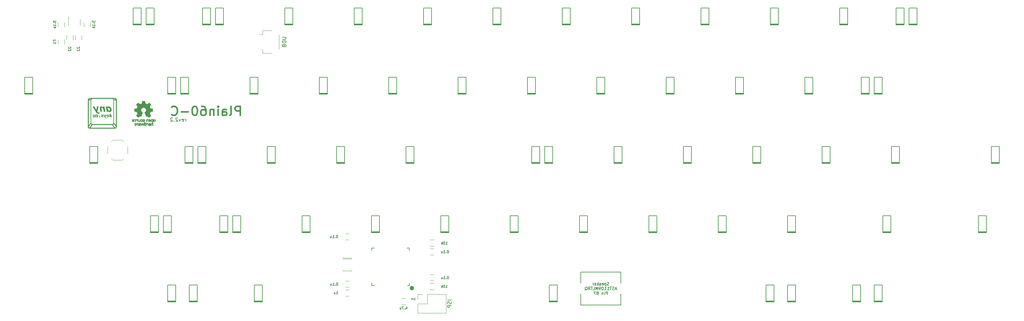
<source format=gbr>
G04 #@! TF.GenerationSoftware,KiCad,Pcbnew,(5.99.0-9972-g9020611657)*
G04 #@! TF.CreationDate,2021-03-30T08:21:05+08:00*
G04 #@! TF.ProjectId,plain60-c,706c6169-6e36-4302-9d63-2e6b69636164,rev?*
G04 #@! TF.SameCoordinates,Original*
G04 #@! TF.FileFunction,Legend,Bot*
G04 #@! TF.FilePolarity,Positive*
%FSLAX46Y46*%
G04 Gerber Fmt 4.6, Leading zero omitted, Abs format (unit mm)*
G04 Created by KiCad (PCBNEW (5.99.0-9972-g9020611657)) date 2021-03-30 08:21:05*
%MOMM*%
%LPD*%
G01*
G04 APERTURE LIST*
%ADD10C,0.150000*%
%ADD11C,0.400000*%
%ADD12C,0.120000*%
%ADD13C,0.010000*%
G04 APERTURE END LIST*
D10*
X49696468Y-39743038D02*
X49696468Y-39076372D01*
X49696468Y-39266848D02*
X49648849Y-39171610D01*
X49601230Y-39123991D01*
X49505992Y-39076372D01*
X49410754Y-39076372D01*
X48696468Y-39695419D02*
X48791706Y-39743038D01*
X48982182Y-39743038D01*
X49077420Y-39695419D01*
X49125040Y-39600181D01*
X49125040Y-39219229D01*
X49077420Y-39123991D01*
X48982182Y-39076372D01*
X48791706Y-39076372D01*
X48696468Y-39123991D01*
X48648849Y-39219229D01*
X48648849Y-39314467D01*
X49125040Y-39409705D01*
X48315516Y-39076372D02*
X48077420Y-39743038D01*
X47839325Y-39076372D01*
X47505992Y-38838277D02*
X47458373Y-38790658D01*
X47363135Y-38743038D01*
X47125040Y-38743038D01*
X47029801Y-38790658D01*
X46982182Y-38838277D01*
X46934563Y-38933515D01*
X46934563Y-39028753D01*
X46982182Y-39171610D01*
X47553611Y-39743038D01*
X46934563Y-39743038D01*
X46505992Y-39647800D02*
X46458373Y-39695419D01*
X46505992Y-39743038D01*
X46553611Y-39695419D01*
X46505992Y-39647800D01*
X46505992Y-39743038D01*
X46077420Y-38838277D02*
X46029801Y-38790658D01*
X45934563Y-38743038D01*
X45696468Y-38743038D01*
X45601230Y-38790658D01*
X45553611Y-38838277D01*
X45505992Y-38933515D01*
X45505992Y-39028753D01*
X45553611Y-39171610D01*
X46125040Y-39743038D01*
X45505992Y-39743038D01*
D11*
X64629191Y-38040358D02*
X64629191Y-35540358D01*
X63676810Y-35540358D01*
X63438715Y-35659406D01*
X63319668Y-35778453D01*
X63200620Y-36016548D01*
X63200620Y-36373691D01*
X63319668Y-36611786D01*
X63438715Y-36730834D01*
X63676810Y-36849882D01*
X64629191Y-36849882D01*
X61772049Y-38040358D02*
X62010144Y-37921310D01*
X62129191Y-37683215D01*
X62129191Y-35540358D01*
X59748239Y-38040358D02*
X59748239Y-36730834D01*
X59867287Y-36492739D01*
X60105382Y-36373691D01*
X60581572Y-36373691D01*
X60819668Y-36492739D01*
X59748239Y-37921310D02*
X59986334Y-38040358D01*
X60581572Y-38040358D01*
X60819668Y-37921310D01*
X60938715Y-37683215D01*
X60938715Y-37445120D01*
X60819668Y-37207025D01*
X60581572Y-37087977D01*
X59986334Y-37087977D01*
X59748239Y-36968929D01*
X58557763Y-38040358D02*
X58557763Y-36373691D01*
X58557763Y-35540358D02*
X58676810Y-35659406D01*
X58557763Y-35778453D01*
X58438715Y-35659406D01*
X58557763Y-35540358D01*
X58557763Y-35778453D01*
X57367287Y-36373691D02*
X57367287Y-38040358D01*
X57367287Y-36611786D02*
X57248239Y-36492739D01*
X57010144Y-36373691D01*
X56653001Y-36373691D01*
X56414906Y-36492739D01*
X56295858Y-36730834D01*
X56295858Y-38040358D01*
X54033953Y-35540358D02*
X54510144Y-35540358D01*
X54748239Y-35659406D01*
X54867287Y-35778453D01*
X55105382Y-36135596D01*
X55224430Y-36611786D01*
X55224430Y-37564167D01*
X55105382Y-37802263D01*
X54986334Y-37921310D01*
X54748239Y-38040358D01*
X54272049Y-38040358D01*
X54033953Y-37921310D01*
X53914906Y-37802263D01*
X53795858Y-37564167D01*
X53795858Y-36968929D01*
X53914906Y-36730834D01*
X54033953Y-36611786D01*
X54272049Y-36492739D01*
X54748239Y-36492739D01*
X54986334Y-36611786D01*
X55105382Y-36730834D01*
X55224430Y-36968929D01*
X52248239Y-35540358D02*
X52010144Y-35540358D01*
X51772049Y-35659406D01*
X51653001Y-35778453D01*
X51533953Y-36016548D01*
X51414906Y-36492739D01*
X51414906Y-37087977D01*
X51533953Y-37564167D01*
X51653001Y-37802263D01*
X51772049Y-37921310D01*
X52010144Y-38040358D01*
X52248239Y-38040358D01*
X52486334Y-37921310D01*
X52605382Y-37802263D01*
X52724430Y-37564167D01*
X52843477Y-37087977D01*
X52843477Y-36492739D01*
X52724430Y-36016548D01*
X52605382Y-35778453D01*
X52486334Y-35659406D01*
X52248239Y-35540358D01*
X50343477Y-37087977D02*
X48438715Y-37087977D01*
X45819668Y-37802263D02*
X45938715Y-37921310D01*
X46295858Y-38040358D01*
X46533953Y-38040358D01*
X46891096Y-37921310D01*
X47129191Y-37683215D01*
X47248239Y-37445120D01*
X47367287Y-36968929D01*
X47367287Y-36611786D01*
X47248239Y-36135596D01*
X47129191Y-35897501D01*
X46891096Y-35659406D01*
X46533953Y-35540358D01*
X46295858Y-35540358D01*
X45938715Y-35659406D01*
X45819668Y-35778453D01*
D10*
X76247757Y-16573675D02*
X77057281Y-16573675D01*
X77152519Y-16621294D01*
X77200138Y-16668913D01*
X77247757Y-16764151D01*
X77247757Y-16954628D01*
X77200138Y-17049866D01*
X77152519Y-17097485D01*
X77057281Y-17145104D01*
X76247757Y-17145104D01*
X77247757Y-17621294D02*
X76247757Y-17621294D01*
X76247757Y-17859390D01*
X76295377Y-18002247D01*
X76390615Y-18097485D01*
X76485853Y-18145104D01*
X76676329Y-18192723D01*
X76819186Y-18192723D01*
X77009662Y-18145104D01*
X77104900Y-18097485D01*
X77200138Y-18002247D01*
X77247757Y-17859390D01*
X77247757Y-17621294D01*
X76723948Y-18954628D02*
X76771567Y-19097485D01*
X76819186Y-19145104D01*
X76914424Y-19192723D01*
X77057281Y-19192723D01*
X77152519Y-19145104D01*
X77200138Y-19097485D01*
X77247757Y-19002247D01*
X77247757Y-18621294D01*
X76247757Y-18621294D01*
X76247757Y-18954628D01*
X76295377Y-19049866D01*
X76342996Y-19097485D01*
X76438234Y-19145104D01*
X76533472Y-19145104D01*
X76628710Y-19097485D01*
X76676329Y-19049866D01*
X76723948Y-18954628D01*
X76723948Y-18621294D01*
X165920598Y-84760881D02*
X165806313Y-84798976D01*
X165615836Y-84798976D01*
X165539646Y-84760881D01*
X165501551Y-84722786D01*
X165463455Y-84646595D01*
X165463455Y-84570405D01*
X165501551Y-84494214D01*
X165539646Y-84456119D01*
X165615836Y-84418024D01*
X165768217Y-84379929D01*
X165844408Y-84341833D01*
X165882503Y-84303738D01*
X165920598Y-84227548D01*
X165920598Y-84151357D01*
X165882503Y-84075167D01*
X165844408Y-84037072D01*
X165768217Y-83998976D01*
X165577741Y-83998976D01*
X165463455Y-84037072D01*
X165120598Y-84265643D02*
X165120598Y-85065643D01*
X165120598Y-84303738D02*
X165044408Y-84265643D01*
X164892027Y-84265643D01*
X164815836Y-84303738D01*
X164777741Y-84341833D01*
X164739646Y-84418024D01*
X164739646Y-84646595D01*
X164777741Y-84722786D01*
X164815836Y-84760881D01*
X164892027Y-84798976D01*
X165044408Y-84798976D01*
X165120598Y-84760881D01*
X164092027Y-84760881D02*
X164168217Y-84798976D01*
X164320598Y-84798976D01*
X164396789Y-84760881D01*
X164434884Y-84684691D01*
X164434884Y-84379929D01*
X164396789Y-84303738D01*
X164320598Y-84265643D01*
X164168217Y-84265643D01*
X164092027Y-84303738D01*
X164053932Y-84379929D01*
X164053932Y-84456119D01*
X164434884Y-84532310D01*
X163368217Y-84798976D02*
X163368217Y-84379929D01*
X163406313Y-84303738D01*
X163482503Y-84265643D01*
X163634884Y-84265643D01*
X163711074Y-84303738D01*
X163368217Y-84760881D02*
X163444408Y-84798976D01*
X163634884Y-84798976D01*
X163711074Y-84760881D01*
X163749170Y-84684691D01*
X163749170Y-84608500D01*
X163711074Y-84532310D01*
X163634884Y-84494214D01*
X163444408Y-84494214D01*
X163368217Y-84456119D01*
X162987265Y-84798976D02*
X162987265Y-83998976D01*
X162911074Y-84494214D02*
X162682503Y-84798976D01*
X162682503Y-84265643D02*
X162987265Y-84570405D01*
X162034884Y-84760881D02*
X162111074Y-84798976D01*
X162263455Y-84798976D01*
X162339646Y-84760881D01*
X162377741Y-84684691D01*
X162377741Y-84379929D01*
X162339646Y-84303738D01*
X162263455Y-84265643D01*
X162111074Y-84265643D01*
X162034884Y-84303738D01*
X161996789Y-84379929D01*
X161996789Y-84456119D01*
X162377741Y-84532310D01*
X161653932Y-84798976D02*
X161653932Y-84265643D01*
X161653932Y-84418024D02*
X161615836Y-84341833D01*
X161577741Y-84303738D01*
X161501551Y-84265643D01*
X161425360Y-84265643D01*
X168015836Y-85858405D02*
X167634884Y-85858405D01*
X168092027Y-86086976D02*
X167825360Y-85286976D01*
X167558694Y-86086976D01*
X167330122Y-86048881D02*
X167215836Y-86086976D01*
X167025360Y-86086976D01*
X166949170Y-86048881D01*
X166911075Y-86010786D01*
X166872979Y-85934595D01*
X166872979Y-85858405D01*
X166911075Y-85782214D01*
X166949170Y-85744119D01*
X167025360Y-85706024D01*
X167177741Y-85667929D01*
X167253932Y-85629833D01*
X167292027Y-85591738D01*
X167330122Y-85515548D01*
X167330122Y-85439357D01*
X167292027Y-85363167D01*
X167253932Y-85325072D01*
X167177741Y-85286976D01*
X166987265Y-85286976D01*
X166872979Y-85325072D01*
X166644408Y-85286976D02*
X166187265Y-85286976D01*
X166415836Y-86086976D02*
X166415836Y-85286976D01*
X165501551Y-86086976D02*
X165958694Y-86086976D01*
X165730122Y-86086976D02*
X165730122Y-85286976D01*
X165806313Y-85401262D01*
X165882503Y-85477452D01*
X165958694Y-85515548D01*
X164739646Y-86086976D02*
X165196789Y-86086976D01*
X164968217Y-86086976D02*
X164968217Y-85286976D01*
X165044408Y-85401262D01*
X165120598Y-85477452D01*
X165196789Y-85515548D01*
X164244408Y-85286976D02*
X164168217Y-85286976D01*
X164092027Y-85325072D01*
X164053932Y-85363167D01*
X164015836Y-85439357D01*
X163977741Y-85591738D01*
X163977741Y-85782214D01*
X164015836Y-85934595D01*
X164053932Y-86010786D01*
X164092027Y-86048881D01*
X164168217Y-86086976D01*
X164244408Y-86086976D01*
X164320598Y-86048881D01*
X164358694Y-86010786D01*
X164396789Y-85934595D01*
X164434884Y-85782214D01*
X164434884Y-85591738D01*
X164396789Y-85439357D01*
X164358694Y-85363167D01*
X164320598Y-85325072D01*
X164244408Y-85286976D01*
X163596789Y-86086976D02*
X163444408Y-86086976D01*
X163368217Y-86048881D01*
X163330122Y-86010786D01*
X163253932Y-85896500D01*
X163215836Y-85744119D01*
X163215836Y-85439357D01*
X163253932Y-85363167D01*
X163292027Y-85325072D01*
X163368217Y-85286976D01*
X163520598Y-85286976D01*
X163596789Y-85325072D01*
X163634884Y-85363167D01*
X163672979Y-85439357D01*
X163672979Y-85629833D01*
X163634884Y-85706024D01*
X163596789Y-85744119D01*
X163520598Y-85782214D01*
X163368217Y-85782214D01*
X163292027Y-85744119D01*
X163253932Y-85706024D01*
X163215836Y-85629833D01*
X162872979Y-86086976D02*
X162872979Y-85286976D01*
X162606313Y-85858405D01*
X162339646Y-85286976D01*
X162339646Y-86086976D01*
X161577741Y-86086976D02*
X161958694Y-86086976D01*
X161958694Y-85286976D01*
X161425360Y-85286976D02*
X160968217Y-85286976D01*
X161196789Y-86086976D02*
X161196789Y-85286976D01*
X160244408Y-86086976D02*
X160511075Y-85706024D01*
X160701551Y-86086976D02*
X160701551Y-85286976D01*
X160396789Y-85286976D01*
X160320598Y-85325072D01*
X160282503Y-85363167D01*
X160244408Y-85439357D01*
X160244408Y-85553643D01*
X160282503Y-85629833D01*
X160320598Y-85667929D01*
X160396789Y-85706024D01*
X160701551Y-85706024D01*
X159368217Y-86163167D02*
X159444408Y-86125072D01*
X159520598Y-86048881D01*
X159634884Y-85934595D01*
X159711075Y-85896500D01*
X159787265Y-85896500D01*
X159749170Y-86086976D02*
X159825360Y-86048881D01*
X159901551Y-85972691D01*
X159939646Y-85820310D01*
X159939646Y-85553643D01*
X159901551Y-85401262D01*
X159825360Y-85325072D01*
X159749170Y-85286976D01*
X159596789Y-85286976D01*
X159520598Y-85325072D01*
X159444408Y-85401262D01*
X159406313Y-85553643D01*
X159406313Y-85820310D01*
X159444408Y-85972691D01*
X159520598Y-86048881D01*
X159596789Y-86086976D01*
X159749170Y-86086976D01*
X165558694Y-87374976D02*
X165558694Y-86574976D01*
X165253932Y-86574976D01*
X165177741Y-86613072D01*
X165139646Y-86651167D01*
X165101551Y-86727357D01*
X165101551Y-86841643D01*
X165139646Y-86917833D01*
X165177741Y-86955929D01*
X165253932Y-86994024D01*
X165558694Y-86994024D01*
X164758694Y-87374976D02*
X164758694Y-86841643D01*
X164758694Y-86574976D02*
X164796789Y-86613072D01*
X164758694Y-86651167D01*
X164720598Y-86613072D01*
X164758694Y-86574976D01*
X164758694Y-86651167D01*
X164377741Y-86841643D02*
X164377741Y-87374976D01*
X164377741Y-86917833D02*
X164339646Y-86879738D01*
X164263455Y-86841643D01*
X164149170Y-86841643D01*
X164072979Y-86879738D01*
X164034884Y-86955929D01*
X164034884Y-87374976D01*
X162777741Y-86955929D02*
X162663455Y-86994024D01*
X162625360Y-87032119D01*
X162587265Y-87108310D01*
X162587265Y-87222595D01*
X162625360Y-87298786D01*
X162663455Y-87336881D01*
X162739646Y-87374976D01*
X163044408Y-87374976D01*
X163044408Y-86574976D01*
X162777741Y-86574976D01*
X162701551Y-86613072D01*
X162663455Y-86651167D01*
X162625360Y-86727357D01*
X162625360Y-86803548D01*
X162663455Y-86879738D01*
X162701551Y-86917833D01*
X162777741Y-86955929D01*
X163044408Y-86955929D01*
X162320598Y-86574976D02*
X161787265Y-86574976D01*
X162130122Y-87374976D01*
X121122079Y-73540165D02*
X121522079Y-73540165D01*
X121322079Y-73540165D02*
X121322079Y-72840165D01*
X121388746Y-72940165D01*
X121455413Y-73006832D01*
X121522079Y-73040165D01*
X120688746Y-72840165D02*
X120622079Y-72840165D01*
X120555413Y-72873499D01*
X120522079Y-72906832D01*
X120488746Y-72973499D01*
X120455413Y-73106832D01*
X120455413Y-73273499D01*
X120488746Y-73406832D01*
X120522079Y-73473499D01*
X120555413Y-73506832D01*
X120622079Y-73540165D01*
X120688746Y-73540165D01*
X120755413Y-73506832D01*
X120788746Y-73473499D01*
X120822079Y-73406832D01*
X120855413Y-73273499D01*
X120855413Y-73106832D01*
X120822079Y-72973499D01*
X120788746Y-72906832D01*
X120755413Y-72873499D01*
X120688746Y-72840165D01*
X120155413Y-73540165D02*
X120155413Y-72840165D01*
X120088746Y-73273499D02*
X119888746Y-73540165D01*
X119888746Y-73073499D02*
X120155413Y-73340165D01*
X17542723Y-19280849D02*
X17509390Y-19314182D01*
X17476056Y-19380849D01*
X17476056Y-19547516D01*
X17509390Y-19614182D01*
X17542723Y-19647516D01*
X17609390Y-19680849D01*
X17676056Y-19680849D01*
X17776056Y-19647516D01*
X18176056Y-19247516D01*
X18176056Y-19680849D01*
X17542723Y-19947516D02*
X17509390Y-19980849D01*
X17476056Y-20047516D01*
X17476056Y-20214182D01*
X17509390Y-20280849D01*
X17542723Y-20314182D01*
X17609390Y-20347516D01*
X17676056Y-20347516D01*
X17776056Y-20314182D01*
X18176056Y-19914182D01*
X18176056Y-20347516D01*
X121755413Y-82365173D02*
X121688746Y-82365173D01*
X121622079Y-82398507D01*
X121588746Y-82431840D01*
X121555413Y-82498507D01*
X121522079Y-82631840D01*
X121522079Y-82798507D01*
X121555413Y-82931840D01*
X121588746Y-82998507D01*
X121622079Y-83031840D01*
X121688746Y-83065173D01*
X121755413Y-83065173D01*
X121822079Y-83031840D01*
X121855413Y-82998507D01*
X121888746Y-82931840D01*
X121922079Y-82798507D01*
X121922079Y-82631840D01*
X121888746Y-82498507D01*
X121855413Y-82431840D01*
X121822079Y-82398507D01*
X121755413Y-82365173D01*
X121222079Y-82998507D02*
X121188746Y-83031840D01*
X121222079Y-83065173D01*
X121255413Y-83031840D01*
X121222079Y-82998507D01*
X121222079Y-83065173D01*
X120522079Y-83065173D02*
X120922079Y-83065173D01*
X120722079Y-83065173D02*
X120722079Y-82365173D01*
X120788746Y-82465173D01*
X120855413Y-82531840D01*
X120922079Y-82565173D01*
X119922079Y-82598507D02*
X119922079Y-83065173D01*
X120222079Y-82598507D02*
X120222079Y-82965173D01*
X120188746Y-83031840D01*
X120122079Y-83065173D01*
X120022079Y-83065173D01*
X119955413Y-83031840D01*
X119922079Y-82998507D01*
X121755413Y-75221417D02*
X121688746Y-75221417D01*
X121622079Y-75254751D01*
X121588746Y-75288084D01*
X121555413Y-75354751D01*
X121522079Y-75488084D01*
X121522079Y-75654751D01*
X121555413Y-75788084D01*
X121588746Y-75854751D01*
X121622079Y-75888084D01*
X121688746Y-75921417D01*
X121755413Y-75921417D01*
X121822079Y-75888084D01*
X121855413Y-75854751D01*
X121888746Y-75788084D01*
X121922079Y-75654751D01*
X121922079Y-75488084D01*
X121888746Y-75354751D01*
X121855413Y-75288084D01*
X121822079Y-75254751D01*
X121755413Y-75221417D01*
X121222079Y-75854751D02*
X121188746Y-75888084D01*
X121222079Y-75921417D01*
X121255413Y-75888084D01*
X121222079Y-75854751D01*
X121222079Y-75921417D01*
X120522079Y-75921417D02*
X120922079Y-75921417D01*
X120722079Y-75921417D02*
X120722079Y-75221417D01*
X120788746Y-75321417D01*
X120855413Y-75388084D01*
X120922079Y-75421417D01*
X119922079Y-75454751D02*
X119922079Y-75921417D01*
X120222079Y-75454751D02*
X120222079Y-75821417D01*
X120188746Y-75888084D01*
X120122079Y-75921417D01*
X120022079Y-75921417D01*
X119955413Y-75888084D01*
X119922079Y-75854751D01*
X13642199Y-17626056D02*
X13642199Y-17392723D01*
X14008865Y-17392723D02*
X13308865Y-17392723D01*
X13308865Y-17726056D01*
X14008865Y-18359390D02*
X14008865Y-17959390D01*
X14008865Y-18159390D02*
X13308865Y-18159390D01*
X13408865Y-18092723D01*
X13475532Y-18026056D01*
X13508865Y-17959390D01*
X19923975Y-19280849D02*
X19890642Y-19314182D01*
X19857308Y-19380849D01*
X19857308Y-19547516D01*
X19890642Y-19614182D01*
X19923975Y-19647516D01*
X19990642Y-19680849D01*
X20057308Y-19680849D01*
X20157308Y-19647516D01*
X20557308Y-19247516D01*
X20557308Y-19680849D01*
X19923975Y-19947516D02*
X19890642Y-19980849D01*
X19857308Y-20047516D01*
X19857308Y-20214182D01*
X19890642Y-20280849D01*
X19923975Y-20314182D01*
X19990642Y-20347516D01*
X20057308Y-20347516D01*
X20157308Y-20314182D01*
X20557308Y-19914182D01*
X20557308Y-20347516D01*
X91047368Y-87232364D02*
X91447368Y-87232364D01*
X91247368Y-87232364D02*
X91247368Y-86532364D01*
X91314035Y-86632364D01*
X91380702Y-86699031D01*
X91447368Y-86732364D01*
X90447368Y-86765698D02*
X90447368Y-87232364D01*
X90747368Y-86765698D02*
X90747368Y-87132364D01*
X90714035Y-87199031D01*
X90647368Y-87232364D01*
X90547368Y-87232364D01*
X90480702Y-87199031D01*
X90447368Y-87165698D01*
X91280702Y-84151112D02*
X91214035Y-84151112D01*
X91147368Y-84184446D01*
X91114035Y-84217779D01*
X91080702Y-84284446D01*
X91047368Y-84417779D01*
X91047368Y-84584446D01*
X91080702Y-84717779D01*
X91114035Y-84784446D01*
X91147368Y-84817779D01*
X91214035Y-84851112D01*
X91280702Y-84851112D01*
X91347368Y-84817779D01*
X91380702Y-84784446D01*
X91414035Y-84717779D01*
X91447368Y-84584446D01*
X91447368Y-84417779D01*
X91414035Y-84284446D01*
X91380702Y-84217779D01*
X91347368Y-84184446D01*
X91280702Y-84151112D01*
X90747368Y-84784446D02*
X90714035Y-84817779D01*
X90747368Y-84851112D01*
X90780702Y-84817779D01*
X90747368Y-84784446D01*
X90747368Y-84851112D01*
X90047368Y-84851112D02*
X90447368Y-84851112D01*
X90247368Y-84851112D02*
X90247368Y-84151112D01*
X90314035Y-84251112D01*
X90380702Y-84317779D01*
X90447368Y-84351112D01*
X89447368Y-84384446D02*
X89447368Y-84851112D01*
X89747368Y-84384446D02*
X89747368Y-84751112D01*
X89714035Y-84817779D01*
X89647368Y-84851112D01*
X89547368Y-84851112D01*
X89480702Y-84817779D01*
X89447368Y-84784446D01*
X121122079Y-85446425D02*
X121522079Y-85446425D01*
X121322079Y-85446425D02*
X121322079Y-84746425D01*
X121388746Y-84846425D01*
X121455413Y-84913092D01*
X121522079Y-84946425D01*
X120688746Y-84746425D02*
X120622079Y-84746425D01*
X120555413Y-84779759D01*
X120522079Y-84813092D01*
X120488746Y-84879759D01*
X120455413Y-85013092D01*
X120455413Y-85179759D01*
X120488746Y-85313092D01*
X120522079Y-85379759D01*
X120555413Y-85413092D01*
X120622079Y-85446425D01*
X120688746Y-85446425D01*
X120755413Y-85413092D01*
X120788746Y-85379759D01*
X120822079Y-85313092D01*
X120855413Y-85179759D01*
X120855413Y-85013092D01*
X120822079Y-84879759D01*
X120788746Y-84813092D01*
X120755413Y-84779759D01*
X120688746Y-84746425D01*
X120155413Y-85446425D02*
X120155413Y-84746425D01*
X120088746Y-85179759D02*
X119888746Y-85446425D01*
X119888746Y-84979759D02*
X120155413Y-85246425D01*
X24024499Y-12480219D02*
X24024499Y-12146886D01*
X24357833Y-12113552D01*
X24324499Y-12146886D01*
X24291166Y-12213552D01*
X24291166Y-12380219D01*
X24324499Y-12446886D01*
X24357833Y-12480219D01*
X24424499Y-12513552D01*
X24591166Y-12513552D01*
X24657833Y-12480219D01*
X24691166Y-12446886D01*
X24724499Y-12380219D01*
X24724499Y-12213552D01*
X24691166Y-12146886D01*
X24657833Y-12113552D01*
X24657833Y-12813552D02*
X24691166Y-12846886D01*
X24724499Y-12813552D01*
X24691166Y-12780219D01*
X24657833Y-12813552D01*
X24724499Y-12813552D01*
X24724499Y-13513552D02*
X24724499Y-13113552D01*
X24724499Y-13313552D02*
X24024499Y-13313552D01*
X24124499Y-13246886D01*
X24191166Y-13180219D01*
X24224499Y-13113552D01*
X24724499Y-13813552D02*
X24024499Y-13813552D01*
X24457833Y-13880219D02*
X24724499Y-14080219D01*
X24257833Y-14080219D02*
X24524499Y-13813552D01*
X122599041Y-88916072D02*
X121599041Y-88916072D01*
X122551422Y-89344643D02*
X122599041Y-89487501D01*
X122599041Y-89725596D01*
X122551422Y-89820834D01*
X122503803Y-89868453D01*
X122408565Y-89916072D01*
X122313327Y-89916072D01*
X122218089Y-89868453D01*
X122170470Y-89820834D01*
X122122851Y-89725596D01*
X122075232Y-89535120D01*
X122027613Y-89439882D01*
X121979994Y-89392263D01*
X121884756Y-89344643D01*
X121789518Y-89344643D01*
X121694280Y-89392263D01*
X121646661Y-89439882D01*
X121599041Y-89535120D01*
X121599041Y-89773215D01*
X121646661Y-89916072D01*
X122599041Y-90344643D02*
X121599041Y-90344643D01*
X121599041Y-90725596D01*
X121646661Y-90820834D01*
X121694280Y-90868453D01*
X121789518Y-90916072D01*
X121932375Y-90916072D01*
X122027613Y-90868453D01*
X122075232Y-90820834D01*
X122122851Y-90725596D01*
X122122851Y-90344643D01*
X112649041Y-88907977D02*
X112649041Y-88336548D01*
X112649041Y-88622263D02*
X111649041Y-88622263D01*
X111791899Y-88527024D01*
X111887137Y-88431786D01*
X111934756Y-88336548D01*
X13308865Y-12480219D02*
X13308865Y-12146886D01*
X13642199Y-12113552D01*
X13608865Y-12146886D01*
X13575532Y-12213552D01*
X13575532Y-12380219D01*
X13608865Y-12446886D01*
X13642199Y-12480219D01*
X13708865Y-12513552D01*
X13875532Y-12513552D01*
X13942199Y-12480219D01*
X13975532Y-12446886D01*
X14008865Y-12380219D01*
X14008865Y-12213552D01*
X13975532Y-12146886D01*
X13942199Y-12113552D01*
X13942199Y-12813552D02*
X13975532Y-12846886D01*
X14008865Y-12813552D01*
X13975532Y-12780219D01*
X13942199Y-12813552D01*
X14008865Y-12813552D01*
X14008865Y-13513552D02*
X14008865Y-13113552D01*
X14008865Y-13313552D02*
X13308865Y-13313552D01*
X13408865Y-13246886D01*
X13475532Y-13180219D01*
X13508865Y-13113552D01*
X14008865Y-13813552D02*
X13308865Y-13813552D01*
X13742199Y-13880219D02*
X14008865Y-14080219D01*
X13542199Y-14080219D02*
X13808865Y-13813552D01*
X110220925Y-90932889D02*
X110220925Y-91399555D01*
X110387592Y-90666222D02*
X110554258Y-91166222D01*
X110120925Y-91166222D01*
X109854258Y-91332889D02*
X109820925Y-91366222D01*
X109854258Y-91399555D01*
X109887592Y-91366222D01*
X109854258Y-91332889D01*
X109854258Y-91399555D01*
X109587592Y-90699555D02*
X109120925Y-90699555D01*
X109420925Y-91399555D01*
X108554258Y-90932889D02*
X108554258Y-91399555D01*
X108854258Y-90932889D02*
X108854258Y-91299555D01*
X108820925Y-91366222D01*
X108754258Y-91399555D01*
X108654258Y-91399555D01*
X108587592Y-91366222D01*
X108554258Y-91332889D01*
X91280702Y-71054226D02*
X91214035Y-71054226D01*
X91147368Y-71087560D01*
X91114035Y-71120893D01*
X91080702Y-71187560D01*
X91047368Y-71320893D01*
X91047368Y-71487560D01*
X91080702Y-71620893D01*
X91114035Y-71687560D01*
X91147368Y-71720893D01*
X91214035Y-71754226D01*
X91280702Y-71754226D01*
X91347368Y-71720893D01*
X91380702Y-71687560D01*
X91414035Y-71620893D01*
X91447368Y-71487560D01*
X91447368Y-71320893D01*
X91414035Y-71187560D01*
X91380702Y-71120893D01*
X91347368Y-71087560D01*
X91280702Y-71054226D01*
X90747368Y-71687560D02*
X90714035Y-71720893D01*
X90747368Y-71754226D01*
X90780702Y-71720893D01*
X90747368Y-71687560D01*
X90747368Y-71754226D01*
X90047368Y-71754226D02*
X90447368Y-71754226D01*
X90247368Y-71754226D02*
X90247368Y-71054226D01*
X90314035Y-71154226D01*
X90380702Y-71220893D01*
X90447368Y-71254226D01*
X89447368Y-71287560D02*
X89447368Y-71754226D01*
X89747368Y-71287560D02*
X89747368Y-71654226D01*
X89714035Y-71720893D01*
X89647368Y-71754226D01*
X89547368Y-71754226D01*
X89480702Y-71720893D01*
X89447368Y-71687560D01*
X238811139Y-84715698D02*
X238811139Y-89115698D01*
X241011139Y-89115698D02*
X241011139Y-89215698D01*
X241011139Y-89315698D02*
X241011139Y-89415698D01*
X241011139Y-89215698D02*
X238811139Y-89215698D01*
X241011139Y-89415698D02*
X241011139Y-89115698D01*
X241011139Y-89415698D02*
X238811139Y-89415698D01*
X238811139Y-88915698D02*
X238811139Y-89415698D01*
X238811139Y-89415698D02*
X238811139Y-88915698D01*
X238811139Y-89415698D02*
X241011139Y-89415698D01*
X241011139Y-84715698D02*
X238811139Y-84715698D01*
X238811139Y-89215698D02*
X238811139Y-89315698D01*
X238811139Y-89115698D02*
X241011139Y-89115698D01*
X241011139Y-89115698D02*
X241011139Y-84715698D01*
X238811139Y-89315698D02*
X241011139Y-89315698D01*
X217198619Y-89115698D02*
X217198619Y-89215698D01*
X214998619Y-89115698D02*
X217198619Y-89115698D01*
X217198619Y-89415698D02*
X214998619Y-89415698D01*
X214998619Y-89315698D02*
X217198619Y-89315698D01*
X217198619Y-89215698D02*
X214998619Y-89215698D01*
X214998619Y-89215698D02*
X214998619Y-89315698D01*
X214998619Y-88915698D02*
X214998619Y-89415698D01*
X217198619Y-89315698D02*
X217198619Y-89415698D01*
X217198619Y-89115698D02*
X217198619Y-84715698D01*
X217198619Y-89415698D02*
X217198619Y-89115698D01*
X214998619Y-89415698D02*
X214998619Y-88915698D01*
X214998619Y-89415698D02*
X217198619Y-89415698D01*
X217198619Y-84715698D02*
X214998619Y-84715698D01*
X214998619Y-84715698D02*
X214998619Y-89115698D01*
X211245489Y-89115698D02*
X211245489Y-89215698D01*
X209045489Y-89215698D02*
X209045489Y-89315698D01*
X211245489Y-89415698D02*
X209045489Y-89415698D01*
X209045489Y-84715698D02*
X209045489Y-89115698D01*
X211245489Y-89415698D02*
X211245489Y-89115698D01*
X211245489Y-84715698D02*
X209045489Y-84715698D01*
X209045489Y-89115698D02*
X211245489Y-89115698D01*
X209045489Y-89415698D02*
X209045489Y-88915698D01*
X209045489Y-89315698D02*
X211245489Y-89315698D01*
X209045489Y-88915698D02*
X209045489Y-89415698D01*
X211245489Y-89315698D02*
X211245489Y-89415698D01*
X209045489Y-89415698D02*
X211245489Y-89415698D01*
X211245489Y-89115698D02*
X211245489Y-84715698D01*
X211245489Y-89215698D02*
X209045489Y-89215698D01*
X151714189Y-89115698D02*
X151714189Y-89215698D01*
X151714189Y-89215698D02*
X149514189Y-89215698D01*
X149514189Y-89215698D02*
X149514189Y-89315698D01*
X151714189Y-89115698D02*
X151714189Y-84715698D01*
X151714189Y-89415698D02*
X151714189Y-89115698D01*
X149514189Y-89415698D02*
X151714189Y-89415698D01*
X151714189Y-84715698D02*
X149514189Y-84715698D01*
X149514189Y-89415698D02*
X149514189Y-88915698D01*
X151714189Y-89415698D02*
X149514189Y-89415698D01*
X149514189Y-84715698D02*
X149514189Y-89115698D01*
X149514189Y-88915698D02*
X149514189Y-89415698D01*
X151714189Y-89315698D02*
X151714189Y-89415698D01*
X149514189Y-89115698D02*
X151714189Y-89115698D01*
X149514189Y-89315698D02*
X151714189Y-89315698D01*
X68551621Y-89415698D02*
X68551621Y-88915698D01*
X68551621Y-84715698D02*
X68551621Y-89115698D01*
X70751621Y-89315698D02*
X70751621Y-89415698D01*
X70751621Y-89115698D02*
X70751621Y-89215698D01*
X68551621Y-89415698D02*
X70751621Y-89415698D01*
X70751621Y-89415698D02*
X68551621Y-89415698D01*
X70751621Y-89115698D02*
X70751621Y-84715698D01*
X68551621Y-88915698D02*
X68551621Y-89415698D01*
X70751621Y-84715698D02*
X68551621Y-84715698D01*
X68551621Y-89115698D02*
X70751621Y-89115698D01*
X68551621Y-89315698D02*
X70751621Y-89315698D01*
X70751621Y-89415698D02*
X70751621Y-89115698D01*
X68551621Y-89215698D02*
X68551621Y-89315698D01*
X70751621Y-89215698D02*
X68551621Y-89215698D01*
X269586163Y-70365682D02*
X269586163Y-70065682D01*
X269586163Y-70065682D02*
X269586163Y-70165682D01*
X267386163Y-70265682D02*
X269586163Y-70265682D01*
X267386163Y-69865682D02*
X267386163Y-70365682D01*
X267386163Y-70065682D02*
X269586163Y-70065682D01*
X267386163Y-65665682D02*
X267386163Y-70065682D01*
X267386163Y-70365682D02*
X267386163Y-69865682D01*
X269586163Y-65665682D02*
X267386163Y-65665682D01*
X269586163Y-70265682D02*
X269586163Y-70365682D01*
X269586163Y-70065682D02*
X269586163Y-65665682D01*
X269586163Y-70165682D02*
X267386163Y-70165682D01*
X269586163Y-70365682D02*
X267386163Y-70365682D01*
X267386163Y-70365682D02*
X269586163Y-70365682D01*
X267386163Y-70165682D02*
X267386163Y-70265682D01*
X241192391Y-70165682D02*
X241192391Y-70265682D01*
X241192391Y-70265682D02*
X243392391Y-70265682D01*
X243392391Y-70065682D02*
X243392391Y-70165682D01*
X241192391Y-70065682D02*
X243392391Y-70065682D01*
X243392391Y-65665682D02*
X241192391Y-65665682D01*
X241192391Y-65665682D02*
X241192391Y-70065682D01*
X241192391Y-70365682D02*
X243392391Y-70365682D01*
X243392391Y-70365682D02*
X241192391Y-70365682D01*
X241192391Y-69865682D02*
X241192391Y-70365682D01*
X243392391Y-70065682D02*
X243392391Y-65665682D01*
X243392391Y-70365682D02*
X243392391Y-70065682D01*
X243392391Y-70265682D02*
X243392391Y-70365682D01*
X243392391Y-70165682D02*
X241192391Y-70165682D01*
X241192391Y-70365682D02*
X241192391Y-69865682D01*
X217198619Y-70165682D02*
X214998619Y-70165682D01*
X214998619Y-70365682D02*
X214998619Y-69865682D01*
X214998619Y-70065682D02*
X217198619Y-70065682D01*
X214998619Y-69865682D02*
X214998619Y-70365682D01*
X214998619Y-65665682D02*
X214998619Y-70065682D01*
X214998619Y-70365682D02*
X217198619Y-70365682D01*
X214998619Y-70165682D02*
X214998619Y-70265682D01*
X214998619Y-70265682D02*
X217198619Y-70265682D01*
X217198619Y-70365682D02*
X214998619Y-70365682D01*
X217198619Y-70265682D02*
X217198619Y-70365682D01*
X217198619Y-70065682D02*
X217198619Y-70165682D01*
X217198619Y-65665682D02*
X214998619Y-65665682D01*
X217198619Y-70065682D02*
X217198619Y-65665682D01*
X217198619Y-70365682D02*
X217198619Y-70065682D01*
X198148603Y-65665682D02*
X195948603Y-65665682D01*
X198148603Y-70365682D02*
X195948603Y-70365682D01*
X195948603Y-65665682D02*
X195948603Y-70065682D01*
X195948603Y-70165682D02*
X195948603Y-70265682D01*
X198148603Y-70365682D02*
X198148603Y-70065682D01*
X198148603Y-70165682D02*
X195948603Y-70165682D01*
X195948603Y-69865682D02*
X195948603Y-70365682D01*
X195948603Y-70365682D02*
X198148603Y-70365682D01*
X195948603Y-70265682D02*
X198148603Y-70265682D01*
X195948603Y-70365682D02*
X195948603Y-69865682D01*
X198148603Y-70265682D02*
X198148603Y-70365682D01*
X198148603Y-70065682D02*
X198148603Y-70165682D01*
X195948603Y-70065682D02*
X198148603Y-70065682D01*
X198148603Y-70065682D02*
X198148603Y-65665682D01*
X140998555Y-70365682D02*
X140998555Y-70065682D01*
X138798555Y-70365682D02*
X138798555Y-69865682D01*
X140998555Y-70265682D02*
X140998555Y-70365682D01*
X138798555Y-65665682D02*
X138798555Y-70065682D01*
X138798555Y-70265682D02*
X140998555Y-70265682D01*
X140998555Y-70365682D02*
X138798555Y-70365682D01*
X140998555Y-65665682D02*
X138798555Y-65665682D01*
X138798555Y-70165682D02*
X138798555Y-70265682D01*
X138798555Y-70065682D02*
X140998555Y-70065682D01*
X138798555Y-70365682D02*
X140998555Y-70365682D01*
X140998555Y-70065682D02*
X140998555Y-65665682D01*
X140998555Y-70065682D02*
X140998555Y-70165682D01*
X138798555Y-69865682D02*
X138798555Y-70365682D01*
X140998555Y-70165682D02*
X138798555Y-70165682D01*
X100698523Y-69865682D02*
X100698523Y-70365682D01*
X102898523Y-70365682D02*
X102898523Y-70065682D01*
X100698523Y-70065682D02*
X102898523Y-70065682D01*
X102898523Y-65665682D02*
X100698523Y-65665682D01*
X100698523Y-70365682D02*
X100698523Y-69865682D01*
X100698523Y-70265682D02*
X102898523Y-70265682D01*
X102898523Y-70165682D02*
X100698523Y-70165682D01*
X102898523Y-70265682D02*
X102898523Y-70365682D01*
X102898523Y-70365682D02*
X100698523Y-70365682D01*
X100698523Y-65665682D02*
X100698523Y-70065682D01*
X100698523Y-70365682D02*
X102898523Y-70365682D01*
X100698523Y-70165682D02*
X100698523Y-70265682D01*
X102898523Y-70065682D02*
X102898523Y-70165682D01*
X102898523Y-70065682D02*
X102898523Y-65665682D01*
X81648507Y-70165682D02*
X81648507Y-70265682D01*
X83848507Y-65665682D02*
X81648507Y-65665682D01*
X81648507Y-70365682D02*
X83848507Y-70365682D01*
X81648507Y-69865682D02*
X81648507Y-70365682D01*
X83848507Y-70065682D02*
X83848507Y-70165682D01*
X83848507Y-70365682D02*
X83848507Y-70065682D01*
X83848507Y-70265682D02*
X83848507Y-70365682D01*
X81648507Y-65665682D02*
X81648507Y-70065682D01*
X83848507Y-70165682D02*
X81648507Y-70165682D01*
X81648507Y-70265682D02*
X83848507Y-70265682D01*
X83848507Y-70065682D02*
X83848507Y-65665682D01*
X81648507Y-70065682D02*
X83848507Y-70065682D01*
X81648507Y-70365682D02*
X81648507Y-69865682D01*
X83848507Y-70365682D02*
X81648507Y-70365682D01*
X219761123Y-31765650D02*
X219761123Y-32265650D01*
X221961123Y-32165650D02*
X221961123Y-32265650D01*
X219761123Y-32065650D02*
X219761123Y-32165650D01*
X219761123Y-32265650D02*
X219761123Y-31765650D01*
X221961123Y-27565650D02*
X219761123Y-27565650D01*
X219761123Y-32165650D02*
X221961123Y-32165650D01*
X221961123Y-31965650D02*
X221961123Y-32065650D01*
X219761123Y-31965650D02*
X221961123Y-31965650D01*
X219761123Y-27565650D02*
X219761123Y-31965650D01*
X221961123Y-31965650D02*
X221961123Y-27565650D01*
X219761123Y-32265650D02*
X221961123Y-32265650D01*
X221961123Y-32265650D02*
X219761123Y-32265650D01*
X221961123Y-32265650D02*
X221961123Y-31965650D01*
X221961123Y-32065650D02*
X219761123Y-32065650D01*
X224523627Y-51315666D02*
X226723627Y-51315666D01*
X224523627Y-51015666D02*
X226723627Y-51015666D01*
X226723627Y-51315666D02*
X224523627Y-51315666D01*
X226723627Y-51015666D02*
X226723627Y-51115666D01*
X224523627Y-51215666D02*
X226723627Y-51215666D01*
X226723627Y-51015666D02*
X226723627Y-46615666D01*
X224523627Y-46615666D02*
X224523627Y-51015666D01*
X226723627Y-51315666D02*
X226723627Y-51015666D01*
X226723627Y-51215666D02*
X226723627Y-51315666D01*
X224523627Y-50815666D02*
X224523627Y-51315666D01*
X224523627Y-51115666D02*
X224523627Y-51215666D01*
X226723627Y-51115666D02*
X224523627Y-51115666D01*
X226723627Y-46615666D02*
X224523627Y-46615666D01*
X224523627Y-51315666D02*
X224523627Y-50815666D01*
X48310979Y-32065650D02*
X48310979Y-32165650D01*
X48310979Y-31965650D02*
X50510979Y-31965650D01*
X50510979Y-32265650D02*
X48310979Y-32265650D01*
X48310979Y-32265650D02*
X48310979Y-31765650D01*
X50510979Y-31965650D02*
X50510979Y-32065650D01*
X48310979Y-27565650D02*
X48310979Y-31965650D01*
X48310979Y-31765650D02*
X48310979Y-32265650D01*
X50510979Y-32165650D02*
X50510979Y-32265650D01*
X50510979Y-31965650D02*
X50510979Y-27565650D01*
X50510979Y-32065650D02*
X48310979Y-32065650D01*
X50510979Y-27565650D02*
X48310979Y-27565650D01*
X48310979Y-32165650D02*
X50510979Y-32165650D01*
X50510979Y-32265650D02*
X50510979Y-31965650D01*
X48310979Y-32265650D02*
X50510979Y-32265650D01*
X181661091Y-32065650D02*
X181661091Y-32165650D01*
X183861091Y-32065650D02*
X181661091Y-32065650D01*
X183861091Y-31965650D02*
X183861091Y-27565650D01*
X181661091Y-27565650D02*
X181661091Y-31965650D01*
X183861091Y-32265650D02*
X183861091Y-31965650D01*
X181661091Y-31965650D02*
X183861091Y-31965650D01*
X181661091Y-31765650D02*
X181661091Y-32265650D01*
X183861091Y-32265650D02*
X181661091Y-32265650D01*
X181661091Y-32265650D02*
X181661091Y-31765650D01*
X181661091Y-32165650D02*
X183861091Y-32165650D01*
X183861091Y-32165650D02*
X183861091Y-32265650D01*
X183861091Y-27565650D02*
X181661091Y-27565650D01*
X181661091Y-32265650D02*
X183861091Y-32265650D01*
X183861091Y-31965650D02*
X183861091Y-32065650D01*
X207673611Y-51315666D02*
X205473611Y-51315666D01*
X205473611Y-51315666D02*
X207673611Y-51315666D01*
X207673611Y-46615666D02*
X205473611Y-46615666D01*
X205473611Y-50815666D02*
X205473611Y-51315666D01*
X207673611Y-51015666D02*
X207673611Y-51115666D01*
X207673611Y-51015666D02*
X207673611Y-46615666D01*
X205473611Y-51015666D02*
X207673611Y-51015666D01*
X205473611Y-51315666D02*
X205473611Y-50815666D01*
X205473611Y-51115666D02*
X205473611Y-51215666D01*
X207673611Y-51115666D02*
X205473611Y-51115666D01*
X207673611Y-51215666D02*
X207673611Y-51315666D01*
X205473611Y-46615666D02*
X205473611Y-51015666D01*
X205473611Y-51215666D02*
X207673611Y-51215666D01*
X207673611Y-51315666D02*
X207673611Y-51015666D01*
X112423531Y-51015666D02*
X112423531Y-51115666D01*
X112423531Y-51015666D02*
X112423531Y-46615666D01*
X110223531Y-46615666D02*
X110223531Y-51015666D01*
X112423531Y-51315666D02*
X110223531Y-51315666D01*
X112423531Y-51315666D02*
X112423531Y-51015666D01*
X110223531Y-50815666D02*
X110223531Y-51315666D01*
X110223531Y-51015666D02*
X112423531Y-51015666D01*
X110223531Y-51215666D02*
X112423531Y-51215666D01*
X112423531Y-51215666D02*
X112423531Y-51315666D01*
X112423531Y-46615666D02*
X110223531Y-46615666D01*
X110223531Y-51315666D02*
X110223531Y-50815666D01*
X110223531Y-51115666D02*
X110223531Y-51215666D01*
X112423531Y-51115666D02*
X110223531Y-51115666D01*
X110223531Y-51315666D02*
X112423531Y-51315666D01*
X23307833Y-51115666D02*
X23307833Y-51215666D01*
X23307833Y-51015666D02*
X25507833Y-51015666D01*
X25507833Y-51315666D02*
X25507833Y-51015666D01*
X25507833Y-51015666D02*
X25507833Y-51115666D01*
X25507833Y-51215666D02*
X25507833Y-51315666D01*
X23307833Y-51315666D02*
X25507833Y-51315666D01*
X25507833Y-51315666D02*
X23307833Y-51315666D01*
X23307833Y-46615666D02*
X23307833Y-51015666D01*
X23307833Y-50815666D02*
X23307833Y-51315666D01*
X23307833Y-51215666D02*
X25507833Y-51215666D01*
X25507833Y-51115666D02*
X23307833Y-51115666D01*
X23307833Y-51315666D02*
X23307833Y-50815666D01*
X25507833Y-46615666D02*
X23307833Y-46615666D01*
X25507833Y-51015666D02*
X25507833Y-46615666D01*
X188623595Y-51015666D02*
X188623595Y-51115666D01*
X186423595Y-51015666D02*
X188623595Y-51015666D01*
X188623595Y-51315666D02*
X188623595Y-51015666D01*
X188623595Y-46615666D02*
X186423595Y-46615666D01*
X186423595Y-51315666D02*
X186423595Y-50815666D01*
X186423595Y-51215666D02*
X188623595Y-51215666D01*
X186423595Y-46615666D02*
X186423595Y-51015666D01*
X186423595Y-50815666D02*
X186423595Y-51315666D01*
X188623595Y-51115666D02*
X186423595Y-51115666D01*
X186423595Y-51115666D02*
X186423595Y-51215666D01*
X188623595Y-51215666D02*
X188623595Y-51315666D01*
X186423595Y-51315666D02*
X188623595Y-51315666D01*
X188623595Y-51015666D02*
X188623595Y-46615666D01*
X188623595Y-51315666D02*
X186423595Y-51315666D01*
X144751685Y-51215666D02*
X146951685Y-51215666D01*
X146951685Y-46615666D02*
X144751685Y-46615666D01*
X146951685Y-51115666D02*
X144751685Y-51115666D01*
X146951685Y-51015666D02*
X146951685Y-51115666D01*
X144751685Y-50815666D02*
X144751685Y-51315666D01*
X144751685Y-51015666D02*
X146951685Y-51015666D01*
X146951685Y-51215666D02*
X146951685Y-51315666D01*
X144751685Y-51115666D02*
X144751685Y-51215666D01*
X144751685Y-51315666D02*
X144751685Y-50815666D01*
X146951685Y-51015666D02*
X146951685Y-46615666D01*
X144751685Y-46615666D02*
X144751685Y-51015666D01*
X146951685Y-51315666D02*
X144751685Y-51315666D01*
X146951685Y-51315666D02*
X146951685Y-51015666D01*
X144751685Y-51315666D02*
X146951685Y-51315666D01*
X49501605Y-46615666D02*
X49501605Y-51015666D01*
X51701605Y-51015666D02*
X51701605Y-46615666D01*
X51701605Y-51115666D02*
X49501605Y-51115666D01*
X51701605Y-51315666D02*
X51701605Y-51015666D01*
X51701605Y-51215666D02*
X51701605Y-51315666D01*
X49501605Y-51315666D02*
X49501605Y-50815666D01*
X51701605Y-51315666D02*
X49501605Y-51315666D01*
X49501605Y-51215666D02*
X51701605Y-51215666D01*
X49501605Y-50815666D02*
X49501605Y-51315666D01*
X49501605Y-51015666D02*
X51701605Y-51015666D01*
X51701605Y-46615666D02*
X49501605Y-46615666D01*
X49501605Y-51115666D02*
X49501605Y-51215666D01*
X49501605Y-51315666D02*
X51701605Y-51315666D01*
X51701605Y-51015666D02*
X51701605Y-51115666D01*
X72123499Y-51115666D02*
X72123499Y-51215666D01*
X74323499Y-51315666D02*
X74323499Y-51015666D01*
X72123499Y-50815666D02*
X72123499Y-51315666D01*
X74323499Y-51115666D02*
X72123499Y-51115666D01*
X74323499Y-46615666D02*
X72123499Y-46615666D01*
X72123499Y-51315666D02*
X74323499Y-51315666D01*
X72123499Y-51315666D02*
X72123499Y-50815666D01*
X72123499Y-46615666D02*
X72123499Y-51015666D01*
X74323499Y-51215666D02*
X74323499Y-51315666D01*
X74323499Y-51015666D02*
X74323499Y-46615666D01*
X74323499Y-51015666D02*
X74323499Y-51115666D01*
X72123499Y-51215666D02*
X74323499Y-51215666D01*
X74323499Y-51315666D02*
X72123499Y-51315666D01*
X72123499Y-51015666D02*
X74323499Y-51015666D01*
X105461027Y-27565650D02*
X105461027Y-31965650D01*
X105461027Y-32265650D02*
X107661027Y-32265650D01*
X105461027Y-32265650D02*
X105461027Y-31765650D01*
X105461027Y-32065650D02*
X105461027Y-32165650D01*
X107661027Y-31965650D02*
X107661027Y-27565650D01*
X107661027Y-32265650D02*
X107661027Y-31965650D01*
X107661027Y-32065650D02*
X105461027Y-32065650D01*
X107661027Y-32265650D02*
X105461027Y-32265650D01*
X105461027Y-32165650D02*
X107661027Y-32165650D01*
X107661027Y-31965650D02*
X107661027Y-32065650D01*
X105461027Y-31765650D02*
X105461027Y-32265650D01*
X105461027Y-31965650D02*
X107661027Y-31965650D01*
X107661027Y-27565650D02*
X105461027Y-27565650D01*
X107661027Y-32165650D02*
X107661027Y-32265650D01*
X202911107Y-32065650D02*
X200711107Y-32065650D01*
X200711107Y-27565650D02*
X200711107Y-31965650D01*
X200711107Y-31765650D02*
X200711107Y-32265650D01*
X202911107Y-32265650D02*
X200711107Y-32265650D01*
X202911107Y-31965650D02*
X202911107Y-27565650D01*
X202911107Y-32265650D02*
X202911107Y-31965650D01*
X202911107Y-31965650D02*
X202911107Y-32065650D01*
X200711107Y-31965650D02*
X202911107Y-31965650D01*
X200711107Y-32165650D02*
X202911107Y-32165650D01*
X200711107Y-32265650D02*
X202911107Y-32265650D01*
X200711107Y-32265650D02*
X200711107Y-31765650D01*
X202911107Y-27565650D02*
X200711107Y-27565650D01*
X200711107Y-32065650D02*
X200711107Y-32165650D01*
X202911107Y-32165650D02*
X202911107Y-32265650D01*
X126711043Y-32165650D02*
X126711043Y-32265650D01*
X124511043Y-32265650D02*
X126711043Y-32265650D01*
X126711043Y-32065650D02*
X124511043Y-32065650D01*
X124511043Y-32065650D02*
X124511043Y-32165650D01*
X124511043Y-27565650D02*
X124511043Y-31965650D01*
X124511043Y-32165650D02*
X126711043Y-32165650D01*
X126711043Y-31965650D02*
X126711043Y-27565650D01*
X124511043Y-31765650D02*
X124511043Y-32265650D01*
X124511043Y-31965650D02*
X126711043Y-31965650D01*
X126711043Y-27565650D02*
X124511043Y-27565650D01*
X126711043Y-32265650D02*
X126711043Y-31965650D01*
X126711043Y-32265650D02*
X124511043Y-32265650D01*
X124511043Y-32265650D02*
X124511043Y-31765650D01*
X126711043Y-31965650D02*
X126711043Y-32065650D01*
X164811075Y-31965650D02*
X164811075Y-32065650D01*
X162611075Y-32165650D02*
X164811075Y-32165650D01*
X164811075Y-27565650D02*
X162611075Y-27565650D01*
X164811075Y-31965650D02*
X164811075Y-27565650D01*
X162611075Y-27565650D02*
X162611075Y-31965650D01*
X162611075Y-32265650D02*
X164811075Y-32265650D01*
X164811075Y-32165650D02*
X164811075Y-32265650D01*
X162611075Y-31965650D02*
X164811075Y-31965650D01*
X164811075Y-32265650D02*
X162611075Y-32265650D01*
X164811075Y-32065650D02*
X162611075Y-32065650D01*
X162611075Y-32265650D02*
X162611075Y-31765650D01*
X164811075Y-32265650D02*
X164811075Y-31965650D01*
X162611075Y-31765650D02*
X162611075Y-32265650D01*
X162611075Y-32065650D02*
X162611075Y-32165650D01*
X245773643Y-51015666D02*
X245773643Y-51115666D01*
X243573643Y-51015666D02*
X245773643Y-51015666D01*
X245773643Y-51215666D02*
X245773643Y-51315666D01*
X243573643Y-51215666D02*
X245773643Y-51215666D01*
X243573643Y-46615666D02*
X243573643Y-51015666D01*
X243573643Y-51115666D02*
X243573643Y-51215666D01*
X243573643Y-50815666D02*
X243573643Y-51315666D01*
X245773643Y-51315666D02*
X245773643Y-51015666D01*
X243573643Y-51315666D02*
X243573643Y-50815666D01*
X245773643Y-51315666D02*
X243573643Y-51315666D01*
X245773643Y-46615666D02*
X243573643Y-46615666D01*
X245773643Y-51115666D02*
X243573643Y-51115666D01*
X243573643Y-51315666D02*
X245773643Y-51315666D01*
X245773643Y-51015666D02*
X245773643Y-46615666D01*
X150523563Y-51215666D02*
X150523563Y-51315666D01*
X148323563Y-51315666D02*
X148323563Y-50815666D01*
X150523563Y-51115666D02*
X148323563Y-51115666D01*
X148323563Y-51215666D02*
X150523563Y-51215666D01*
X150523563Y-51015666D02*
X150523563Y-46615666D01*
X150523563Y-51015666D02*
X150523563Y-51115666D01*
X150523563Y-51315666D02*
X150523563Y-51015666D01*
X148323563Y-51115666D02*
X148323563Y-51215666D01*
X148323563Y-50815666D02*
X148323563Y-51315666D01*
X148323563Y-51315666D02*
X150523563Y-51315666D01*
X148323563Y-51015666D02*
X150523563Y-51015666D01*
X148323563Y-46615666D02*
X148323563Y-51015666D01*
X150523563Y-51315666D02*
X148323563Y-51315666D01*
X150523563Y-46615666D02*
X148323563Y-46615666D01*
X93373515Y-51315666D02*
X91173515Y-51315666D01*
X91173515Y-46615666D02*
X91173515Y-51015666D01*
X93373515Y-51015666D02*
X93373515Y-51115666D01*
X93373515Y-51215666D02*
X93373515Y-51315666D01*
X91173515Y-51315666D02*
X91173515Y-50815666D01*
X91173515Y-50815666D02*
X91173515Y-51315666D01*
X93373515Y-51315666D02*
X93373515Y-51015666D01*
X93373515Y-46615666D02*
X91173515Y-46615666D01*
X91173515Y-51115666D02*
X91173515Y-51215666D01*
X91173515Y-51215666D02*
X93373515Y-51215666D01*
X93373515Y-51015666D02*
X93373515Y-46615666D01*
X91173515Y-51315666D02*
X93373515Y-51315666D01*
X91173515Y-51015666D02*
X93373515Y-51015666D01*
X93373515Y-51115666D02*
X91173515Y-51115666D01*
X61226613Y-65665682D02*
X59026613Y-65665682D01*
X61226613Y-70165682D02*
X59026613Y-70165682D01*
X59026613Y-70065682D02*
X61226613Y-70065682D01*
X61226613Y-70365682D02*
X59026613Y-70365682D01*
X59026613Y-65665682D02*
X59026613Y-70065682D01*
X61226613Y-70065682D02*
X61226613Y-65665682D01*
X59026613Y-70365682D02*
X59026613Y-69865682D01*
X61226613Y-70365682D02*
X61226613Y-70065682D01*
X61226613Y-70065682D02*
X61226613Y-70165682D01*
X59026613Y-69865682D02*
X59026613Y-70365682D01*
X59026613Y-70365682D02*
X61226613Y-70365682D01*
X59026613Y-70165682D02*
X59026613Y-70265682D01*
X61226613Y-70265682D02*
X61226613Y-70365682D01*
X59026613Y-70265682D02*
X61226613Y-70265682D01*
X157848571Y-70365682D02*
X160048571Y-70365682D01*
X160048571Y-70365682D02*
X160048571Y-70065682D01*
X157848571Y-70265682D02*
X160048571Y-70265682D01*
X160048571Y-70165682D02*
X157848571Y-70165682D01*
X160048571Y-70065682D02*
X160048571Y-70165682D01*
X157848571Y-65665682D02*
X157848571Y-70065682D01*
X160048571Y-70365682D02*
X157848571Y-70365682D01*
X157848571Y-69865682D02*
X157848571Y-70365682D01*
X160048571Y-65665682D02*
X157848571Y-65665682D01*
X160048571Y-70265682D02*
X160048571Y-70365682D01*
X157848571Y-70365682D02*
X157848571Y-69865682D01*
X157848571Y-70165682D02*
X157848571Y-70265682D01*
X160048571Y-70065682D02*
X160048571Y-65665682D01*
X157848571Y-70065682D02*
X160048571Y-70065682D01*
X273158041Y-51015666D02*
X273158041Y-51115666D01*
X270958041Y-51315666D02*
X273158041Y-51315666D01*
X273158041Y-51015666D02*
X273158041Y-46615666D01*
X270958041Y-51015666D02*
X273158041Y-51015666D01*
X273158041Y-51215666D02*
X273158041Y-51315666D01*
X273158041Y-51315666D02*
X273158041Y-51015666D01*
X273158041Y-46615666D02*
X270958041Y-46615666D01*
X270958041Y-51315666D02*
X270958041Y-50815666D01*
X270958041Y-51115666D02*
X270958041Y-51215666D01*
X273158041Y-51115666D02*
X270958041Y-51115666D01*
X273158041Y-51315666D02*
X270958041Y-51315666D01*
X270958041Y-46615666D02*
X270958041Y-51015666D01*
X270958041Y-51215666D02*
X273158041Y-51215666D01*
X270958041Y-50815666D02*
X270958041Y-51315666D01*
X50692231Y-89315698D02*
X52892231Y-89315698D01*
X52892231Y-89315698D02*
X52892231Y-89415698D01*
X50692231Y-88915698D02*
X50692231Y-89415698D01*
X50692231Y-89415698D02*
X52892231Y-89415698D01*
X50692231Y-89115698D02*
X52892231Y-89115698D01*
X52892231Y-89115698D02*
X52892231Y-84715698D01*
X52892231Y-89415698D02*
X52892231Y-89115698D01*
X50692231Y-89415698D02*
X50692231Y-88915698D01*
X52892231Y-84715698D02*
X50692231Y-84715698D01*
X52892231Y-89215698D02*
X50692231Y-89215698D01*
X50692231Y-89215698D02*
X50692231Y-89315698D01*
X50692231Y-84715698D02*
X50692231Y-89115698D01*
X52892231Y-89415698D02*
X50692231Y-89415698D01*
X52892231Y-89115698D02*
X52892231Y-89215698D01*
X169573579Y-51215666D02*
X169573579Y-51315666D01*
X167373579Y-51215666D02*
X169573579Y-51215666D01*
X167373579Y-46615666D02*
X167373579Y-51015666D01*
X169573579Y-51115666D02*
X167373579Y-51115666D01*
X169573579Y-51015666D02*
X169573579Y-46615666D01*
X169573579Y-51015666D02*
X169573579Y-51115666D01*
X167373579Y-51015666D02*
X169573579Y-51015666D01*
X167373579Y-51115666D02*
X167373579Y-51215666D01*
X169573579Y-51315666D02*
X167373579Y-51315666D01*
X167373579Y-50815666D02*
X167373579Y-51315666D01*
X169573579Y-46615666D02*
X167373579Y-46615666D01*
X169573579Y-51315666D02*
X169573579Y-51015666D01*
X167373579Y-51315666D02*
X167373579Y-50815666D01*
X167373579Y-51315666D02*
X169573579Y-51315666D01*
X88611011Y-32165650D02*
X88611011Y-32265650D01*
X88611011Y-32265650D02*
X88611011Y-31965650D01*
X86411011Y-32265650D02*
X88611011Y-32265650D01*
X86411011Y-32165650D02*
X88611011Y-32165650D01*
X86411011Y-31765650D02*
X86411011Y-32265650D01*
X86411011Y-27565650D02*
X86411011Y-31965650D01*
X88611011Y-31965650D02*
X88611011Y-32065650D01*
X86411011Y-32265650D02*
X86411011Y-31765650D01*
X88611011Y-32265650D02*
X86411011Y-32265650D01*
X88611011Y-31965650D02*
X88611011Y-27565650D01*
X86411011Y-32065650D02*
X86411011Y-32165650D01*
X86411011Y-31965650D02*
X88611011Y-31965650D01*
X88611011Y-27565650D02*
X86411011Y-27565650D01*
X88611011Y-32065650D02*
X86411011Y-32065650D01*
X241011139Y-32165650D02*
X241011139Y-32265650D01*
X238811139Y-32265650D02*
X238811139Y-31765650D01*
X241011139Y-31965650D02*
X241011139Y-32065650D01*
X238811139Y-32165650D02*
X241011139Y-32165650D01*
X238811139Y-32265650D02*
X241011139Y-32265650D01*
X238811139Y-32065650D02*
X238811139Y-32165650D01*
X241011139Y-32265650D02*
X241011139Y-31965650D01*
X241011139Y-31965650D02*
X241011139Y-27565650D01*
X241011139Y-32065650D02*
X238811139Y-32065650D01*
X241011139Y-32265650D02*
X238811139Y-32265650D01*
X238811139Y-31965650D02*
X241011139Y-31965650D01*
X241011139Y-27565650D02*
X238811139Y-27565650D01*
X238811139Y-31765650D02*
X238811139Y-32265650D01*
X238811139Y-27565650D02*
X238811139Y-31965650D01*
X53073483Y-50815666D02*
X53073483Y-51315666D01*
X55273483Y-51015666D02*
X55273483Y-51115666D01*
X55273483Y-51015666D02*
X55273483Y-46615666D01*
X53073483Y-51015666D02*
X55273483Y-51015666D01*
X55273483Y-51315666D02*
X55273483Y-51015666D01*
X53073483Y-51115666D02*
X53073483Y-51215666D01*
X55273483Y-46615666D02*
X53073483Y-46615666D01*
X53073483Y-51215666D02*
X55273483Y-51215666D01*
X55273483Y-51115666D02*
X53073483Y-51115666D01*
X53073483Y-51315666D02*
X53073483Y-50815666D01*
X55273483Y-51315666D02*
X53073483Y-51315666D01*
X55273483Y-51215666D02*
X55273483Y-51315666D01*
X53073483Y-46615666D02*
X53073483Y-51015666D01*
X53073483Y-51315666D02*
X55273483Y-51315666D01*
X143561059Y-32265650D02*
X145761059Y-32265650D01*
X145761059Y-31965650D02*
X145761059Y-32065650D01*
X143561059Y-32165650D02*
X145761059Y-32165650D01*
X145761059Y-32265650D02*
X145761059Y-31965650D01*
X143561059Y-31965650D02*
X145761059Y-31965650D01*
X143561059Y-27565650D02*
X143561059Y-31965650D01*
X145761059Y-32165650D02*
X145761059Y-32265650D01*
X145761059Y-27565650D02*
X143561059Y-27565650D01*
X145761059Y-32265650D02*
X143561059Y-32265650D01*
X143561059Y-32065650D02*
X143561059Y-32165650D01*
X145761059Y-32065650D02*
X143561059Y-32065650D01*
X143561059Y-31765650D02*
X143561059Y-32265650D01*
X145761059Y-31965650D02*
X145761059Y-27565650D01*
X143561059Y-32265650D02*
X143561059Y-31765650D01*
X179098587Y-70265682D02*
X179098587Y-70365682D01*
X176898587Y-65665682D02*
X176898587Y-70065682D01*
X176898587Y-70365682D02*
X179098587Y-70365682D01*
X176898587Y-69865682D02*
X176898587Y-70365682D01*
X176898587Y-70265682D02*
X179098587Y-70265682D01*
X179098587Y-70365682D02*
X179098587Y-70065682D01*
X179098587Y-70065682D02*
X179098587Y-70165682D01*
X179098587Y-70165682D02*
X176898587Y-70165682D01*
X179098587Y-70365682D02*
X176898587Y-70365682D01*
X179098587Y-70065682D02*
X179098587Y-65665682D01*
X176898587Y-70365682D02*
X176898587Y-69865682D01*
X179098587Y-65665682D02*
X176898587Y-65665682D01*
X176898587Y-70165682D02*
X176898587Y-70265682D01*
X176898587Y-70065682D02*
X179098587Y-70065682D01*
X119748539Y-65665682D02*
X119748539Y-70065682D01*
X119748539Y-69865682D02*
X119748539Y-70365682D01*
X121948539Y-70265682D02*
X121948539Y-70365682D01*
X119748539Y-70065682D02*
X121948539Y-70065682D01*
X119748539Y-70365682D02*
X121948539Y-70365682D01*
X121948539Y-70365682D02*
X121948539Y-70065682D01*
X121948539Y-65665682D02*
X119748539Y-65665682D01*
X119748539Y-70365682D02*
X119748539Y-69865682D01*
X121948539Y-70165682D02*
X119748539Y-70165682D01*
X119748539Y-70165682D02*
X119748539Y-70265682D01*
X119748539Y-70265682D02*
X121948539Y-70265682D01*
X121948539Y-70065682D02*
X121948539Y-70165682D01*
X121948539Y-70365682D02*
X119748539Y-70365682D01*
X121948539Y-70065682D02*
X121948539Y-65665682D01*
X67360995Y-32065650D02*
X67360995Y-32165650D01*
X69560995Y-32065650D02*
X67360995Y-32065650D01*
X67360995Y-27565650D02*
X67360995Y-31965650D01*
X67360995Y-31765650D02*
X67360995Y-32265650D01*
X69560995Y-31965650D02*
X69560995Y-32065650D01*
X67360995Y-32265650D02*
X69560995Y-32265650D01*
X67360995Y-32165650D02*
X69560995Y-32165650D01*
X69560995Y-32265650D02*
X69560995Y-31965650D01*
X69560995Y-32265650D02*
X67360995Y-32265650D01*
X69560995Y-27565650D02*
X67360995Y-27565650D01*
X67360995Y-32265650D02*
X67360995Y-31765650D01*
X69560995Y-32165650D02*
X69560995Y-32265650D01*
X69560995Y-31965650D02*
X69560995Y-27565650D01*
X67360995Y-31965650D02*
X69560995Y-31965650D01*
X100790714Y-74596942D02*
X100790714Y-75271942D01*
X100790714Y-84946942D02*
X101465714Y-84946942D01*
X111140714Y-84946942D02*
X111140714Y-84271942D01*
X111140714Y-84946942D02*
X110565714Y-84946942D01*
X111807714Y-85740942D02*
X111807714Y-85613942D01*
X111140714Y-74596942D02*
X111140714Y-75271942D01*
X100790714Y-84946942D02*
X100790714Y-84271942D01*
X111140714Y-74596942D02*
X110465714Y-74596942D01*
X100790714Y-74596942D02*
X101465714Y-74596942D01*
X112209323Y-85613942D02*
G75*
G03*
X112209323Y-85613942I-401609J0D01*
G01*
X112061714Y-85613942D02*
G75*
G03*
X112061714Y-85613942I-254000J0D01*
G01*
X112331348Y-85613942D02*
G75*
G03*
X112331348Y-85613942I-523634J0D01*
G01*
X112091695Y-85613942D02*
G75*
G03*
X112091695Y-85613942I-283981J0D01*
G01*
X111934714Y-85613942D02*
G75*
G03*
X111934714Y-85613942I-127000J0D01*
G01*
D12*
X92859454Y-80826629D02*
X92859454Y-80676629D01*
X92859454Y-80826629D02*
X94859454Y-80826629D01*
X94859454Y-77526629D02*
X92859454Y-77526629D01*
X94859454Y-77326629D02*
X95259454Y-77326629D01*
X95259454Y-80826629D02*
X95259454Y-80676629D01*
X95259454Y-77526629D02*
X95259454Y-77676629D01*
X94859454Y-77526629D02*
X95259454Y-77526629D01*
X94859454Y-80826629D02*
X95259454Y-80826629D01*
X92859454Y-77326629D02*
X94859454Y-77326629D01*
X92859454Y-77526629D02*
X92859454Y-77676629D01*
X32206276Y-44875040D02*
X29706276Y-44875040D01*
X32656276Y-49925040D02*
X32206276Y-50375040D01*
X33706276Y-46625040D02*
X33706276Y-48625040D01*
X32656276Y-45325040D02*
X32206276Y-44875040D01*
X29256276Y-45325040D02*
X29706276Y-44875040D01*
X29256276Y-49925040D02*
X29706276Y-50375040D01*
X28206276Y-46625040D02*
X28206276Y-48625040D01*
X32206276Y-50375040D02*
X29706276Y-50375040D01*
X117876661Y-72343499D02*
X116676661Y-72343499D01*
X116676661Y-74103499D02*
X117876661Y-74103499D01*
D10*
X174336083Y-12915634D02*
X174336083Y-13015634D01*
X174336083Y-12915634D02*
X174336083Y-8515634D01*
X172136083Y-13215634D02*
X174336083Y-13215634D01*
X172136083Y-13115634D02*
X174336083Y-13115634D01*
X174336083Y-13215634D02*
X174336083Y-12915634D01*
X174336083Y-13215634D02*
X172136083Y-13215634D01*
X174336083Y-13115634D02*
X174336083Y-13215634D01*
X172136083Y-8515634D02*
X172136083Y-12915634D01*
X172136083Y-13215634D02*
X172136083Y-12715634D01*
X174336083Y-13015634D02*
X172136083Y-13015634D01*
X172136083Y-12715634D02*
X172136083Y-13215634D01*
X172136083Y-12915634D02*
X174336083Y-12915634D01*
X174336083Y-8515634D02*
X172136083Y-8515634D01*
X172136083Y-13015634D02*
X172136083Y-13115634D01*
X248336147Y-13215634D02*
X248336147Y-12715634D01*
X250536147Y-13115634D02*
X250536147Y-13215634D01*
X250536147Y-13215634D02*
X248336147Y-13215634D01*
X248336147Y-8515634D02*
X248336147Y-12915634D01*
X248336147Y-13115634D02*
X250536147Y-13115634D01*
X250536147Y-12915634D02*
X250536147Y-8515634D01*
X248336147Y-12715634D02*
X248336147Y-13215634D01*
X250536147Y-12915634D02*
X250536147Y-13015634D01*
X248336147Y-12915634D02*
X250536147Y-12915634D01*
X250536147Y-8515634D02*
X248336147Y-8515634D01*
X250536147Y-13015634D02*
X248336147Y-13015634D01*
X248336147Y-13015634D02*
X248336147Y-13115634D01*
X248336147Y-13215634D02*
X250536147Y-13215634D01*
X250536147Y-13215634D02*
X250536147Y-12915634D01*
X153086067Y-8515634D02*
X153086067Y-12915634D01*
X155286067Y-12915634D02*
X155286067Y-13015634D01*
X153086067Y-13215634D02*
X155286067Y-13215634D01*
X155286067Y-13215634D02*
X155286067Y-12915634D01*
X153086067Y-13115634D02*
X155286067Y-13115634D01*
X155286067Y-13215634D02*
X153086067Y-13215634D01*
X153086067Y-13215634D02*
X153086067Y-12715634D01*
X153086067Y-12915634D02*
X155286067Y-12915634D01*
X155286067Y-8515634D02*
X153086067Y-8515634D01*
X155286067Y-13115634D02*
X155286067Y-13215634D01*
X155286067Y-13015634D02*
X153086067Y-13015634D01*
X153086067Y-12715634D02*
X153086067Y-13215634D01*
X155286067Y-12915634D02*
X155286067Y-8515634D01*
X153086067Y-13015634D02*
X153086067Y-13115634D01*
X231486131Y-13115634D02*
X231486131Y-13215634D01*
X231486131Y-12915634D02*
X231486131Y-8515634D01*
X231486131Y-13215634D02*
X229286131Y-13215634D01*
X231486131Y-13215634D02*
X231486131Y-12915634D01*
X229286131Y-13215634D02*
X231486131Y-13215634D01*
X229286131Y-13215634D02*
X229286131Y-12715634D01*
X229286131Y-8515634D02*
X229286131Y-12915634D01*
X231486131Y-8515634D02*
X229286131Y-8515634D01*
X229286131Y-12915634D02*
X231486131Y-12915634D01*
X231486131Y-12915634D02*
X231486131Y-13015634D01*
X231486131Y-13015634D02*
X229286131Y-13015634D01*
X229286131Y-12715634D02*
X229286131Y-13215634D01*
X229286131Y-13115634D02*
X231486131Y-13115634D01*
X229286131Y-13015634D02*
X229286131Y-13115634D01*
X191186099Y-12915634D02*
X193386099Y-12915634D01*
X191186099Y-12715634D02*
X191186099Y-13215634D01*
X191186099Y-13215634D02*
X191186099Y-12715634D01*
X193386099Y-13215634D02*
X191186099Y-13215634D01*
X193386099Y-13215634D02*
X193386099Y-12915634D01*
X193386099Y-12915634D02*
X193386099Y-8515634D01*
X191186099Y-8515634D02*
X191186099Y-12915634D01*
X193386099Y-13115634D02*
X193386099Y-13215634D01*
X191186099Y-13115634D02*
X193386099Y-13115634D01*
X191186099Y-13215634D02*
X193386099Y-13215634D01*
X191186099Y-13015634D02*
X191186099Y-13115634D01*
X193386099Y-12915634D02*
X193386099Y-13015634D01*
X193386099Y-13015634D02*
X191186099Y-13015634D01*
X193386099Y-8515634D02*
X191186099Y-8515634D01*
X244764269Y-13215634D02*
X244764269Y-12715634D01*
X246964269Y-8515634D02*
X244764269Y-8515634D01*
X246964269Y-13215634D02*
X244764269Y-13215634D01*
X244764269Y-12915634D02*
X246964269Y-12915634D01*
X246964269Y-13115634D02*
X246964269Y-13215634D01*
X244764269Y-13115634D02*
X246964269Y-13115634D01*
X246964269Y-12915634D02*
X246964269Y-13015634D01*
X244764269Y-12715634D02*
X244764269Y-13215634D01*
X244764269Y-8515634D02*
X244764269Y-12915634D01*
X246964269Y-12915634D02*
X246964269Y-8515634D01*
X246964269Y-13215634D02*
X246964269Y-12915634D01*
X246964269Y-13015634D02*
X244764269Y-13015634D01*
X244764269Y-13215634D02*
X246964269Y-13215634D01*
X244764269Y-13015634D02*
X244764269Y-13115634D01*
X44739101Y-32265650D02*
X44739101Y-31765650D01*
X44739101Y-27565650D02*
X44739101Y-31965650D01*
X44739101Y-32065650D02*
X44739101Y-32165650D01*
X44739101Y-31765650D02*
X44739101Y-32265650D01*
X44739101Y-32265650D02*
X46939101Y-32265650D01*
X46939101Y-32265650D02*
X44739101Y-32265650D01*
X46939101Y-32165650D02*
X46939101Y-32265650D01*
X46939101Y-31965650D02*
X46939101Y-27565650D01*
X46939101Y-27565650D02*
X44739101Y-27565650D01*
X46939101Y-32265650D02*
X46939101Y-31965650D01*
X46939101Y-32065650D02*
X44739101Y-32065650D01*
X44739101Y-32165650D02*
X46939101Y-32165650D01*
X44739101Y-31965650D02*
X46939101Y-31965650D01*
X46939101Y-31965650D02*
X46939101Y-32065650D01*
X5448443Y-32065650D02*
X5448443Y-32165650D01*
X5448443Y-31765650D02*
X5448443Y-32265650D01*
X5448443Y-32265650D02*
X7648443Y-32265650D01*
X7648443Y-32265650D02*
X5448443Y-32265650D01*
X7648443Y-27565650D02*
X5448443Y-27565650D01*
X7648443Y-32265650D02*
X7648443Y-31965650D01*
X7648443Y-31965650D02*
X7648443Y-27565650D01*
X5448443Y-27565650D02*
X5448443Y-31965650D01*
X5448443Y-31965650D02*
X7648443Y-31965650D01*
X7648443Y-32065650D02*
X5448443Y-32065650D01*
X5448443Y-32165650D02*
X7648443Y-32165650D01*
X5448443Y-32265650D02*
X5448443Y-31765650D01*
X7648443Y-32165650D02*
X7648443Y-32265650D01*
X7648443Y-31965650D02*
X7648443Y-32065650D01*
X212436115Y-13115634D02*
X212436115Y-13215634D01*
X210236115Y-13015634D02*
X210236115Y-13115634D01*
X212436115Y-8515634D02*
X210236115Y-8515634D01*
X210236115Y-8515634D02*
X210236115Y-12915634D01*
X210236115Y-13215634D02*
X210236115Y-12715634D01*
X212436115Y-13215634D02*
X212436115Y-12915634D01*
X212436115Y-12915634D02*
X212436115Y-8515634D01*
X210236115Y-12715634D02*
X210236115Y-13215634D01*
X210236115Y-13115634D02*
X212436115Y-13115634D01*
X212436115Y-13215634D02*
X210236115Y-13215634D01*
X210236115Y-13215634D02*
X212436115Y-13215634D01*
X210236115Y-12915634D02*
X212436115Y-12915634D01*
X212436115Y-13015634D02*
X210236115Y-13015634D01*
X212436115Y-12915634D02*
X212436115Y-13015634D01*
X114986035Y-12715634D02*
X114986035Y-13215634D01*
X117186035Y-13215634D02*
X117186035Y-12915634D01*
X117186035Y-12915634D02*
X117186035Y-13015634D01*
X117186035Y-8515634D02*
X114986035Y-8515634D01*
X114986035Y-13215634D02*
X114986035Y-12715634D01*
X117186035Y-13115634D02*
X117186035Y-13215634D01*
X114986035Y-12915634D02*
X117186035Y-12915634D01*
X117186035Y-13015634D02*
X114986035Y-13015634D01*
X114986035Y-13015634D02*
X114986035Y-13115634D01*
X114986035Y-13215634D02*
X117186035Y-13215634D01*
X114986035Y-8515634D02*
X114986035Y-12915634D01*
X117186035Y-13215634D02*
X114986035Y-13215634D01*
X114986035Y-13115634D02*
X117186035Y-13115634D01*
X117186035Y-12915634D02*
X117186035Y-8515634D01*
X56464109Y-13115634D02*
X56464109Y-13215634D01*
X54264109Y-13215634D02*
X56464109Y-13215634D01*
X56464109Y-13215634D02*
X54264109Y-13215634D01*
X56464109Y-12915634D02*
X56464109Y-13015634D01*
X54264109Y-8515634D02*
X54264109Y-12915634D01*
X56464109Y-13215634D02*
X56464109Y-12915634D01*
X56464109Y-12915634D02*
X56464109Y-8515634D01*
X54264109Y-12915634D02*
X56464109Y-12915634D01*
X56464109Y-8515634D02*
X54264109Y-8515634D01*
X56464109Y-13015634D02*
X54264109Y-13015634D01*
X54264109Y-12715634D02*
X54264109Y-13215634D01*
X54264109Y-13115634D02*
X56464109Y-13115634D01*
X54264109Y-13215634D02*
X54264109Y-12715634D01*
X54264109Y-13015634D02*
X54264109Y-13115634D01*
X79086003Y-12915634D02*
X79086003Y-13015634D01*
X76886003Y-8515634D02*
X76886003Y-12915634D01*
X76886003Y-13215634D02*
X79086003Y-13215634D01*
X79086003Y-13015634D02*
X76886003Y-13015634D01*
X76886003Y-13215634D02*
X76886003Y-12715634D01*
X76886003Y-13015634D02*
X76886003Y-13115634D01*
X79086003Y-8515634D02*
X76886003Y-8515634D01*
X76886003Y-12915634D02*
X79086003Y-12915634D01*
X79086003Y-13215634D02*
X76886003Y-13215634D01*
X76886003Y-12715634D02*
X76886003Y-13215634D01*
X76886003Y-13115634D02*
X79086003Y-13115634D01*
X79086003Y-12915634D02*
X79086003Y-8515634D01*
X79086003Y-13115634D02*
X79086003Y-13215634D01*
X79086003Y-13215634D02*
X79086003Y-12915634D01*
X134036051Y-13215634D02*
X134036051Y-12715634D01*
X136236051Y-13215634D02*
X136236051Y-12915634D01*
X134036051Y-13215634D02*
X136236051Y-13215634D01*
X134036051Y-8515634D02*
X134036051Y-12915634D01*
X134036051Y-12715634D02*
X134036051Y-13215634D01*
X134036051Y-12915634D02*
X136236051Y-12915634D01*
X136236051Y-12915634D02*
X136236051Y-8515634D01*
X134036051Y-13115634D02*
X136236051Y-13115634D01*
X136236051Y-12915634D02*
X136236051Y-13015634D01*
X136236051Y-13115634D02*
X136236051Y-13215634D01*
X136236051Y-13015634D02*
X134036051Y-13015634D01*
X134036051Y-13015634D02*
X134036051Y-13115634D01*
X136236051Y-13215634D02*
X134036051Y-13215634D01*
X136236051Y-8515634D02*
X134036051Y-8515634D01*
X95936019Y-12715634D02*
X95936019Y-13215634D01*
X98136019Y-12915634D02*
X98136019Y-13015634D01*
X95936019Y-12915634D02*
X98136019Y-12915634D01*
X98136019Y-8515634D02*
X95936019Y-8515634D01*
X98136019Y-12915634D02*
X98136019Y-8515634D01*
X95936019Y-13215634D02*
X95936019Y-12715634D01*
X98136019Y-13115634D02*
X98136019Y-13215634D01*
X95936019Y-8515634D02*
X95936019Y-12915634D01*
X98136019Y-13015634D02*
X95936019Y-13015634D01*
X98136019Y-13215634D02*
X98136019Y-12915634D01*
X95936019Y-13115634D02*
X98136019Y-13115634D01*
X95936019Y-13015634D02*
X95936019Y-13115634D01*
X98136019Y-13215634D02*
X95936019Y-13215634D01*
X95936019Y-13215634D02*
X98136019Y-13215634D01*
X60035987Y-13215634D02*
X57835987Y-13215634D01*
X57835987Y-12715634D02*
X57835987Y-13215634D01*
X60035987Y-13115634D02*
X60035987Y-13215634D01*
X57835987Y-12915634D02*
X60035987Y-12915634D01*
X57835987Y-13115634D02*
X60035987Y-13115634D01*
X60035987Y-8515634D02*
X57835987Y-8515634D01*
X60035987Y-13015634D02*
X57835987Y-13015634D01*
X57835987Y-13215634D02*
X57835987Y-12715634D01*
X60035987Y-12915634D02*
X60035987Y-13015634D01*
X57835987Y-13215634D02*
X60035987Y-13215634D01*
X60035987Y-13215634D02*
X60035987Y-12915634D01*
X57835987Y-13015634D02*
X57835987Y-13115634D01*
X57835987Y-8515634D02*
X57835987Y-12915634D01*
X60035987Y-12915634D02*
X60035987Y-8515634D01*
D13*
X35061333Y-39159099D02*
X35003420Y-39186053D01*
X35003420Y-39186053D02*
X34967709Y-39211763D01*
X34967709Y-39211763D02*
X34926781Y-39257243D01*
X34926781Y-39257243D02*
X34897554Y-39314950D01*
X34897554Y-39314950D02*
X34880035Y-39384864D01*
X34880035Y-39384864D02*
X34874232Y-39466531D01*
X34874232Y-39466531D02*
X34874232Y-39536719D01*
X34874232Y-39536719D02*
X35291301Y-39536719D01*
X35291301Y-39536719D02*
X35286898Y-39575786D01*
X35286898Y-39575786D02*
X35274395Y-39620000D01*
X35274395Y-39620000D02*
X35249538Y-39655503D01*
X35249538Y-39655503D02*
X35214971Y-39681437D01*
X35214971Y-39681437D02*
X35173343Y-39696944D01*
X35173343Y-39696944D02*
X35127300Y-39701166D01*
X35127300Y-39701166D02*
X35079489Y-39693244D01*
X35079489Y-39693244D02*
X35032556Y-39672320D01*
X35032556Y-39672320D02*
X35018320Y-39662858D01*
X35018320Y-39662858D02*
X34983751Y-39637816D01*
X34983751Y-39637816D02*
X34937458Y-39677782D01*
X34937458Y-39677782D02*
X34914818Y-39698064D01*
X34914818Y-39698064D02*
X34898324Y-39714242D01*
X34898324Y-39714242D02*
X34891232Y-39723103D01*
X34891232Y-39723103D02*
X34891165Y-39723468D01*
X34891165Y-39723468D02*
X34897320Y-39731328D01*
X34897320Y-39731328D02*
X34913268Y-39745828D01*
X34913268Y-39745828D02*
X34930437Y-39759783D01*
X34930437Y-39759783D02*
X34991965Y-39797189D01*
X34991965Y-39797189D02*
X35060847Y-39819881D01*
X35060847Y-39819881D02*
X35135348Y-39827432D01*
X35135348Y-39827432D02*
X35189272Y-39823569D01*
X35189272Y-39823569D02*
X35255246Y-39806964D01*
X35255246Y-39806964D02*
X35310685Y-39777231D01*
X35310685Y-39777231D02*
X35355386Y-39734653D01*
X35355386Y-39734653D02*
X35389150Y-39679514D01*
X35389150Y-39679514D02*
X35411778Y-39612099D01*
X35411778Y-39612099D02*
X35423067Y-39532690D01*
X35423067Y-39532690D02*
X35424400Y-39490153D01*
X35424400Y-39490153D02*
X35421652Y-39422251D01*
X35421652Y-39422251D02*
X35418637Y-39403046D01*
X35418637Y-39403046D02*
X35289099Y-39403046D01*
X35289099Y-39403046D02*
X35289099Y-39426653D01*
X35289099Y-39426653D02*
X35149399Y-39426653D01*
X35149399Y-39426653D02*
X35097858Y-39426564D01*
X35097858Y-39426564D02*
X35060848Y-39426100D01*
X35060848Y-39426100D02*
X35035968Y-39424967D01*
X35035968Y-39424967D02*
X35020816Y-39422867D01*
X35020816Y-39422867D02*
X35012990Y-39419505D01*
X35012990Y-39419505D02*
X35010088Y-39414585D01*
X35010088Y-39414585D02*
X35009699Y-39409447D01*
X35009699Y-39409447D02*
X35014209Y-39385228D01*
X35014209Y-39385228D02*
X35025535Y-39355222D01*
X35025535Y-39355222D02*
X35040376Y-39327217D01*
X35040376Y-39327217D02*
X35050218Y-39313912D01*
X35050218Y-39313912D02*
X35082491Y-39289846D01*
X35082491Y-39289846D02*
X35123382Y-39275922D01*
X35123382Y-39275922D02*
X35167390Y-39272938D01*
X35167390Y-39272938D02*
X35209015Y-39281687D01*
X35209015Y-39281687D02*
X35223993Y-39288782D01*
X35223993Y-39288782D02*
X35247340Y-39309359D01*
X35247340Y-39309359D02*
X35268530Y-39340040D01*
X35268530Y-39340040D02*
X35283722Y-39374083D01*
X35283722Y-39374083D02*
X35289099Y-39403046D01*
X35289099Y-39403046D02*
X35418637Y-39403046D01*
X35418637Y-39403046D02*
X35412734Y-39365450D01*
X35412734Y-39365450D02*
X35396542Y-39314691D01*
X35396542Y-39314691D02*
X35377262Y-39274400D01*
X35377262Y-39274400D02*
X35340946Y-39224129D01*
X35340946Y-39224129D02*
X35294739Y-39185766D01*
X35294739Y-39185766D02*
X35241157Y-39159696D01*
X35241157Y-39159696D02*
X35182718Y-39146306D01*
X35182718Y-39146306D02*
X35121938Y-39145978D01*
X35121938Y-39145978D02*
X35061333Y-39159099D01*
X35061333Y-39159099D02*
X35061333Y-39159099D01*
G36*
X35424400Y-39490153D02*
G01*
X35423067Y-39532690D01*
X35411778Y-39612099D01*
X35389150Y-39679514D01*
X35355386Y-39734653D01*
X35310685Y-39777231D01*
X35255246Y-39806964D01*
X35189272Y-39823569D01*
X35135348Y-39827432D01*
X35060847Y-39819881D01*
X34991965Y-39797189D01*
X34930437Y-39759783D01*
X34913268Y-39745828D01*
X34897320Y-39731328D01*
X34891165Y-39723468D01*
X34891232Y-39723103D01*
X34898324Y-39714242D01*
X34914818Y-39698064D01*
X34937458Y-39677782D01*
X34983751Y-39637816D01*
X35018320Y-39662858D01*
X35032556Y-39672320D01*
X35079489Y-39693244D01*
X35127300Y-39701166D01*
X35173343Y-39696944D01*
X35214971Y-39681437D01*
X35249538Y-39655503D01*
X35274395Y-39620000D01*
X35286898Y-39575786D01*
X35291301Y-39536719D01*
X34874232Y-39536719D01*
X34874232Y-39466531D01*
X34878288Y-39409447D01*
X35009699Y-39409447D01*
X35010088Y-39414585D01*
X35012990Y-39419505D01*
X35020816Y-39422867D01*
X35035968Y-39424967D01*
X35060848Y-39426100D01*
X35097858Y-39426564D01*
X35149399Y-39426653D01*
X35289099Y-39426653D01*
X35289099Y-39403046D01*
X35283722Y-39374083D01*
X35268530Y-39340040D01*
X35247340Y-39309359D01*
X35223993Y-39288782D01*
X35209015Y-39281687D01*
X35167390Y-39272938D01*
X35123382Y-39275922D01*
X35082491Y-39289846D01*
X35050218Y-39313912D01*
X35040376Y-39327217D01*
X35025535Y-39355222D01*
X35014209Y-39385228D01*
X35009699Y-39409447D01*
X34878288Y-39409447D01*
X34880035Y-39384864D01*
X34897554Y-39314950D01*
X34926781Y-39257243D01*
X34967709Y-39211763D01*
X35003420Y-39186053D01*
X35061333Y-39159099D01*
X35121938Y-39145978D01*
X35182718Y-39146306D01*
X35241157Y-39159696D01*
X35294739Y-39185766D01*
X35340946Y-39224129D01*
X35377262Y-39274400D01*
X35396542Y-39314691D01*
X35412734Y-39365450D01*
X35418637Y-39403046D01*
X35421652Y-39422251D01*
X35424400Y-39490153D01*
G37*
X35424400Y-39490153D02*
X35423067Y-39532690D01*
X35411778Y-39612099D01*
X35389150Y-39679514D01*
X35355386Y-39734653D01*
X35310685Y-39777231D01*
X35255246Y-39806964D01*
X35189272Y-39823569D01*
X35135348Y-39827432D01*
X35060847Y-39819881D01*
X34991965Y-39797189D01*
X34930437Y-39759783D01*
X34913268Y-39745828D01*
X34897320Y-39731328D01*
X34891165Y-39723468D01*
X34891232Y-39723103D01*
X34898324Y-39714242D01*
X34914818Y-39698064D01*
X34937458Y-39677782D01*
X34983751Y-39637816D01*
X35018320Y-39662858D01*
X35032556Y-39672320D01*
X35079489Y-39693244D01*
X35127300Y-39701166D01*
X35173343Y-39696944D01*
X35214971Y-39681437D01*
X35249538Y-39655503D01*
X35274395Y-39620000D01*
X35286898Y-39575786D01*
X35291301Y-39536719D01*
X34874232Y-39536719D01*
X34874232Y-39466531D01*
X34878288Y-39409447D01*
X35009699Y-39409447D01*
X35010088Y-39414585D01*
X35012990Y-39419505D01*
X35020816Y-39422867D01*
X35035968Y-39424967D01*
X35060848Y-39426100D01*
X35097858Y-39426564D01*
X35149399Y-39426653D01*
X35289099Y-39426653D01*
X35289099Y-39403046D01*
X35283722Y-39374083D01*
X35268530Y-39340040D01*
X35247340Y-39309359D01*
X35223993Y-39288782D01*
X35209015Y-39281687D01*
X35167390Y-39272938D01*
X35123382Y-39275922D01*
X35082491Y-39289846D01*
X35050218Y-39313912D01*
X35040376Y-39327217D01*
X35025535Y-39355222D01*
X35014209Y-39385228D01*
X35009699Y-39409447D01*
X34878288Y-39409447D01*
X34880035Y-39384864D01*
X34897554Y-39314950D01*
X34926781Y-39257243D01*
X34967709Y-39211763D01*
X35003420Y-39186053D01*
X35061333Y-39159099D01*
X35121938Y-39145978D01*
X35182718Y-39146306D01*
X35241157Y-39159696D01*
X35294739Y-39185766D01*
X35340946Y-39224129D01*
X35377262Y-39274400D01*
X35396542Y-39314691D01*
X35412734Y-39365450D01*
X35418637Y-39403046D01*
X35421652Y-39422251D01*
X35424400Y-39490153D01*
X38011907Y-34118122D02*
X37943351Y-34118371D01*
X37943351Y-34118371D02*
X37888535Y-34118863D01*
X37888535Y-34118863D02*
X37845862Y-34119661D01*
X37845862Y-34119661D02*
X37813735Y-34120827D01*
X37813735Y-34120827D02*
X37790557Y-34122425D01*
X37790557Y-34122425D02*
X37774731Y-34124518D01*
X37774731Y-34124518D02*
X37764662Y-34127167D01*
X37764662Y-34127167D02*
X37758751Y-34130436D01*
X37758751Y-34130436D02*
X37757737Y-34131357D01*
X37757737Y-34131357D02*
X37747102Y-34144457D01*
X37747102Y-34144457D02*
X37744432Y-34150810D01*
X37744432Y-34150810D02*
X37742930Y-34160242D01*
X37742930Y-34160242D02*
X37738651Y-34184464D01*
X37738651Y-34184464D02*
X37731934Y-34221624D01*
X37731934Y-34221624D02*
X37723116Y-34269868D01*
X37723116Y-34269868D02*
X37712539Y-34327342D01*
X37712539Y-34327342D02*
X37700539Y-34392194D01*
X37700539Y-34392194D02*
X37687457Y-34462570D01*
X37687457Y-34462570D02*
X37685405Y-34473581D01*
X37685405Y-34473581D02*
X37668935Y-34560988D01*
X37668935Y-34560988D02*
X37654977Y-34632890D01*
X37654977Y-34632890D02*
X37643263Y-34690484D01*
X37643263Y-34690484D02*
X37633523Y-34734971D01*
X37633523Y-34734971D02*
X37625491Y-34767547D01*
X37625491Y-34767547D02*
X37618898Y-34789412D01*
X37618898Y-34789412D02*
X37613475Y-34801763D01*
X37613475Y-34801763D02*
X37611321Y-34804560D01*
X37611321Y-34804560D02*
X37599754Y-34811397D01*
X37599754Y-34811397D02*
X37574619Y-34823531D01*
X37574619Y-34823531D02*
X37538085Y-34840005D01*
X37538085Y-34840005D02*
X37492321Y-34859864D01*
X37492321Y-34859864D02*
X37439496Y-34882153D01*
X37439496Y-34882153D02*
X37381778Y-34905916D01*
X37381778Y-34905916D02*
X37374688Y-34908797D01*
X37374688Y-34908797D02*
X37307137Y-34936004D01*
X37307137Y-34936004D02*
X37253471Y-34957120D01*
X37253471Y-34957120D02*
X37212008Y-34972716D01*
X37212008Y-34972716D02*
X37181067Y-34983365D01*
X37181067Y-34983365D02*
X37158965Y-34989640D01*
X37158965Y-34989640D02*
X37144021Y-34992113D01*
X37144021Y-34992113D02*
X37134553Y-34991357D01*
X37134553Y-34991357D02*
X37133388Y-34990957D01*
X37133388Y-34990957D02*
X37122134Y-34984533D01*
X37122134Y-34984533D02*
X37098620Y-34969578D01*
X37098620Y-34969578D02*
X37064503Y-34947198D01*
X37064503Y-34947198D02*
X37021446Y-34918502D01*
X37021446Y-34918502D02*
X36971109Y-34884596D01*
X36971109Y-34884596D02*
X36915151Y-34846588D01*
X36915151Y-34846588D02*
X36855234Y-34805586D01*
X36855234Y-34805586D02*
X36847702Y-34800411D01*
X36847702Y-34800411D02*
X36787788Y-34759453D01*
X36787788Y-34759453D02*
X36731917Y-34721694D01*
X36731917Y-34721694D02*
X36681692Y-34688185D01*
X36681692Y-34688185D02*
X36638719Y-34659979D01*
X36638719Y-34659979D02*
X36604601Y-34638127D01*
X36604601Y-34638127D02*
X36580944Y-34623680D01*
X36580944Y-34623680D02*
X36569352Y-34617690D01*
X36569352Y-34617690D02*
X36568761Y-34617586D01*
X36568761Y-34617586D02*
X36560066Y-34623388D01*
X36560066Y-34623388D02*
X36540835Y-34639930D01*
X36540835Y-34639930D02*
X36512440Y-34665912D01*
X36512440Y-34665912D02*
X36476254Y-34700038D01*
X36476254Y-34700038D02*
X36433652Y-34741009D01*
X36433652Y-34741009D02*
X36386005Y-34787527D01*
X36386005Y-34787527D02*
X36334688Y-34838293D01*
X36334688Y-34838293D02*
X36323445Y-34849500D01*
X36323445Y-34849500D02*
X36263345Y-34909648D01*
X36263345Y-34909648D02*
X36214335Y-34959112D01*
X36214335Y-34959112D02*
X36175385Y-34999029D01*
X36175385Y-34999029D02*
X36145462Y-35030537D01*
X36145462Y-35030537D02*
X36123535Y-35054775D01*
X36123535Y-35054775D02*
X36108571Y-35072881D01*
X36108571Y-35072881D02*
X36099539Y-35085992D01*
X36099539Y-35085992D02*
X36095407Y-35095246D01*
X36095407Y-35095246D02*
X36095055Y-35101384D01*
X36095055Y-35101384D02*
X36100631Y-35112708D01*
X36100631Y-35112708D02*
X36114790Y-35136258D01*
X36114790Y-35136258D02*
X36136441Y-35170363D01*
X36136441Y-35170363D02*
X36164493Y-35213352D01*
X36164493Y-35213352D02*
X36197854Y-35263553D01*
X36197854Y-35263553D02*
X36235432Y-35319295D01*
X36235432Y-35319295D02*
X36276137Y-35378908D01*
X36276137Y-35378908D02*
X36279481Y-35383773D01*
X36279481Y-35383773D02*
X36333826Y-35463355D01*
X36333826Y-35463355D02*
X36378212Y-35529594D01*
X36378212Y-35529594D02*
X36412792Y-35582732D01*
X36412792Y-35582732D02*
X36437720Y-35623010D01*
X36437720Y-35623010D02*
X36453147Y-35650667D01*
X36453147Y-35650667D02*
X36459226Y-35665946D01*
X36459226Y-35665946D02*
X36459339Y-35667406D01*
X36459339Y-35667406D02*
X36455826Y-35681223D01*
X36455826Y-35681223D02*
X36446377Y-35707961D01*
X36446377Y-35707961D02*
X36432053Y-35745131D01*
X36432053Y-35745131D02*
X36413918Y-35790248D01*
X36413918Y-35790248D02*
X36393034Y-35840826D01*
X36393034Y-35840826D02*
X36370463Y-35894378D01*
X36370463Y-35894378D02*
X36347269Y-35948417D01*
X36347269Y-35948417D02*
X36324514Y-36000457D01*
X36324514Y-36000457D02*
X36303260Y-36048013D01*
X36303260Y-36048013D02*
X36284570Y-36088596D01*
X36284570Y-36088596D02*
X36269507Y-36119722D01*
X36269507Y-36119722D02*
X36259133Y-36138903D01*
X36259133Y-36138903D02*
X36255956Y-36143319D01*
X36255956Y-36143319D02*
X36246218Y-36148478D01*
X36246218Y-36148478D02*
X36225314Y-36155114D01*
X36225314Y-36155114D02*
X36192308Y-36163434D01*
X36192308Y-36163434D02*
X36146267Y-36173648D01*
X36146267Y-36173648D02*
X36086256Y-36185963D01*
X36086256Y-36185963D02*
X36011340Y-36200587D01*
X36011340Y-36200587D02*
X35926741Y-36216578D01*
X35926741Y-36216578D02*
X35855733Y-36229944D01*
X35855733Y-36229944D02*
X35789853Y-36242536D01*
X35789853Y-36242536D02*
X35730984Y-36253979D01*
X35730984Y-36253979D02*
X35681008Y-36263899D01*
X35681008Y-36263899D02*
X35641809Y-36271923D01*
X35641809Y-36271923D02*
X35615268Y-36277675D01*
X35615268Y-36277675D02*
X35603269Y-36280781D01*
X35603269Y-36280781D02*
X35602891Y-36280961D01*
X35602891Y-36280961D02*
X35600279Y-36290378D01*
X35600279Y-36290378D02*
X35598125Y-36315292D01*
X35598125Y-36315292D02*
X35596420Y-36355965D01*
X35596420Y-36355965D02*
X35595159Y-36412661D01*
X35595159Y-36412661D02*
X35594334Y-36485644D01*
X35594334Y-36485644D02*
X35593939Y-36575176D01*
X35593939Y-36575176D02*
X35593899Y-36619415D01*
X35593899Y-36619415D02*
X35593988Y-36705586D01*
X35593988Y-36705586D02*
X35594288Y-36776302D01*
X35594288Y-36776302D02*
X35594852Y-36833042D01*
X35594852Y-36833042D02*
X35595731Y-36877283D01*
X35595731Y-36877283D02*
X35596974Y-36910504D01*
X35596974Y-36910504D02*
X35598635Y-36934183D01*
X35598635Y-36934183D02*
X35600764Y-36949798D01*
X35600764Y-36949798D02*
X35603412Y-36958826D01*
X35603412Y-36958826D02*
X35605784Y-36962176D01*
X35605784Y-36962176D02*
X35616589Y-36965943D01*
X35616589Y-36965943D02*
X35642117Y-36972328D01*
X35642117Y-36972328D02*
X35680432Y-36980921D01*
X35680432Y-36980921D02*
X35729595Y-36991313D01*
X35729595Y-36991313D02*
X35787669Y-37003094D01*
X35787669Y-37003094D02*
X35852717Y-37015856D01*
X35852717Y-37015856D02*
X35922802Y-37029187D01*
X35922802Y-37029187D02*
X35923463Y-37029311D01*
X35923463Y-37029311D02*
X36006933Y-37045218D01*
X36006933Y-37045218D02*
X36079430Y-37059596D01*
X36079430Y-37059596D02*
X36139891Y-37072212D01*
X36139891Y-37072212D02*
X36187257Y-37082834D01*
X36187257Y-37082834D02*
X36220465Y-37091231D01*
X36220465Y-37091231D02*
X36238455Y-37097169D01*
X36238455Y-37097169D02*
X36241148Y-37098801D01*
X36241148Y-37098801D02*
X36248081Y-37110602D01*
X36248081Y-37110602D02*
X36259933Y-37135848D01*
X36259933Y-37135848D02*
X36275747Y-37172106D01*
X36275747Y-37172106D02*
X36294561Y-37216943D01*
X36294561Y-37216943D02*
X36315416Y-37267923D01*
X36315416Y-37267923D02*
X36337351Y-37322614D01*
X36337351Y-37322614D02*
X36359409Y-37378582D01*
X36359409Y-37378582D02*
X36380627Y-37433392D01*
X36380627Y-37433392D02*
X36400047Y-37484611D01*
X36400047Y-37484611D02*
X36416709Y-37529804D01*
X36416709Y-37529804D02*
X36429652Y-37566540D01*
X36429652Y-37566540D02*
X36437918Y-37592382D01*
X36437918Y-37592382D02*
X36440565Y-37604457D01*
X36440565Y-37604457D02*
X36436976Y-37616586D01*
X36436976Y-37616586D02*
X36425904Y-37638336D01*
X36425904Y-37638336D02*
X36406896Y-37670431D01*
X36406896Y-37670431D02*
X36379498Y-37713594D01*
X36379498Y-37713594D02*
X36343256Y-37768548D01*
X36343256Y-37768548D02*
X36297716Y-37836016D01*
X36297716Y-37836016D02*
X36266999Y-37880971D01*
X36266999Y-37880971D02*
X36227145Y-37939453D01*
X36227145Y-37939453D02*
X36190514Y-37993906D01*
X36190514Y-37993906D02*
X36158185Y-38042676D01*
X36158185Y-38042676D02*
X36131235Y-38084104D01*
X36131235Y-38084104D02*
X36110742Y-38116536D01*
X36110742Y-38116536D02*
X36097783Y-38138314D01*
X36097783Y-38138314D02*
X36093432Y-38147683D01*
X36093432Y-38147683D02*
X36099249Y-38156489D01*
X36099249Y-38156489D02*
X36115839Y-38175812D01*
X36115839Y-38175812D02*
X36141909Y-38204289D01*
X36141909Y-38204289D02*
X36176166Y-38240556D01*
X36176166Y-38240556D02*
X36217319Y-38283249D01*
X36217319Y-38283249D02*
X36264076Y-38331005D01*
X36264076Y-38331005D02*
X36315143Y-38382458D01*
X36315143Y-38382458D02*
X36329030Y-38396336D01*
X36329030Y-38396336D02*
X36390468Y-38457443D01*
X36390468Y-38457443D02*
X36441141Y-38507372D01*
X36441141Y-38507372D02*
X36482095Y-38547076D01*
X36482095Y-38547076D02*
X36514378Y-38577511D01*
X36514378Y-38577511D02*
X36539039Y-38599628D01*
X36539039Y-38599628D02*
X36557124Y-38614382D01*
X36557124Y-38614382D02*
X36569682Y-38622726D01*
X36569682Y-38622726D02*
X36577759Y-38625614D01*
X36577759Y-38625614D02*
X36580546Y-38625273D01*
X36580546Y-38625273D02*
X36591069Y-38619172D01*
X36591069Y-38619172D02*
X36613805Y-38604585D01*
X36613805Y-38604585D02*
X36647039Y-38582658D01*
X36647039Y-38582658D02*
X36689057Y-38554537D01*
X36689057Y-38554537D02*
X36738145Y-38521368D01*
X36738145Y-38521368D02*
X36792587Y-38484298D01*
X36792587Y-38484298D02*
X36840584Y-38451409D01*
X36840584Y-38451409D02*
X36898173Y-38412172D01*
X36898173Y-38412172D02*
X36951925Y-38376193D01*
X36951925Y-38376193D02*
X37000119Y-38344575D01*
X37000119Y-38344575D02*
X37041033Y-38318422D01*
X37041033Y-38318422D02*
X37072946Y-38298838D01*
X37072946Y-38298838D02*
X37094135Y-38286924D01*
X37094135Y-38286924D02*
X37102365Y-38283652D01*
X37102365Y-38283652D02*
X37115840Y-38287481D01*
X37115840Y-38287481D02*
X37141045Y-38298016D01*
X37141045Y-38298016D02*
X37174855Y-38313831D01*
X37174855Y-38313831D02*
X37214147Y-38333500D01*
X37214147Y-38333500D02*
X37232199Y-38342919D01*
X37232199Y-38342919D02*
X37272443Y-38363748D01*
X37272443Y-38363748D02*
X37308065Y-38381375D01*
X37308065Y-38381375D02*
X37336092Y-38394388D01*
X37336092Y-38394388D02*
X37353551Y-38401380D01*
X37353551Y-38401380D02*
X37357182Y-38402186D01*
X37357182Y-38402186D02*
X37365334Y-38394685D01*
X37365334Y-38394685D02*
X37378489Y-38372020D01*
X37378489Y-38372020D02*
X37396769Y-38333945D01*
X37396769Y-38333945D02*
X37420293Y-38280214D01*
X37420293Y-38280214D02*
X37435704Y-38243436D01*
X37435704Y-38243436D02*
X37452730Y-38202312D01*
X37452730Y-38202312D02*
X37475232Y-38147980D01*
X37475232Y-38147980D02*
X37502200Y-38082872D01*
X37502200Y-38082872D02*
X37532627Y-38009424D01*
X37532627Y-38009424D02*
X37565505Y-37930069D01*
X37565505Y-37930069D02*
X37599824Y-37847241D01*
X37599824Y-37847241D02*
X37634576Y-37763375D01*
X37634576Y-37763375D02*
X37661023Y-37699555D01*
X37661023Y-37699555D02*
X37692613Y-37623037D01*
X37692613Y-37623037D02*
X37722126Y-37550982D01*
X37722126Y-37550982D02*
X37748938Y-37484955D01*
X37748938Y-37484955D02*
X37772422Y-37426525D01*
X37772422Y-37426525D02*
X37791954Y-37377258D01*
X37791954Y-37377258D02*
X37806908Y-37338720D01*
X37806908Y-37338720D02*
X37816659Y-37312479D01*
X37816659Y-37312479D02*
X37820583Y-37300101D01*
X37820583Y-37300101D02*
X37820632Y-37299612D01*
X37820632Y-37299612D02*
X37813918Y-37286691D01*
X37813918Y-37286691D02*
X37796801Y-37270564D01*
X37796801Y-37270564D02*
X37785225Y-37262447D01*
X37785225Y-37262447D02*
X37685902Y-37192825D01*
X37685902Y-37192825D02*
X37602372Y-37118901D01*
X37602372Y-37118901D02*
X37533784Y-37039499D01*
X37533784Y-37039499D02*
X37479290Y-36953443D01*
X37479290Y-36953443D02*
X37438039Y-36859554D01*
X37438039Y-36859554D02*
X37409181Y-36756657D01*
X37409181Y-36756657D02*
X37405025Y-36735970D01*
X37405025Y-36735970D02*
X37399488Y-36686703D01*
X37399488Y-36686703D02*
X37398598Y-36627205D01*
X37398598Y-36627205D02*
X37402003Y-36563425D01*
X37402003Y-36563425D02*
X37409352Y-36501310D01*
X37409352Y-36501310D02*
X37420293Y-36446809D01*
X37420293Y-36446809D02*
X37422622Y-36438247D01*
X37422622Y-36438247D02*
X37460003Y-36337008D01*
X37460003Y-36337008D02*
X37511025Y-36244626D01*
X37511025Y-36244626D02*
X37574343Y-36162112D01*
X37574343Y-36162112D02*
X37648615Y-36090483D01*
X37648615Y-36090483D02*
X37732498Y-36030753D01*
X37732498Y-36030753D02*
X37824646Y-35983935D01*
X37824646Y-35983935D02*
X37923718Y-35951046D01*
X37923718Y-35951046D02*
X38028370Y-35933098D01*
X38028370Y-35933098D02*
X38095799Y-35929919D01*
X38095799Y-35929919D02*
X38203247Y-35938044D01*
X38203247Y-35938044D02*
X38305954Y-35961744D01*
X38305954Y-35961744D02*
X38402573Y-36000003D01*
X38402573Y-36000003D02*
X38491764Y-36051807D01*
X38491764Y-36051807D02*
X38572181Y-36116142D01*
X38572181Y-36116142D02*
X38642482Y-36191993D01*
X38642482Y-36191993D02*
X38701323Y-36278346D01*
X38701323Y-36278346D02*
X38747360Y-36374186D01*
X38747360Y-36374186D02*
X38768975Y-36438247D01*
X38768975Y-36438247D02*
X38780527Y-36490740D01*
X38780527Y-36490740D02*
X38788550Y-36551921D01*
X38788550Y-36551921D02*
X38792693Y-36615840D01*
X38792693Y-36615840D02*
X38792604Y-36676551D01*
X38792604Y-36676551D02*
X38787931Y-36728104D01*
X38787931Y-36728104D02*
X38786572Y-36735970D01*
X38786572Y-36735970D02*
X38759976Y-36840714D01*
X38759976Y-36840714D02*
X38721147Y-36936225D01*
X38721147Y-36936225D02*
X38669237Y-37023681D01*
X38669237Y-37023681D02*
X38603395Y-37104258D01*
X38603395Y-37104258D02*
X38522772Y-37179133D01*
X38522772Y-37179133D02*
X38426518Y-37249482D01*
X38426518Y-37249482D02*
X38406372Y-37262447D01*
X38406372Y-37262447D02*
X38385621Y-37278356D01*
X38385621Y-37278356D02*
X38372900Y-37293547D01*
X38372900Y-37293547D02*
X38370965Y-37299612D01*
X38370965Y-37299612D02*
X38374127Y-37310171D01*
X38374127Y-37310171D02*
X38383193Y-37334787D01*
X38383193Y-37334787D02*
X38397539Y-37371893D01*
X38397539Y-37371893D02*
X38416540Y-37419921D01*
X38416540Y-37419921D02*
X38439571Y-37477306D01*
X38439571Y-37477306D02*
X38466006Y-37542480D01*
X38466006Y-37542480D02*
X38495220Y-37613877D01*
X38495220Y-37613877D02*
X38526587Y-37689929D01*
X38526587Y-37689929D02*
X38530574Y-37699555D01*
X38530574Y-37699555D02*
X38564972Y-37782561D01*
X38564972Y-37782561D02*
X38599715Y-37866405D01*
X38599715Y-37866405D02*
X38633792Y-37948652D01*
X38633792Y-37948652D02*
X38666197Y-38026868D01*
X38666197Y-38026868D02*
X38695920Y-38098619D01*
X38695920Y-38098619D02*
X38721954Y-38161472D01*
X38721954Y-38161472D02*
X38743290Y-38212992D01*
X38743290Y-38212992D02*
X38755894Y-38243436D01*
X38755894Y-38243436D02*
X38782391Y-38305987D01*
X38782391Y-38305987D02*
X38803575Y-38352745D01*
X38803575Y-38352745D02*
X38819567Y-38383957D01*
X38819567Y-38383957D02*
X38830488Y-38399868D01*
X38830488Y-38399868D02*
X38834416Y-38402186D01*
X38834416Y-38402186D02*
X38846110Y-38398386D01*
X38846110Y-38398386D02*
X38869719Y-38387925D01*
X38869719Y-38387925D02*
X38902269Y-38372213D01*
X38902269Y-38372213D02*
X38940788Y-38352660D01*
X38940788Y-38352660D02*
X38959399Y-38342919D01*
X38959399Y-38342919D02*
X39000104Y-38322015D01*
X39000104Y-38322015D02*
X39036688Y-38304345D01*
X39036688Y-38304345D02*
X39066028Y-38291333D01*
X39066028Y-38291333D02*
X39085001Y-38284406D01*
X39085001Y-38284406D02*
X39089233Y-38283652D01*
X39089233Y-38283652D02*
X39100151Y-38288317D01*
X39100151Y-38288317D02*
X39123230Y-38301573D01*
X39123230Y-38301573D02*
X39156748Y-38322319D01*
X39156748Y-38322319D02*
X39198983Y-38349450D01*
X39198983Y-38349450D02*
X39248214Y-38381864D01*
X39248214Y-38381864D02*
X39302719Y-38418458D01*
X39302719Y-38418458D02*
X39351014Y-38451409D01*
X39351014Y-38451409D02*
X39408598Y-38490845D01*
X39408598Y-38490845D02*
X39462248Y-38527331D01*
X39462248Y-38527331D02*
X39510252Y-38559720D01*
X39510252Y-38559720D02*
X39550893Y-38586866D01*
X39550893Y-38586866D02*
X39582459Y-38607623D01*
X39582459Y-38607623D02*
X39603234Y-38620844D01*
X39603234Y-38620844D02*
X39611052Y-38625273D01*
X39611052Y-38625273D02*
X39617208Y-38624854D01*
X39617208Y-38624854D02*
X39627297Y-38619476D01*
X39627297Y-38619476D02*
X39642367Y-38608186D01*
X39642367Y-38608186D02*
X39663465Y-38590030D01*
X39663465Y-38590030D02*
X39691640Y-38564055D01*
X39691640Y-38564055D02*
X39727939Y-38529307D01*
X39727939Y-38529307D02*
X39773409Y-38484833D01*
X39773409Y-38484833D02*
X39829098Y-38429678D01*
X39829098Y-38429678D02*
X39862568Y-38396336D01*
X39862568Y-38396336D02*
X39914549Y-38344141D01*
X39914549Y-38344141D02*
X39962555Y-38295288D01*
X39962555Y-38295288D02*
X40005297Y-38251141D01*
X40005297Y-38251141D02*
X40041480Y-38213064D01*
X40041480Y-38213064D02*
X40069813Y-38182421D01*
X40069813Y-38182421D02*
X40089003Y-38160576D01*
X40089003Y-38160576D02*
X40097758Y-38148892D01*
X40097758Y-38148892D02*
X40098165Y-38147683D01*
X40098165Y-38147683D02*
X40093518Y-38137781D01*
X40093518Y-38137781D02*
X40080293Y-38115624D01*
X40080293Y-38115624D02*
X40059569Y-38082869D01*
X40059569Y-38082869D02*
X40032424Y-38041171D01*
X40032424Y-38041171D02*
X39999935Y-37992188D01*
X39999935Y-37992188D02*
X39963181Y-37937574D01*
X39963181Y-37937574D02*
X39924599Y-37880971D01*
X39924599Y-37880971D02*
X39873482Y-37805945D01*
X39873482Y-37805945D02*
X39831925Y-37743850D01*
X39831925Y-37743850D02*
X39799474Y-37693965D01*
X39799474Y-37693965D02*
X39775676Y-37655565D01*
X39775676Y-37655565D02*
X39760075Y-37627928D01*
X39760075Y-37627928D02*
X39752219Y-37610331D01*
X39752219Y-37610331D02*
X39751032Y-37604457D01*
X39751032Y-37604457D02*
X39754134Y-37590816D01*
X39754134Y-37590816D02*
X39762798Y-37564037D01*
X39762798Y-37564037D02*
X39776066Y-37526556D01*
X39776066Y-37526556D02*
X39792977Y-37480805D01*
X39792977Y-37480805D02*
X39812572Y-37429219D01*
X39812572Y-37429219D02*
X39833890Y-37374231D01*
X39833890Y-37374231D02*
X39855972Y-37318276D01*
X39855972Y-37318276D02*
X39877858Y-37263786D01*
X39877858Y-37263786D02*
X39898589Y-37213197D01*
X39898589Y-37213197D02*
X39917203Y-37168942D01*
X39917203Y-37168942D02*
X39932742Y-37133454D01*
X39932742Y-37133454D02*
X39944246Y-37109168D01*
X39944246Y-37109168D02*
X39950449Y-37098801D01*
X39950449Y-37098801D02*
X39962069Y-37093908D01*
X39962069Y-37093908D02*
X39989331Y-37086465D01*
X39989331Y-37086465D02*
X40031174Y-37076703D01*
X40031174Y-37076703D02*
X40086536Y-37064855D01*
X40086536Y-37064855D02*
X40154357Y-37051153D01*
X40154357Y-37051153D02*
X40233575Y-37035828D01*
X40233575Y-37035828D02*
X40268134Y-37029311D01*
X40268134Y-37029311D02*
X40338256Y-37015976D01*
X40338256Y-37015976D02*
X40403360Y-37003208D01*
X40403360Y-37003208D02*
X40461507Y-36991416D01*
X40461507Y-36991416D02*
X40510760Y-36981009D01*
X40510760Y-36981009D02*
X40549183Y-36972398D01*
X40549183Y-36972398D02*
X40574838Y-36965991D01*
X40574838Y-36965991D02*
X40585787Y-36962198D01*
X40585787Y-36962198D02*
X40585814Y-36962176D01*
X40585814Y-36962176D02*
X40588888Y-36957136D01*
X40588888Y-36957136D02*
X40591403Y-36946625D01*
X40591403Y-36946625D02*
X40593412Y-36929164D01*
X40593412Y-36929164D02*
X40594966Y-36903275D01*
X40594966Y-36903275D02*
X40596115Y-36867481D01*
X40596115Y-36867481D02*
X40596911Y-36820303D01*
X40596911Y-36820303D02*
X40597406Y-36760263D01*
X40597406Y-36760263D02*
X40597650Y-36685883D01*
X40597650Y-36685883D02*
X40597699Y-36619415D01*
X40597699Y-36619415D02*
X40597488Y-36522592D01*
X40597488Y-36522592D02*
X40596851Y-36442433D01*
X40596851Y-36442433D02*
X40595781Y-36378675D01*
X40595781Y-36378675D02*
X40594270Y-36331055D01*
X40594270Y-36331055D02*
X40592313Y-36299310D01*
X40592313Y-36299310D02*
X40589901Y-36283175D01*
X40589901Y-36283175D02*
X40588707Y-36280961D01*
X40588707Y-36280961D02*
X40578610Y-36278203D01*
X40578610Y-36278203D02*
X40553743Y-36272754D01*
X40553743Y-36272754D02*
X40515988Y-36264988D01*
X40515988Y-36264988D02*
X40467226Y-36255279D01*
X40467226Y-36255279D02*
X40409342Y-36244001D01*
X40409342Y-36244001D02*
X40344216Y-36231529D01*
X40344216Y-36231529D02*
X40273733Y-36218238D01*
X40273733Y-36218238D02*
X40264857Y-36216578D01*
X40264857Y-36216578D02*
X40175120Y-36199601D01*
X40175120Y-36199601D02*
X40101163Y-36185128D01*
X40101163Y-36185128D02*
X40042053Y-36172950D01*
X40042053Y-36172950D02*
X39996854Y-36162861D01*
X39996854Y-36162861D02*
X39964632Y-36154652D01*
X39964632Y-36154652D02*
X39944453Y-36148114D01*
X39944453Y-36148114D02*
X39935642Y-36143319D01*
X39935642Y-36143319D02*
X39928110Y-36131293D01*
X39928110Y-36131293D02*
X39915340Y-36106036D01*
X39915340Y-36106036D02*
X39898394Y-36070035D01*
X39898394Y-36070035D02*
X39878334Y-36025776D01*
X39878334Y-36025776D02*
X39856222Y-35975746D01*
X39856222Y-35975746D02*
X39833123Y-35922430D01*
X39833123Y-35922430D02*
X39810097Y-35868316D01*
X39810097Y-35868316D02*
X39788208Y-35815889D01*
X39788208Y-35815889D02*
X39768518Y-35767636D01*
X39768518Y-35767636D02*
X39752090Y-35726044D01*
X39752090Y-35726044D02*
X39739986Y-35693599D01*
X39739986Y-35693599D02*
X39733269Y-35672788D01*
X39733269Y-35672788D02*
X39732259Y-35667406D01*
X39732259Y-35667406D02*
X39736673Y-35654318D01*
X39736673Y-35654318D02*
X39750423Y-35628862D01*
X39750423Y-35628862D02*
X39773659Y-35590802D01*
X39773659Y-35590802D02*
X39806528Y-35539905D01*
X39806528Y-35539905D02*
X39849181Y-35475933D01*
X39849181Y-35475933D02*
X39901766Y-35398652D01*
X39901766Y-35398652D02*
X39911980Y-35383773D01*
X39911980Y-35383773D02*
X39952817Y-35324098D01*
X39952817Y-35324098D02*
X39990635Y-35268357D01*
X39990635Y-35268357D02*
X40024344Y-35218189D01*
X40024344Y-35218189D02*
X40052856Y-35175235D01*
X40052856Y-35175235D02*
X40075084Y-35141134D01*
X40075084Y-35141134D02*
X40089938Y-35117528D01*
X40089938Y-35117528D02*
X40096332Y-35106057D01*
X40096332Y-35106057D02*
X40096453Y-35105685D01*
X40096453Y-35105685D02*
X40091668Y-35095981D01*
X40091668Y-35095981D02*
X40076178Y-35076193D01*
X40076178Y-35076193D02*
X40051553Y-35047903D01*
X40051553Y-35047903D02*
X40019365Y-35012690D01*
X40019365Y-35012690D02*
X39981184Y-34972135D01*
X39981184Y-34972135D02*
X39938581Y-34927820D01*
X39938581Y-34927820D02*
X39893126Y-34881324D01*
X39893126Y-34881324D02*
X39846390Y-34834228D01*
X39846390Y-34834228D02*
X39799944Y-34788112D01*
X39799944Y-34788112D02*
X39755359Y-34744558D01*
X39755359Y-34744558D02*
X39714204Y-34705145D01*
X39714204Y-34705145D02*
X39678051Y-34671455D01*
X39678051Y-34671455D02*
X39648470Y-34645068D01*
X39648470Y-34645068D02*
X39627033Y-34627563D01*
X39627033Y-34627563D02*
X39615309Y-34620523D01*
X39615309Y-34620523D02*
X39614305Y-34620500D01*
X39614305Y-34620500D02*
X39604373Y-34625942D01*
X39604373Y-34625942D02*
X39582120Y-34639922D01*
X39582120Y-34639922D02*
X39549167Y-34661367D01*
X39549167Y-34661367D02*
X39507133Y-34689203D01*
X39507133Y-34689203D02*
X39457640Y-34722356D01*
X39457640Y-34722356D02*
X39402305Y-34759752D01*
X39402305Y-34759752D02*
X39342751Y-34800318D01*
X39342751Y-34800318D02*
X39334905Y-34805685D01*
X39334905Y-34805685D02*
X39274835Y-34846668D01*
X39274835Y-34846668D02*
X39218711Y-34884713D01*
X39218711Y-34884713D02*
X39168166Y-34918731D01*
X39168166Y-34918731D02*
X39124834Y-34947634D01*
X39124834Y-34947634D02*
X39090348Y-34970331D01*
X39090348Y-34970331D02*
X39066342Y-34985735D01*
X39066342Y-34985735D02*
X39054451Y-34992757D01*
X39054451Y-34992757D02*
X39053909Y-34992987D01*
X39053909Y-34992987D02*
X39042290Y-34991339D01*
X39042290Y-34991339D02*
X39017563Y-34983963D01*
X39017563Y-34983963D02*
X38982170Y-34971832D01*
X38982170Y-34971832D02*
X38938555Y-34955917D01*
X38938555Y-34955917D02*
X38889162Y-34937192D01*
X38889162Y-34937192D02*
X38836432Y-34916627D01*
X38836432Y-34916627D02*
X38782809Y-34895196D01*
X38782809Y-34895196D02*
X38730737Y-34873870D01*
X38730737Y-34873870D02*
X38682658Y-34853621D01*
X38682658Y-34853621D02*
X38641015Y-34835421D01*
X38641015Y-34835421D02*
X38608252Y-34820244D01*
X38608252Y-34820244D02*
X38586812Y-34809060D01*
X38586812Y-34809060D02*
X38580221Y-34804504D01*
X38580221Y-34804504D02*
X38575242Y-34796136D01*
X38575242Y-34796136D02*
X38569237Y-34778916D01*
X38569237Y-34778916D02*
X38561936Y-34751633D01*
X38561936Y-34751633D02*
X38553066Y-34713074D01*
X38553066Y-34713074D02*
X38542357Y-34662028D01*
X38542357Y-34662028D02*
X38529537Y-34597282D01*
X38529537Y-34597282D02*
X38514333Y-34517625D01*
X38514333Y-34517625D02*
X38506138Y-34473890D01*
X38506138Y-34473890D02*
X38492924Y-34402871D01*
X38492924Y-34402871D02*
X38480742Y-34337080D01*
X38480742Y-34337080D02*
X38469932Y-34278376D01*
X38469932Y-34278376D02*
X38460833Y-34228616D01*
X38460833Y-34228616D02*
X38453785Y-34189656D01*
X38453785Y-34189656D02*
X38449127Y-34163354D01*
X38449127Y-34163354D02*
X38447198Y-34151569D01*
X38447198Y-34151569D02*
X38447165Y-34151174D01*
X38447165Y-34151174D02*
X38441817Y-34140615D01*
X38441817Y-34140615D02*
X38433861Y-34131357D01*
X38433861Y-34131357D02*
X38428740Y-34127923D01*
X38428740Y-34127923D02*
X38419859Y-34125125D01*
X38419859Y-34125125D02*
X38405621Y-34122899D01*
X38405621Y-34122899D02*
X38384429Y-34121184D01*
X38384429Y-34121184D02*
X38354687Y-34119915D01*
X38354687Y-34119915D02*
X38314798Y-34119031D01*
X38314798Y-34119031D02*
X38263165Y-34118469D01*
X38263165Y-34118469D02*
X38198191Y-34118165D01*
X38198191Y-34118165D02*
X38118280Y-34118056D01*
X38118280Y-34118056D02*
X38095799Y-34118053D01*
X38095799Y-34118053D02*
X38011907Y-34118122D01*
X38011907Y-34118122D02*
X38011907Y-34118122D01*
G36*
X38118280Y-34118056D02*
G01*
X38198191Y-34118165D01*
X38263165Y-34118469D01*
X38314798Y-34119031D01*
X38354687Y-34119915D01*
X38384429Y-34121184D01*
X38405621Y-34122899D01*
X38419859Y-34125125D01*
X38428740Y-34127923D01*
X38433861Y-34131357D01*
X38441817Y-34140615D01*
X38447165Y-34151174D01*
X38447198Y-34151569D01*
X38449127Y-34163354D01*
X38453785Y-34189656D01*
X38460833Y-34228616D01*
X38469932Y-34278376D01*
X38480742Y-34337080D01*
X38492924Y-34402871D01*
X38506138Y-34473890D01*
X38514333Y-34517625D01*
X38529537Y-34597282D01*
X38542357Y-34662028D01*
X38553066Y-34713074D01*
X38561936Y-34751633D01*
X38569237Y-34778916D01*
X38575242Y-34796136D01*
X38580221Y-34804504D01*
X38586812Y-34809060D01*
X38608252Y-34820244D01*
X38641015Y-34835421D01*
X38682658Y-34853621D01*
X38730737Y-34873870D01*
X38782809Y-34895196D01*
X38836432Y-34916627D01*
X38889162Y-34937192D01*
X38938555Y-34955917D01*
X38982170Y-34971832D01*
X39017563Y-34983963D01*
X39042290Y-34991339D01*
X39053909Y-34992987D01*
X39054451Y-34992757D01*
X39066342Y-34985735D01*
X39090348Y-34970331D01*
X39124834Y-34947634D01*
X39168166Y-34918731D01*
X39218711Y-34884713D01*
X39274835Y-34846668D01*
X39334905Y-34805685D01*
X39342751Y-34800318D01*
X39402305Y-34759752D01*
X39457640Y-34722356D01*
X39507133Y-34689203D01*
X39549167Y-34661367D01*
X39582120Y-34639922D01*
X39604373Y-34625942D01*
X39614305Y-34620500D01*
X39615309Y-34620523D01*
X39627033Y-34627563D01*
X39648470Y-34645068D01*
X39678051Y-34671455D01*
X39714204Y-34705145D01*
X39755359Y-34744558D01*
X39799944Y-34788112D01*
X39846390Y-34834228D01*
X39893126Y-34881324D01*
X39938581Y-34927820D01*
X39981184Y-34972135D01*
X40019365Y-35012690D01*
X40051553Y-35047903D01*
X40076178Y-35076193D01*
X40091668Y-35095981D01*
X40096453Y-35105685D01*
X40096332Y-35106057D01*
X40089938Y-35117528D01*
X40075084Y-35141134D01*
X40052856Y-35175235D01*
X40024344Y-35218189D01*
X39990635Y-35268357D01*
X39952817Y-35324098D01*
X39911980Y-35383773D01*
X39901766Y-35398652D01*
X39849181Y-35475933D01*
X39806528Y-35539905D01*
X39773659Y-35590802D01*
X39750423Y-35628862D01*
X39736673Y-35654318D01*
X39732259Y-35667406D01*
X39733269Y-35672788D01*
X39739986Y-35693599D01*
X39752090Y-35726044D01*
X39768518Y-35767636D01*
X39788208Y-35815889D01*
X39810097Y-35868316D01*
X39833123Y-35922430D01*
X39856222Y-35975746D01*
X39878334Y-36025776D01*
X39898394Y-36070035D01*
X39915340Y-36106036D01*
X39928110Y-36131293D01*
X39935642Y-36143319D01*
X39944453Y-36148114D01*
X39964632Y-36154652D01*
X39996854Y-36162861D01*
X40042053Y-36172950D01*
X40101163Y-36185128D01*
X40175120Y-36199601D01*
X40264857Y-36216578D01*
X40273733Y-36218238D01*
X40344216Y-36231529D01*
X40409342Y-36244001D01*
X40467226Y-36255279D01*
X40515988Y-36264988D01*
X40553743Y-36272754D01*
X40578610Y-36278203D01*
X40588707Y-36280961D01*
X40589901Y-36283175D01*
X40592313Y-36299310D01*
X40594270Y-36331055D01*
X40595781Y-36378675D01*
X40596851Y-36442433D01*
X40597488Y-36522592D01*
X40597699Y-36619415D01*
X40597650Y-36685883D01*
X40597406Y-36760263D01*
X40596911Y-36820303D01*
X40596115Y-36867481D01*
X40594966Y-36903275D01*
X40593412Y-36929164D01*
X40591403Y-36946625D01*
X40588888Y-36957136D01*
X40585814Y-36962176D01*
X40585787Y-36962198D01*
X40574838Y-36965991D01*
X40549183Y-36972398D01*
X40510760Y-36981009D01*
X40461507Y-36991416D01*
X40403360Y-37003208D01*
X40338256Y-37015976D01*
X40268134Y-37029311D01*
X40233575Y-37035828D01*
X40154357Y-37051153D01*
X40086536Y-37064855D01*
X40031174Y-37076703D01*
X39989331Y-37086465D01*
X39962069Y-37093908D01*
X39950449Y-37098801D01*
X39944246Y-37109168D01*
X39932742Y-37133454D01*
X39917203Y-37168942D01*
X39898589Y-37213197D01*
X39877858Y-37263786D01*
X39855972Y-37318276D01*
X39833890Y-37374231D01*
X39812572Y-37429219D01*
X39792977Y-37480805D01*
X39776066Y-37526556D01*
X39762798Y-37564037D01*
X39754134Y-37590816D01*
X39751032Y-37604457D01*
X39752219Y-37610331D01*
X39760075Y-37627928D01*
X39775676Y-37655565D01*
X39799474Y-37693965D01*
X39831925Y-37743850D01*
X39873482Y-37805945D01*
X39924599Y-37880971D01*
X39963181Y-37937574D01*
X39999935Y-37992188D01*
X40032424Y-38041171D01*
X40059569Y-38082869D01*
X40080293Y-38115624D01*
X40093518Y-38137781D01*
X40098165Y-38147683D01*
X40097758Y-38148892D01*
X40089003Y-38160576D01*
X40069813Y-38182421D01*
X40041480Y-38213064D01*
X40005297Y-38251141D01*
X39962555Y-38295288D01*
X39914549Y-38344141D01*
X39862568Y-38396336D01*
X39829098Y-38429678D01*
X39773409Y-38484833D01*
X39727939Y-38529307D01*
X39691640Y-38564055D01*
X39663465Y-38590030D01*
X39642367Y-38608186D01*
X39627297Y-38619476D01*
X39617208Y-38624854D01*
X39611052Y-38625273D01*
X39603234Y-38620844D01*
X39582459Y-38607623D01*
X39550893Y-38586866D01*
X39510252Y-38559720D01*
X39462248Y-38527331D01*
X39408598Y-38490845D01*
X39351014Y-38451409D01*
X39302719Y-38418458D01*
X39248214Y-38381864D01*
X39198983Y-38349450D01*
X39156748Y-38322319D01*
X39123230Y-38301573D01*
X39100151Y-38288317D01*
X39089233Y-38283652D01*
X39085001Y-38284406D01*
X39066028Y-38291333D01*
X39036688Y-38304345D01*
X39000104Y-38322015D01*
X38959399Y-38342919D01*
X38940788Y-38352660D01*
X38902269Y-38372213D01*
X38869719Y-38387925D01*
X38846110Y-38398386D01*
X38834416Y-38402186D01*
X38830488Y-38399868D01*
X38819567Y-38383957D01*
X38803575Y-38352745D01*
X38782391Y-38305987D01*
X38755894Y-38243436D01*
X38743290Y-38212992D01*
X38721954Y-38161472D01*
X38695920Y-38098619D01*
X38666197Y-38026868D01*
X38633792Y-37948652D01*
X38599715Y-37866405D01*
X38564972Y-37782561D01*
X38530574Y-37699555D01*
X38526587Y-37689929D01*
X38495220Y-37613877D01*
X38466006Y-37542480D01*
X38439571Y-37477306D01*
X38416540Y-37419921D01*
X38397539Y-37371893D01*
X38383193Y-37334787D01*
X38374127Y-37310171D01*
X38370965Y-37299612D01*
X38372900Y-37293547D01*
X38385621Y-37278356D01*
X38406372Y-37262447D01*
X38426518Y-37249482D01*
X38522772Y-37179133D01*
X38603395Y-37104258D01*
X38669237Y-37023681D01*
X38721147Y-36936225D01*
X38759976Y-36840714D01*
X38786572Y-36735970D01*
X38787931Y-36728104D01*
X38792604Y-36676551D01*
X38792693Y-36615840D01*
X38788550Y-36551921D01*
X38780527Y-36490740D01*
X38768975Y-36438247D01*
X38747360Y-36374186D01*
X38701323Y-36278346D01*
X38642482Y-36191993D01*
X38572181Y-36116142D01*
X38491764Y-36051807D01*
X38402573Y-36000003D01*
X38305954Y-35961744D01*
X38203247Y-35938044D01*
X38095799Y-35929919D01*
X38028370Y-35933098D01*
X37923718Y-35951046D01*
X37824646Y-35983935D01*
X37732498Y-36030753D01*
X37648615Y-36090483D01*
X37574343Y-36162112D01*
X37511025Y-36244626D01*
X37460003Y-36337008D01*
X37422622Y-36438247D01*
X37420293Y-36446809D01*
X37409352Y-36501310D01*
X37402003Y-36563425D01*
X37398598Y-36627205D01*
X37399488Y-36686703D01*
X37405025Y-36735970D01*
X37409181Y-36756657D01*
X37438039Y-36859554D01*
X37479290Y-36953443D01*
X37533784Y-37039499D01*
X37602372Y-37118901D01*
X37685902Y-37192825D01*
X37785225Y-37262447D01*
X37796801Y-37270564D01*
X37813918Y-37286691D01*
X37820632Y-37299612D01*
X37820583Y-37300101D01*
X37816659Y-37312479D01*
X37806908Y-37338720D01*
X37791954Y-37377258D01*
X37772422Y-37426525D01*
X37748938Y-37484955D01*
X37722126Y-37550982D01*
X37692613Y-37623037D01*
X37661023Y-37699555D01*
X37634576Y-37763375D01*
X37599824Y-37847241D01*
X37565505Y-37930069D01*
X37532627Y-38009424D01*
X37502200Y-38082872D01*
X37475232Y-38147980D01*
X37452730Y-38202312D01*
X37435704Y-38243436D01*
X37420293Y-38280214D01*
X37396769Y-38333945D01*
X37378489Y-38372020D01*
X37365334Y-38394685D01*
X37357182Y-38402186D01*
X37353551Y-38401380D01*
X37336092Y-38394388D01*
X37308065Y-38381375D01*
X37272443Y-38363748D01*
X37232199Y-38342919D01*
X37214147Y-38333500D01*
X37174855Y-38313831D01*
X37141045Y-38298016D01*
X37115840Y-38287481D01*
X37102365Y-38283652D01*
X37094135Y-38286924D01*
X37072946Y-38298838D01*
X37041033Y-38318422D01*
X37000119Y-38344575D01*
X36951925Y-38376193D01*
X36898173Y-38412172D01*
X36840584Y-38451409D01*
X36792587Y-38484298D01*
X36738145Y-38521368D01*
X36689057Y-38554537D01*
X36647039Y-38582658D01*
X36613805Y-38604585D01*
X36591069Y-38619172D01*
X36580546Y-38625273D01*
X36577759Y-38625614D01*
X36569682Y-38622726D01*
X36557124Y-38614382D01*
X36539039Y-38599628D01*
X36514378Y-38577511D01*
X36482095Y-38547076D01*
X36441141Y-38507372D01*
X36390468Y-38457443D01*
X36329030Y-38396336D01*
X36315143Y-38382458D01*
X36264076Y-38331005D01*
X36217319Y-38283249D01*
X36176166Y-38240556D01*
X36141909Y-38204289D01*
X36115839Y-38175812D01*
X36099249Y-38156489D01*
X36093432Y-38147683D01*
X36097783Y-38138314D01*
X36110742Y-38116536D01*
X36131235Y-38084104D01*
X36158185Y-38042676D01*
X36190514Y-37993906D01*
X36227145Y-37939453D01*
X36266999Y-37880971D01*
X36297716Y-37836016D01*
X36343256Y-37768548D01*
X36379498Y-37713594D01*
X36406896Y-37670431D01*
X36425904Y-37638336D01*
X36436976Y-37616586D01*
X36440565Y-37604457D01*
X36437918Y-37592382D01*
X36429652Y-37566540D01*
X36416709Y-37529804D01*
X36400047Y-37484611D01*
X36380627Y-37433392D01*
X36359409Y-37378582D01*
X36337351Y-37322614D01*
X36315416Y-37267923D01*
X36294561Y-37216943D01*
X36275747Y-37172106D01*
X36259933Y-37135848D01*
X36248081Y-37110602D01*
X36241148Y-37098801D01*
X36238455Y-37097169D01*
X36220465Y-37091231D01*
X36187257Y-37082834D01*
X36139891Y-37072212D01*
X36079430Y-37059596D01*
X36006933Y-37045218D01*
X35923463Y-37029311D01*
X35922802Y-37029187D01*
X35852717Y-37015856D01*
X35787669Y-37003094D01*
X35729595Y-36991313D01*
X35680432Y-36980921D01*
X35642117Y-36972328D01*
X35616589Y-36965943D01*
X35605784Y-36962176D01*
X35603412Y-36958826D01*
X35600764Y-36949798D01*
X35598635Y-36934183D01*
X35596974Y-36910504D01*
X35595731Y-36877283D01*
X35594852Y-36833042D01*
X35594288Y-36776302D01*
X35593988Y-36705586D01*
X35593899Y-36619415D01*
X35593939Y-36575176D01*
X35594334Y-36485644D01*
X35595159Y-36412661D01*
X35596420Y-36355965D01*
X35598125Y-36315292D01*
X35600279Y-36290378D01*
X35602891Y-36280961D01*
X35603269Y-36280781D01*
X35615268Y-36277675D01*
X35641809Y-36271923D01*
X35681008Y-36263899D01*
X35730984Y-36253979D01*
X35789853Y-36242536D01*
X35855733Y-36229944D01*
X35926741Y-36216578D01*
X36011340Y-36200587D01*
X36086256Y-36185963D01*
X36146267Y-36173648D01*
X36192308Y-36163434D01*
X36225314Y-36155114D01*
X36246218Y-36148478D01*
X36255956Y-36143319D01*
X36259133Y-36138903D01*
X36269507Y-36119722D01*
X36284570Y-36088596D01*
X36303260Y-36048013D01*
X36324514Y-36000457D01*
X36347269Y-35948417D01*
X36370463Y-35894378D01*
X36393034Y-35840826D01*
X36413918Y-35790248D01*
X36432053Y-35745131D01*
X36446377Y-35707961D01*
X36455826Y-35681223D01*
X36459339Y-35667406D01*
X36459226Y-35665946D01*
X36453147Y-35650667D01*
X36437720Y-35623010D01*
X36412792Y-35582732D01*
X36378212Y-35529594D01*
X36333826Y-35463355D01*
X36279481Y-35383773D01*
X36276137Y-35378908D01*
X36235432Y-35319295D01*
X36197854Y-35263553D01*
X36164493Y-35213352D01*
X36136441Y-35170363D01*
X36114790Y-35136258D01*
X36100631Y-35112708D01*
X36095055Y-35101384D01*
X36095407Y-35095246D01*
X36099539Y-35085992D01*
X36108571Y-35072881D01*
X36123535Y-35054775D01*
X36145462Y-35030537D01*
X36175385Y-34999029D01*
X36214335Y-34959112D01*
X36263345Y-34909648D01*
X36323445Y-34849500D01*
X36334688Y-34838293D01*
X36386005Y-34787527D01*
X36433652Y-34741009D01*
X36476254Y-34700038D01*
X36512440Y-34665912D01*
X36540835Y-34639930D01*
X36560066Y-34623388D01*
X36568761Y-34617586D01*
X36569352Y-34617690D01*
X36580944Y-34623680D01*
X36604601Y-34638127D01*
X36638719Y-34659979D01*
X36681692Y-34688185D01*
X36731917Y-34721694D01*
X36787788Y-34759453D01*
X36847702Y-34800411D01*
X36855234Y-34805586D01*
X36915151Y-34846588D01*
X36971109Y-34884596D01*
X37021446Y-34918502D01*
X37064503Y-34947198D01*
X37098620Y-34969578D01*
X37122134Y-34984533D01*
X37133388Y-34990957D01*
X37134553Y-34991357D01*
X37144021Y-34992113D01*
X37158965Y-34989640D01*
X37181067Y-34983365D01*
X37212008Y-34972716D01*
X37253471Y-34957120D01*
X37307137Y-34936004D01*
X37374688Y-34908797D01*
X37381778Y-34905916D01*
X37439496Y-34882153D01*
X37492321Y-34859864D01*
X37538085Y-34840005D01*
X37574619Y-34823531D01*
X37599754Y-34811397D01*
X37611321Y-34804560D01*
X37613475Y-34801763D01*
X37618898Y-34789412D01*
X37625491Y-34767547D01*
X37633523Y-34734971D01*
X37643263Y-34690484D01*
X37654977Y-34632890D01*
X37668935Y-34560988D01*
X37685405Y-34473581D01*
X37687457Y-34462570D01*
X37700539Y-34392194D01*
X37712539Y-34327342D01*
X37723116Y-34269868D01*
X37731934Y-34221624D01*
X37738651Y-34184464D01*
X37742930Y-34160242D01*
X37744432Y-34150810D01*
X37747102Y-34144457D01*
X37757737Y-34131357D01*
X37758751Y-34130436D01*
X37764662Y-34127167D01*
X37774731Y-34124518D01*
X37790557Y-34122425D01*
X37813735Y-34120827D01*
X37845862Y-34119661D01*
X37888535Y-34118863D01*
X37943351Y-34118371D01*
X38011907Y-34118122D01*
X38095799Y-34118053D01*
X38118280Y-34118056D01*
G37*
X38118280Y-34118056D02*
X38198191Y-34118165D01*
X38263165Y-34118469D01*
X38314798Y-34119031D01*
X38354687Y-34119915D01*
X38384429Y-34121184D01*
X38405621Y-34122899D01*
X38419859Y-34125125D01*
X38428740Y-34127923D01*
X38433861Y-34131357D01*
X38441817Y-34140615D01*
X38447165Y-34151174D01*
X38447198Y-34151569D01*
X38449127Y-34163354D01*
X38453785Y-34189656D01*
X38460833Y-34228616D01*
X38469932Y-34278376D01*
X38480742Y-34337080D01*
X38492924Y-34402871D01*
X38506138Y-34473890D01*
X38514333Y-34517625D01*
X38529537Y-34597282D01*
X38542357Y-34662028D01*
X38553066Y-34713074D01*
X38561936Y-34751633D01*
X38569237Y-34778916D01*
X38575242Y-34796136D01*
X38580221Y-34804504D01*
X38586812Y-34809060D01*
X38608252Y-34820244D01*
X38641015Y-34835421D01*
X38682658Y-34853621D01*
X38730737Y-34873870D01*
X38782809Y-34895196D01*
X38836432Y-34916627D01*
X38889162Y-34937192D01*
X38938555Y-34955917D01*
X38982170Y-34971832D01*
X39017563Y-34983963D01*
X39042290Y-34991339D01*
X39053909Y-34992987D01*
X39054451Y-34992757D01*
X39066342Y-34985735D01*
X39090348Y-34970331D01*
X39124834Y-34947634D01*
X39168166Y-34918731D01*
X39218711Y-34884713D01*
X39274835Y-34846668D01*
X39334905Y-34805685D01*
X39342751Y-34800318D01*
X39402305Y-34759752D01*
X39457640Y-34722356D01*
X39507133Y-34689203D01*
X39549167Y-34661367D01*
X39582120Y-34639922D01*
X39604373Y-34625942D01*
X39614305Y-34620500D01*
X39615309Y-34620523D01*
X39627033Y-34627563D01*
X39648470Y-34645068D01*
X39678051Y-34671455D01*
X39714204Y-34705145D01*
X39755359Y-34744558D01*
X39799944Y-34788112D01*
X39846390Y-34834228D01*
X39893126Y-34881324D01*
X39938581Y-34927820D01*
X39981184Y-34972135D01*
X40019365Y-35012690D01*
X40051553Y-35047903D01*
X40076178Y-35076193D01*
X40091668Y-35095981D01*
X40096453Y-35105685D01*
X40096332Y-35106057D01*
X40089938Y-35117528D01*
X40075084Y-35141134D01*
X40052856Y-35175235D01*
X40024344Y-35218189D01*
X39990635Y-35268357D01*
X39952817Y-35324098D01*
X39911980Y-35383773D01*
X39901766Y-35398652D01*
X39849181Y-35475933D01*
X39806528Y-35539905D01*
X39773659Y-35590802D01*
X39750423Y-35628862D01*
X39736673Y-35654318D01*
X39732259Y-35667406D01*
X39733269Y-35672788D01*
X39739986Y-35693599D01*
X39752090Y-35726044D01*
X39768518Y-35767636D01*
X39788208Y-35815889D01*
X39810097Y-35868316D01*
X39833123Y-35922430D01*
X39856222Y-35975746D01*
X39878334Y-36025776D01*
X39898394Y-36070035D01*
X39915340Y-36106036D01*
X39928110Y-36131293D01*
X39935642Y-36143319D01*
X39944453Y-36148114D01*
X39964632Y-36154652D01*
X39996854Y-36162861D01*
X40042053Y-36172950D01*
X40101163Y-36185128D01*
X40175120Y-36199601D01*
X40264857Y-36216578D01*
X40273733Y-36218238D01*
X40344216Y-36231529D01*
X40409342Y-36244001D01*
X40467226Y-36255279D01*
X40515988Y-36264988D01*
X40553743Y-36272754D01*
X40578610Y-36278203D01*
X40588707Y-36280961D01*
X40589901Y-36283175D01*
X40592313Y-36299310D01*
X40594270Y-36331055D01*
X40595781Y-36378675D01*
X40596851Y-36442433D01*
X40597488Y-36522592D01*
X40597699Y-36619415D01*
X40597650Y-36685883D01*
X40597406Y-36760263D01*
X40596911Y-36820303D01*
X40596115Y-36867481D01*
X40594966Y-36903275D01*
X40593412Y-36929164D01*
X40591403Y-36946625D01*
X40588888Y-36957136D01*
X40585814Y-36962176D01*
X40585787Y-36962198D01*
X40574838Y-36965991D01*
X40549183Y-36972398D01*
X40510760Y-36981009D01*
X40461507Y-36991416D01*
X40403360Y-37003208D01*
X40338256Y-37015976D01*
X40268134Y-37029311D01*
X40233575Y-37035828D01*
X40154357Y-37051153D01*
X40086536Y-37064855D01*
X40031174Y-37076703D01*
X39989331Y-37086465D01*
X39962069Y-37093908D01*
X39950449Y-37098801D01*
X39944246Y-37109168D01*
X39932742Y-37133454D01*
X39917203Y-37168942D01*
X39898589Y-37213197D01*
X39877858Y-37263786D01*
X39855972Y-37318276D01*
X39833890Y-37374231D01*
X39812572Y-37429219D01*
X39792977Y-37480805D01*
X39776066Y-37526556D01*
X39762798Y-37564037D01*
X39754134Y-37590816D01*
X39751032Y-37604457D01*
X39752219Y-37610331D01*
X39760075Y-37627928D01*
X39775676Y-37655565D01*
X39799474Y-37693965D01*
X39831925Y-37743850D01*
X39873482Y-37805945D01*
X39924599Y-37880971D01*
X39963181Y-37937574D01*
X39999935Y-37992188D01*
X40032424Y-38041171D01*
X40059569Y-38082869D01*
X40080293Y-38115624D01*
X40093518Y-38137781D01*
X40098165Y-38147683D01*
X40097758Y-38148892D01*
X40089003Y-38160576D01*
X40069813Y-38182421D01*
X40041480Y-38213064D01*
X40005297Y-38251141D01*
X39962555Y-38295288D01*
X39914549Y-38344141D01*
X39862568Y-38396336D01*
X39829098Y-38429678D01*
X39773409Y-38484833D01*
X39727939Y-38529307D01*
X39691640Y-38564055D01*
X39663465Y-38590030D01*
X39642367Y-38608186D01*
X39627297Y-38619476D01*
X39617208Y-38624854D01*
X39611052Y-38625273D01*
X39603234Y-38620844D01*
X39582459Y-38607623D01*
X39550893Y-38586866D01*
X39510252Y-38559720D01*
X39462248Y-38527331D01*
X39408598Y-38490845D01*
X39351014Y-38451409D01*
X39302719Y-38418458D01*
X39248214Y-38381864D01*
X39198983Y-38349450D01*
X39156748Y-38322319D01*
X39123230Y-38301573D01*
X39100151Y-38288317D01*
X39089233Y-38283652D01*
X39085001Y-38284406D01*
X39066028Y-38291333D01*
X39036688Y-38304345D01*
X39000104Y-38322015D01*
X38959399Y-38342919D01*
X38940788Y-38352660D01*
X38902269Y-38372213D01*
X38869719Y-38387925D01*
X38846110Y-38398386D01*
X38834416Y-38402186D01*
X38830488Y-38399868D01*
X38819567Y-38383957D01*
X38803575Y-38352745D01*
X38782391Y-38305987D01*
X38755894Y-38243436D01*
X38743290Y-38212992D01*
X38721954Y-38161472D01*
X38695920Y-38098619D01*
X38666197Y-38026868D01*
X38633792Y-37948652D01*
X38599715Y-37866405D01*
X38564972Y-37782561D01*
X38530574Y-37699555D01*
X38526587Y-37689929D01*
X38495220Y-37613877D01*
X38466006Y-37542480D01*
X38439571Y-37477306D01*
X38416540Y-37419921D01*
X38397539Y-37371893D01*
X38383193Y-37334787D01*
X38374127Y-37310171D01*
X38370965Y-37299612D01*
X38372900Y-37293547D01*
X38385621Y-37278356D01*
X38406372Y-37262447D01*
X38426518Y-37249482D01*
X38522772Y-37179133D01*
X38603395Y-37104258D01*
X38669237Y-37023681D01*
X38721147Y-36936225D01*
X38759976Y-36840714D01*
X38786572Y-36735970D01*
X38787931Y-36728104D01*
X38792604Y-36676551D01*
X38792693Y-36615840D01*
X38788550Y-36551921D01*
X38780527Y-36490740D01*
X38768975Y-36438247D01*
X38747360Y-36374186D01*
X38701323Y-36278346D01*
X38642482Y-36191993D01*
X38572181Y-36116142D01*
X38491764Y-36051807D01*
X38402573Y-36000003D01*
X38305954Y-35961744D01*
X38203247Y-35938044D01*
X38095799Y-35929919D01*
X38028370Y-35933098D01*
X37923718Y-35951046D01*
X37824646Y-35983935D01*
X37732498Y-36030753D01*
X37648615Y-36090483D01*
X37574343Y-36162112D01*
X37511025Y-36244626D01*
X37460003Y-36337008D01*
X37422622Y-36438247D01*
X37420293Y-36446809D01*
X37409352Y-36501310D01*
X37402003Y-36563425D01*
X37398598Y-36627205D01*
X37399488Y-36686703D01*
X37405025Y-36735970D01*
X37409181Y-36756657D01*
X37438039Y-36859554D01*
X37479290Y-36953443D01*
X37533784Y-37039499D01*
X37602372Y-37118901D01*
X37685902Y-37192825D01*
X37785225Y-37262447D01*
X37796801Y-37270564D01*
X37813918Y-37286691D01*
X37820632Y-37299612D01*
X37820583Y-37300101D01*
X37816659Y-37312479D01*
X37806908Y-37338720D01*
X37791954Y-37377258D01*
X37772422Y-37426525D01*
X37748938Y-37484955D01*
X37722126Y-37550982D01*
X37692613Y-37623037D01*
X37661023Y-37699555D01*
X37634576Y-37763375D01*
X37599824Y-37847241D01*
X37565505Y-37930069D01*
X37532627Y-38009424D01*
X37502200Y-38082872D01*
X37475232Y-38147980D01*
X37452730Y-38202312D01*
X37435704Y-38243436D01*
X37420293Y-38280214D01*
X37396769Y-38333945D01*
X37378489Y-38372020D01*
X37365334Y-38394685D01*
X37357182Y-38402186D01*
X37353551Y-38401380D01*
X37336092Y-38394388D01*
X37308065Y-38381375D01*
X37272443Y-38363748D01*
X37232199Y-38342919D01*
X37214147Y-38333500D01*
X37174855Y-38313831D01*
X37141045Y-38298016D01*
X37115840Y-38287481D01*
X37102365Y-38283652D01*
X37094135Y-38286924D01*
X37072946Y-38298838D01*
X37041033Y-38318422D01*
X37000119Y-38344575D01*
X36951925Y-38376193D01*
X36898173Y-38412172D01*
X36840584Y-38451409D01*
X36792587Y-38484298D01*
X36738145Y-38521368D01*
X36689057Y-38554537D01*
X36647039Y-38582658D01*
X36613805Y-38604585D01*
X36591069Y-38619172D01*
X36580546Y-38625273D01*
X36577759Y-38625614D01*
X36569682Y-38622726D01*
X36557124Y-38614382D01*
X36539039Y-38599628D01*
X36514378Y-38577511D01*
X36482095Y-38547076D01*
X36441141Y-38507372D01*
X36390468Y-38457443D01*
X36329030Y-38396336D01*
X36315143Y-38382458D01*
X36264076Y-38331005D01*
X36217319Y-38283249D01*
X36176166Y-38240556D01*
X36141909Y-38204289D01*
X36115839Y-38175812D01*
X36099249Y-38156489D01*
X36093432Y-38147683D01*
X36097783Y-38138314D01*
X36110742Y-38116536D01*
X36131235Y-38084104D01*
X36158185Y-38042676D01*
X36190514Y-37993906D01*
X36227145Y-37939453D01*
X36266999Y-37880971D01*
X36297716Y-37836016D01*
X36343256Y-37768548D01*
X36379498Y-37713594D01*
X36406896Y-37670431D01*
X36425904Y-37638336D01*
X36436976Y-37616586D01*
X36440565Y-37604457D01*
X36437918Y-37592382D01*
X36429652Y-37566540D01*
X36416709Y-37529804D01*
X36400047Y-37484611D01*
X36380627Y-37433392D01*
X36359409Y-37378582D01*
X36337351Y-37322614D01*
X36315416Y-37267923D01*
X36294561Y-37216943D01*
X36275747Y-37172106D01*
X36259933Y-37135848D01*
X36248081Y-37110602D01*
X36241148Y-37098801D01*
X36238455Y-37097169D01*
X36220465Y-37091231D01*
X36187257Y-37082834D01*
X36139891Y-37072212D01*
X36079430Y-37059596D01*
X36006933Y-37045218D01*
X35923463Y-37029311D01*
X35922802Y-37029187D01*
X35852717Y-37015856D01*
X35787669Y-37003094D01*
X35729595Y-36991313D01*
X35680432Y-36980921D01*
X35642117Y-36972328D01*
X35616589Y-36965943D01*
X35605784Y-36962176D01*
X35603412Y-36958826D01*
X35600764Y-36949798D01*
X35598635Y-36934183D01*
X35596974Y-36910504D01*
X35595731Y-36877283D01*
X35594852Y-36833042D01*
X35594288Y-36776302D01*
X35593988Y-36705586D01*
X35593899Y-36619415D01*
X35593939Y-36575176D01*
X35594334Y-36485644D01*
X35595159Y-36412661D01*
X35596420Y-36355965D01*
X35598125Y-36315292D01*
X35600279Y-36290378D01*
X35602891Y-36280961D01*
X35603269Y-36280781D01*
X35615268Y-36277675D01*
X35641809Y-36271923D01*
X35681008Y-36263899D01*
X35730984Y-36253979D01*
X35789853Y-36242536D01*
X35855733Y-36229944D01*
X35926741Y-36216578D01*
X36011340Y-36200587D01*
X36086256Y-36185963D01*
X36146267Y-36173648D01*
X36192308Y-36163434D01*
X36225314Y-36155114D01*
X36246218Y-36148478D01*
X36255956Y-36143319D01*
X36259133Y-36138903D01*
X36269507Y-36119722D01*
X36284570Y-36088596D01*
X36303260Y-36048013D01*
X36324514Y-36000457D01*
X36347269Y-35948417D01*
X36370463Y-35894378D01*
X36393034Y-35840826D01*
X36413918Y-35790248D01*
X36432053Y-35745131D01*
X36446377Y-35707961D01*
X36455826Y-35681223D01*
X36459339Y-35667406D01*
X36459226Y-35665946D01*
X36453147Y-35650667D01*
X36437720Y-35623010D01*
X36412792Y-35582732D01*
X36378212Y-35529594D01*
X36333826Y-35463355D01*
X36279481Y-35383773D01*
X36276137Y-35378908D01*
X36235432Y-35319295D01*
X36197854Y-35263553D01*
X36164493Y-35213352D01*
X36136441Y-35170363D01*
X36114790Y-35136258D01*
X36100631Y-35112708D01*
X36095055Y-35101384D01*
X36095407Y-35095246D01*
X36099539Y-35085992D01*
X36108571Y-35072881D01*
X36123535Y-35054775D01*
X36145462Y-35030537D01*
X36175385Y-34999029D01*
X36214335Y-34959112D01*
X36263345Y-34909648D01*
X36323445Y-34849500D01*
X36334688Y-34838293D01*
X36386005Y-34787527D01*
X36433652Y-34741009D01*
X36476254Y-34700038D01*
X36512440Y-34665912D01*
X36540835Y-34639930D01*
X36560066Y-34623388D01*
X36568761Y-34617586D01*
X36569352Y-34617690D01*
X36580944Y-34623680D01*
X36604601Y-34638127D01*
X36638719Y-34659979D01*
X36681692Y-34688185D01*
X36731917Y-34721694D01*
X36787788Y-34759453D01*
X36847702Y-34800411D01*
X36855234Y-34805586D01*
X36915151Y-34846588D01*
X36971109Y-34884596D01*
X37021446Y-34918502D01*
X37064503Y-34947198D01*
X37098620Y-34969578D01*
X37122134Y-34984533D01*
X37133388Y-34990957D01*
X37134553Y-34991357D01*
X37144021Y-34992113D01*
X37158965Y-34989640D01*
X37181067Y-34983365D01*
X37212008Y-34972716D01*
X37253471Y-34957120D01*
X37307137Y-34936004D01*
X37374688Y-34908797D01*
X37381778Y-34905916D01*
X37439496Y-34882153D01*
X37492321Y-34859864D01*
X37538085Y-34840005D01*
X37574619Y-34823531D01*
X37599754Y-34811397D01*
X37611321Y-34804560D01*
X37613475Y-34801763D01*
X37618898Y-34789412D01*
X37625491Y-34767547D01*
X37633523Y-34734971D01*
X37643263Y-34690484D01*
X37654977Y-34632890D01*
X37668935Y-34560988D01*
X37685405Y-34473581D01*
X37687457Y-34462570D01*
X37700539Y-34392194D01*
X37712539Y-34327342D01*
X37723116Y-34269868D01*
X37731934Y-34221624D01*
X37738651Y-34184464D01*
X37742930Y-34160242D01*
X37744432Y-34150810D01*
X37747102Y-34144457D01*
X37757737Y-34131357D01*
X37758751Y-34130436D01*
X37764662Y-34127167D01*
X37774731Y-34124518D01*
X37790557Y-34122425D01*
X37813735Y-34120827D01*
X37845862Y-34119661D01*
X37888535Y-34118863D01*
X37943351Y-34118371D01*
X38011907Y-34118122D01*
X38095799Y-34118053D01*
X38118280Y-34118056D01*
X41004444Y-39145680D02*
X40941867Y-39160809D01*
X40941867Y-39160809D02*
X40885374Y-39189611D01*
X40885374Y-39189611D02*
X40837045Y-39231214D01*
X40837045Y-39231214D02*
X40798958Y-39284744D01*
X40798958Y-39284744D02*
X40787684Y-39307845D01*
X40787684Y-39307845D02*
X40781397Y-39324541D01*
X40781397Y-39324541D02*
X40776916Y-39343144D01*
X40776916Y-39343144D02*
X40773953Y-39366791D01*
X40773953Y-39366791D02*
X40772217Y-39398617D01*
X40772217Y-39398617D02*
X40771421Y-39441757D01*
X40771421Y-39441757D02*
X40771265Y-39485919D01*
X40771265Y-39485919D02*
X40771524Y-39540220D01*
X40771524Y-39540220D02*
X40772494Y-39580728D01*
X40772494Y-39580728D02*
X40774463Y-39610579D01*
X40774463Y-39610579D02*
X40777720Y-39632908D01*
X40777720Y-39632908D02*
X40782556Y-39650852D01*
X40782556Y-39650852D02*
X40787684Y-39663993D01*
X40787684Y-39663993D02*
X40820703Y-39722243D01*
X40820703Y-39722243D02*
X40863854Y-39767322D01*
X40863854Y-39767322D02*
X40913304Y-39798080D01*
X40913304Y-39798080D02*
X40968830Y-39818981D01*
X40968830Y-39818981D02*
X41024307Y-39827240D01*
X41024307Y-39827240D02*
X41086181Y-39823865D01*
X41086181Y-39823865D02*
X41146331Y-39807976D01*
X41146331Y-39807976D02*
X41201007Y-39778192D01*
X41201007Y-39778192D02*
X41247308Y-39736919D01*
X41247308Y-39736919D02*
X41282333Y-39686562D01*
X41282333Y-39686562D02*
X41298359Y-39647938D01*
X41298359Y-39647938D02*
X41306505Y-39609325D01*
X41306505Y-39609325D02*
X41311681Y-39559086D01*
X41311681Y-39559086D02*
X41313898Y-39502261D01*
X41313898Y-39502261D02*
X41313404Y-39462835D01*
X41313404Y-39462835D02*
X41181265Y-39462835D01*
X41181265Y-39462835D02*
X41181117Y-39512296D01*
X41181117Y-39512296D02*
X41178004Y-39558307D01*
X41178004Y-39558307D02*
X41172308Y-39592710D01*
X41172308Y-39592710D02*
X41153981Y-39634382D01*
X41153981Y-39634382D02*
X41124374Y-39665778D01*
X41124374Y-39665778D02*
X41086484Y-39685728D01*
X41086484Y-39685728D02*
X41043305Y-39693066D01*
X41043305Y-39693066D02*
X40997832Y-39686622D01*
X40997832Y-39686622D02*
X40965999Y-39673154D01*
X40965999Y-39673154D02*
X40946756Y-39656975D01*
X40946756Y-39656975D02*
X40927894Y-39632589D01*
X40927894Y-39632589D02*
X40921549Y-39621515D01*
X40921549Y-39621515D02*
X40913042Y-39602575D01*
X40913042Y-39602575D02*
X40907495Y-39583116D01*
X40907495Y-39583116D02*
X40904317Y-39558898D01*
X40904317Y-39558898D02*
X40902917Y-39525681D01*
X40902917Y-39525681D02*
X40902685Y-39486242D01*
X40902685Y-39486242D02*
X40903413Y-39438845D01*
X40903413Y-39438845D02*
X40905718Y-39404294D01*
X40905718Y-39404294D02*
X40910095Y-39378535D01*
X40910095Y-39378535D02*
X40917036Y-39357515D01*
X40917036Y-39357515D02*
X40918909Y-39353229D01*
X40918909Y-39353229D02*
X40943286Y-39317263D01*
X40943286Y-39317263D02*
X40976098Y-39293298D01*
X40976098Y-39293298D02*
X41014187Y-39280997D01*
X41014187Y-39280997D02*
X41054391Y-39280022D01*
X41054391Y-39280022D02*
X41093551Y-39290034D01*
X41093551Y-39290034D02*
X41128507Y-39310695D01*
X41128507Y-39310695D02*
X41156098Y-39341668D01*
X41156098Y-39341668D02*
X41172623Y-39380382D01*
X41172623Y-39380382D02*
X41178437Y-39416628D01*
X41178437Y-39416628D02*
X41181265Y-39462835D01*
X41181265Y-39462835D02*
X41313404Y-39462835D01*
X41313404Y-39462835D02*
X41313166Y-39443892D01*
X41313166Y-39443892D02*
X41309494Y-39389023D01*
X41309494Y-39389023D02*
X41302894Y-39342694D01*
X41302894Y-39342694D02*
X41297704Y-39321647D01*
X41297704Y-39321647D02*
X41275005Y-39273153D01*
X41275005Y-39273153D02*
X41239725Y-39227673D01*
X41239725Y-39227673D02*
X41196129Y-39189568D01*
X41196129Y-39189568D02*
X41148483Y-39163197D01*
X41148483Y-39163197D02*
X41139535Y-39159942D01*
X41139535Y-39159942D02*
X41071027Y-39145100D01*
X41071027Y-39145100D02*
X41004444Y-39145680D01*
X41004444Y-39145680D02*
X41004444Y-39145680D01*
G36*
X41311681Y-39559086D02*
G01*
X41306505Y-39609325D01*
X41298359Y-39647938D01*
X41282333Y-39686562D01*
X41247308Y-39736919D01*
X41201007Y-39778192D01*
X41146331Y-39807976D01*
X41086181Y-39823865D01*
X41024307Y-39827240D01*
X40968830Y-39818981D01*
X40913304Y-39798080D01*
X40863854Y-39767322D01*
X40820703Y-39722243D01*
X40787684Y-39663993D01*
X40782556Y-39650852D01*
X40777720Y-39632908D01*
X40774463Y-39610579D01*
X40772494Y-39580728D01*
X40771524Y-39540220D01*
X40771267Y-39486242D01*
X40902685Y-39486242D01*
X40902917Y-39525681D01*
X40904317Y-39558898D01*
X40907495Y-39583116D01*
X40913042Y-39602575D01*
X40921549Y-39621515D01*
X40927894Y-39632589D01*
X40946756Y-39656975D01*
X40965999Y-39673154D01*
X40997832Y-39686622D01*
X41043305Y-39693066D01*
X41086484Y-39685728D01*
X41124374Y-39665778D01*
X41153981Y-39634382D01*
X41172308Y-39592710D01*
X41178004Y-39558307D01*
X41181117Y-39512296D01*
X41181265Y-39462835D01*
X41178437Y-39416628D01*
X41172623Y-39380382D01*
X41156098Y-39341668D01*
X41128507Y-39310695D01*
X41093551Y-39290034D01*
X41054391Y-39280022D01*
X41014187Y-39280997D01*
X40976098Y-39293298D01*
X40943286Y-39317263D01*
X40918909Y-39353229D01*
X40917036Y-39357515D01*
X40910095Y-39378535D01*
X40905718Y-39404294D01*
X40903413Y-39438845D01*
X40902685Y-39486242D01*
X40771267Y-39486242D01*
X40771265Y-39485919D01*
X40771421Y-39441757D01*
X40772217Y-39398617D01*
X40773953Y-39366791D01*
X40776916Y-39343144D01*
X40781397Y-39324541D01*
X40787684Y-39307845D01*
X40798958Y-39284744D01*
X40837045Y-39231214D01*
X40885374Y-39189611D01*
X40941867Y-39160809D01*
X41004444Y-39145680D01*
X41071027Y-39145100D01*
X41139535Y-39159942D01*
X41148483Y-39163197D01*
X41196129Y-39189568D01*
X41239725Y-39227673D01*
X41275005Y-39273153D01*
X41297704Y-39321647D01*
X41302894Y-39342694D01*
X41309494Y-39389023D01*
X41313166Y-39443892D01*
X41313404Y-39462835D01*
X41313898Y-39502261D01*
X41311681Y-39559086D01*
G37*
X41311681Y-39559086D02*
X41306505Y-39609325D01*
X41298359Y-39647938D01*
X41282333Y-39686562D01*
X41247308Y-39736919D01*
X41201007Y-39778192D01*
X41146331Y-39807976D01*
X41086181Y-39823865D01*
X41024307Y-39827240D01*
X40968830Y-39818981D01*
X40913304Y-39798080D01*
X40863854Y-39767322D01*
X40820703Y-39722243D01*
X40787684Y-39663993D01*
X40782556Y-39650852D01*
X40777720Y-39632908D01*
X40774463Y-39610579D01*
X40772494Y-39580728D01*
X40771524Y-39540220D01*
X40771267Y-39486242D01*
X40902685Y-39486242D01*
X40902917Y-39525681D01*
X40904317Y-39558898D01*
X40907495Y-39583116D01*
X40913042Y-39602575D01*
X40921549Y-39621515D01*
X40927894Y-39632589D01*
X40946756Y-39656975D01*
X40965999Y-39673154D01*
X40997832Y-39686622D01*
X41043305Y-39693066D01*
X41086484Y-39685728D01*
X41124374Y-39665778D01*
X41153981Y-39634382D01*
X41172308Y-39592710D01*
X41178004Y-39558307D01*
X41181117Y-39512296D01*
X41181265Y-39462835D01*
X41178437Y-39416628D01*
X41172623Y-39380382D01*
X41156098Y-39341668D01*
X41128507Y-39310695D01*
X41093551Y-39290034D01*
X41054391Y-39280022D01*
X41014187Y-39280997D01*
X40976098Y-39293298D01*
X40943286Y-39317263D01*
X40918909Y-39353229D01*
X40917036Y-39357515D01*
X40910095Y-39378535D01*
X40905718Y-39404294D01*
X40903413Y-39438845D01*
X40902685Y-39486242D01*
X40771267Y-39486242D01*
X40771265Y-39485919D01*
X40771421Y-39441757D01*
X40772217Y-39398617D01*
X40773953Y-39366791D01*
X40776916Y-39343144D01*
X40781397Y-39324541D01*
X40787684Y-39307845D01*
X40798958Y-39284744D01*
X40837045Y-39231214D01*
X40885374Y-39189611D01*
X40941867Y-39160809D01*
X41004444Y-39145680D01*
X41071027Y-39145100D01*
X41139535Y-39159942D01*
X41148483Y-39163197D01*
X41196129Y-39189568D01*
X41239725Y-39227673D01*
X41275005Y-39273153D01*
X41297704Y-39321647D01*
X41302894Y-39342694D01*
X41309494Y-39389023D01*
X41313166Y-39443892D01*
X41313404Y-39462835D01*
X41313898Y-39502261D01*
X41311681Y-39559086D01*
X37466364Y-39149042D02*
X37413660Y-39163421D01*
X37413660Y-39163421D02*
X37367156Y-39189673D01*
X37367156Y-39189673D02*
X37329221Y-39222692D01*
X37329221Y-39222692D02*
X37300850Y-39254126D01*
X37300850Y-39254126D02*
X37279820Y-39285528D01*
X37279820Y-39285528D02*
X37265132Y-39320175D01*
X37265132Y-39320175D02*
X37255789Y-39361344D01*
X37255789Y-39361344D02*
X37250795Y-39412315D01*
X37250795Y-39412315D02*
X37249152Y-39476363D01*
X37249152Y-39476363D02*
X37249132Y-39485919D01*
X37249132Y-39485919D02*
X37250410Y-39551929D01*
X37250410Y-39551929D02*
X37254907Y-39604429D01*
X37254907Y-39604429D02*
X37263621Y-39646699D01*
X37263621Y-39646699D02*
X37277550Y-39682015D01*
X37277550Y-39682015D02*
X37297691Y-39713656D01*
X37297691Y-39713656D02*
X37325041Y-39744900D01*
X37325041Y-39744900D02*
X37329221Y-39749147D01*
X37329221Y-39749147D02*
X37380251Y-39790218D01*
X37380251Y-39790218D02*
X37437098Y-39816114D01*
X37437098Y-39816114D02*
X37500973Y-39827208D01*
X37500973Y-39827208D02*
X37572044Y-39824015D01*
X37572044Y-39824015D02*
X37631373Y-39807867D01*
X37631373Y-39807867D02*
X37685637Y-39777268D01*
X37685637Y-39777268D02*
X37731844Y-39734575D01*
X37731844Y-39734575D02*
X37767009Y-39682143D01*
X37767009Y-39682143D02*
X37775430Y-39663719D01*
X37775430Y-39663719D02*
X37781488Y-39646175D01*
X37781488Y-39646175D02*
X37785792Y-39625846D01*
X37785792Y-39625846D02*
X37788617Y-39599609D01*
X37788617Y-39599609D02*
X37790235Y-39564342D01*
X37790235Y-39564342D02*
X37790920Y-39516921D01*
X37790920Y-39516921D02*
X37790999Y-39485919D01*
X37790999Y-39485919D02*
X37659766Y-39485919D01*
X37659766Y-39485919D02*
X37659319Y-39533394D01*
X37659319Y-39533394D02*
X37657703Y-39567522D01*
X37657703Y-39567522D02*
X37654504Y-39591870D01*
X37654504Y-39591870D02*
X37649309Y-39610008D01*
X37649309Y-39610008D02*
X37644090Y-39621245D01*
X37644090Y-39621245D02*
X37615323Y-39658698D01*
X37615323Y-39658698D02*
X37577564Y-39682662D01*
X37577564Y-39682662D02*
X37532868Y-39692480D01*
X37532868Y-39692480D02*
X37483286Y-39687499D01*
X37483286Y-39687499D02*
X37459511Y-39680099D01*
X37459511Y-39680099D02*
X37427680Y-39660195D01*
X37427680Y-39660195D02*
X37404202Y-39627260D01*
X37404202Y-39627260D02*
X37388827Y-39580676D01*
X37388827Y-39580676D02*
X37381306Y-39519824D01*
X37381306Y-39519824D02*
X37380413Y-39484287D01*
X37380413Y-39484287D02*
X37382415Y-39429263D01*
X37382415Y-39429263D02*
X37389013Y-39386967D01*
X37389013Y-39386967D02*
X37401215Y-39353573D01*
X37401215Y-39353573D02*
X37420032Y-39325260D01*
X37420032Y-39325260D02*
X37423499Y-39321201D01*
X37423499Y-39321201D02*
X37456134Y-39296023D01*
X37456134Y-39296023D02*
X37496719Y-39282405D01*
X37496719Y-39282405D02*
X37540466Y-39280751D01*
X37540466Y-39280751D02*
X37582588Y-39291464D01*
X37582588Y-39291464D02*
X37607451Y-39305713D01*
X37607451Y-39305713D02*
X37627858Y-39323963D01*
X37627858Y-39323963D02*
X37642383Y-39345453D01*
X37642383Y-39345453D02*
X37651918Y-39373249D01*
X37651918Y-39373249D02*
X37657351Y-39410417D01*
X37657351Y-39410417D02*
X37659575Y-39460023D01*
X37659575Y-39460023D02*
X37659766Y-39485919D01*
X37659766Y-39485919D02*
X37790999Y-39485919D01*
X37790999Y-39485919D02*
X37790696Y-39430821D01*
X37790696Y-39430821D02*
X37789604Y-39389526D01*
X37789604Y-39389526D02*
X37787450Y-39358911D01*
X37787450Y-39358911D02*
X37783961Y-39335851D01*
X37783961Y-39335851D02*
X37778864Y-39317226D01*
X37778864Y-39317226D02*
X37775430Y-39308119D01*
X37775430Y-39308119D02*
X37743391Y-39250994D01*
X37743391Y-39250994D02*
X37699414Y-39204765D01*
X37699414Y-39204765D02*
X37645557Y-39170797D01*
X37645557Y-39170797D02*
X37583878Y-39150458D01*
X37583878Y-39150458D02*
X37529454Y-39144910D01*
X37529454Y-39144910D02*
X37466364Y-39149042D01*
X37466364Y-39149042D02*
X37466364Y-39149042D01*
G36*
X37790235Y-39564342D02*
G01*
X37788617Y-39599609D01*
X37785792Y-39625846D01*
X37781488Y-39646175D01*
X37775430Y-39663719D01*
X37767009Y-39682143D01*
X37731844Y-39734575D01*
X37685637Y-39777268D01*
X37631373Y-39807867D01*
X37572044Y-39824015D01*
X37500973Y-39827208D01*
X37437098Y-39816114D01*
X37380251Y-39790218D01*
X37329221Y-39749147D01*
X37325041Y-39744900D01*
X37297691Y-39713656D01*
X37277550Y-39682015D01*
X37263621Y-39646699D01*
X37254907Y-39604429D01*
X37250410Y-39551929D01*
X37249132Y-39485919D01*
X37249135Y-39484287D01*
X37380413Y-39484287D01*
X37381306Y-39519824D01*
X37388827Y-39580676D01*
X37404202Y-39627260D01*
X37427680Y-39660195D01*
X37459511Y-39680099D01*
X37483286Y-39687499D01*
X37532868Y-39692480D01*
X37577564Y-39682662D01*
X37615323Y-39658698D01*
X37644090Y-39621245D01*
X37649309Y-39610008D01*
X37654504Y-39591870D01*
X37657703Y-39567522D01*
X37659319Y-39533394D01*
X37659766Y-39485919D01*
X37659575Y-39460023D01*
X37657351Y-39410417D01*
X37651918Y-39373249D01*
X37642383Y-39345453D01*
X37627858Y-39323963D01*
X37607451Y-39305713D01*
X37582588Y-39291464D01*
X37540466Y-39280751D01*
X37496719Y-39282405D01*
X37456134Y-39296023D01*
X37423499Y-39321201D01*
X37420032Y-39325260D01*
X37401215Y-39353573D01*
X37389013Y-39386967D01*
X37382415Y-39429263D01*
X37380413Y-39484287D01*
X37249135Y-39484287D01*
X37249152Y-39476363D01*
X37250795Y-39412315D01*
X37255789Y-39361344D01*
X37265132Y-39320175D01*
X37279820Y-39285528D01*
X37300850Y-39254126D01*
X37329221Y-39222692D01*
X37367156Y-39189673D01*
X37413660Y-39163421D01*
X37466364Y-39149042D01*
X37529454Y-39144910D01*
X37583878Y-39150458D01*
X37645557Y-39170797D01*
X37699414Y-39204765D01*
X37743391Y-39250994D01*
X37775430Y-39308119D01*
X37778864Y-39317226D01*
X37783961Y-39335851D01*
X37787450Y-39358911D01*
X37789604Y-39389526D01*
X37790696Y-39430821D01*
X37790999Y-39485919D01*
X37790920Y-39516921D01*
X37790235Y-39564342D01*
G37*
X37790235Y-39564342D02*
X37788617Y-39599609D01*
X37785792Y-39625846D01*
X37781488Y-39646175D01*
X37775430Y-39663719D01*
X37767009Y-39682143D01*
X37731844Y-39734575D01*
X37685637Y-39777268D01*
X37631373Y-39807867D01*
X37572044Y-39824015D01*
X37500973Y-39827208D01*
X37437098Y-39816114D01*
X37380251Y-39790218D01*
X37329221Y-39749147D01*
X37325041Y-39744900D01*
X37297691Y-39713656D01*
X37277550Y-39682015D01*
X37263621Y-39646699D01*
X37254907Y-39604429D01*
X37250410Y-39551929D01*
X37249132Y-39485919D01*
X37249135Y-39484287D01*
X37380413Y-39484287D01*
X37381306Y-39519824D01*
X37388827Y-39580676D01*
X37404202Y-39627260D01*
X37427680Y-39660195D01*
X37459511Y-39680099D01*
X37483286Y-39687499D01*
X37532868Y-39692480D01*
X37577564Y-39682662D01*
X37615323Y-39658698D01*
X37644090Y-39621245D01*
X37649309Y-39610008D01*
X37654504Y-39591870D01*
X37657703Y-39567522D01*
X37659319Y-39533394D01*
X37659766Y-39485919D01*
X37659575Y-39460023D01*
X37657351Y-39410417D01*
X37651918Y-39373249D01*
X37642383Y-39345453D01*
X37627858Y-39323963D01*
X37607451Y-39305713D01*
X37582588Y-39291464D01*
X37540466Y-39280751D01*
X37496719Y-39282405D01*
X37456134Y-39296023D01*
X37423499Y-39321201D01*
X37420032Y-39325260D01*
X37401215Y-39353573D01*
X37389013Y-39386967D01*
X37382415Y-39429263D01*
X37380413Y-39484287D01*
X37249135Y-39484287D01*
X37249152Y-39476363D01*
X37250795Y-39412315D01*
X37255789Y-39361344D01*
X37265132Y-39320175D01*
X37279820Y-39285528D01*
X37300850Y-39254126D01*
X37329221Y-39222692D01*
X37367156Y-39189673D01*
X37413660Y-39163421D01*
X37466364Y-39149042D01*
X37529454Y-39144910D01*
X37583878Y-39150458D01*
X37645557Y-39170797D01*
X37699414Y-39204765D01*
X37743391Y-39250994D01*
X37775430Y-39308119D01*
X37778864Y-39317226D01*
X37783961Y-39335851D01*
X37787450Y-39358911D01*
X37789604Y-39389526D01*
X37790696Y-39430821D01*
X37790999Y-39485919D01*
X37790920Y-39516921D01*
X37790235Y-39564342D01*
X39698202Y-39148319D02*
X39695179Y-39148780D01*
X39695179Y-39148780D02*
X39637011Y-39163929D01*
X39637011Y-39163929D02*
X39586919Y-39191058D01*
X39586919Y-39191058D02*
X39543066Y-39229608D01*
X39543066Y-39229608D02*
X39513257Y-39266574D01*
X39513257Y-39266574D02*
X39491664Y-39308138D01*
X39491664Y-39308138D02*
X39477067Y-39357769D01*
X39477067Y-39357769D02*
X39468244Y-39418937D01*
X39468244Y-39418937D02*
X39465993Y-39448456D01*
X39465993Y-39448456D02*
X39460592Y-39536719D01*
X39460592Y-39536719D02*
X39888383Y-39536719D01*
X39888383Y-39536719D02*
X39882657Y-39568469D01*
X39882657Y-39568469D02*
X39866305Y-39618895D01*
X39866305Y-39618895D02*
X39838751Y-39658030D01*
X39838751Y-39658030D02*
X39802043Y-39685125D01*
X39802043Y-39685125D02*
X39758228Y-39699433D01*
X39758228Y-39699433D02*
X39709356Y-39700203D01*
X39709356Y-39700203D02*
X39657474Y-39686689D01*
X39657474Y-39686689D02*
X39616295Y-39665788D01*
X39616295Y-39665788D02*
X39575485Y-39640419D01*
X39575485Y-39640419D02*
X39528382Y-39680614D01*
X39528382Y-39680614D02*
X39481279Y-39720808D01*
X39481279Y-39720808D02*
X39508206Y-39745967D01*
X39508206Y-39745967D02*
X39564830Y-39787598D01*
X39564830Y-39787598D02*
X39629403Y-39815133D01*
X39629403Y-39815133D02*
X39699539Y-39827890D01*
X39699539Y-39827890D02*
X39772851Y-39825187D01*
X39772851Y-39825187D02*
X39780951Y-39823926D01*
X39780951Y-39823926D02*
X39847156Y-39805165D01*
X39847156Y-39805165D02*
X39903342Y-39773254D01*
X39903342Y-39773254D02*
X39949023Y-39729037D01*
X39949023Y-39729037D02*
X39983710Y-39673360D01*
X39983710Y-39673360D02*
X40006919Y-39607067D01*
X40006919Y-39607067D02*
X40018162Y-39531002D01*
X40018162Y-39531002D02*
X40016953Y-39446012D01*
X40016953Y-39446012D02*
X40014911Y-39426653D01*
X40014911Y-39426653D02*
X39888383Y-39426653D01*
X39888383Y-39426653D02*
X39600906Y-39426653D01*
X39600906Y-39426653D02*
X39606807Y-39394903D01*
X39606807Y-39394903D02*
X39622269Y-39344722D01*
X39622269Y-39344722D02*
X39647876Y-39307823D01*
X39647876Y-39307823D02*
X39684277Y-39283466D01*
X39684277Y-39283466D02*
X39712741Y-39274296D01*
X39712741Y-39274296D02*
X39759588Y-39271608D01*
X39759588Y-39271608D02*
X39802456Y-39284031D01*
X39802456Y-39284031D02*
X39838874Y-39309811D01*
X39838874Y-39309811D02*
X39866372Y-39347193D01*
X39866372Y-39347193D02*
X39882480Y-39394422D01*
X39882480Y-39394422D02*
X39882568Y-39394903D01*
X39882568Y-39394903D02*
X39888383Y-39426653D01*
X39888383Y-39426653D02*
X40014911Y-39426653D01*
X40014911Y-39426653D02*
X40014109Y-39419051D01*
X40014109Y-39419051D02*
X39997963Y-39342447D01*
X39997963Y-39342447D02*
X39970689Y-39277243D01*
X39970689Y-39277243D02*
X39933168Y-39224185D01*
X39933168Y-39224185D02*
X39886278Y-39184017D01*
X39886278Y-39184017D02*
X39830901Y-39157487D01*
X39830901Y-39157487D02*
X39767916Y-39145339D01*
X39767916Y-39145339D02*
X39698202Y-39148319D01*
X39698202Y-39148319D02*
X39698202Y-39148319D01*
G36*
X40018162Y-39531002D02*
G01*
X40006919Y-39607067D01*
X39983710Y-39673360D01*
X39949023Y-39729037D01*
X39903342Y-39773254D01*
X39847156Y-39805165D01*
X39780951Y-39823926D01*
X39772851Y-39825187D01*
X39699539Y-39827890D01*
X39629403Y-39815133D01*
X39564830Y-39787598D01*
X39508206Y-39745967D01*
X39481279Y-39720808D01*
X39528382Y-39680614D01*
X39575485Y-39640419D01*
X39616295Y-39665788D01*
X39657474Y-39686689D01*
X39709356Y-39700203D01*
X39758228Y-39699433D01*
X39802043Y-39685125D01*
X39838751Y-39658030D01*
X39866305Y-39618895D01*
X39882657Y-39568469D01*
X39888383Y-39536719D01*
X39460592Y-39536719D01*
X39465993Y-39448456D01*
X39467656Y-39426653D01*
X39600906Y-39426653D01*
X39888383Y-39426653D01*
X39882568Y-39394903D01*
X39882480Y-39394422D01*
X39866372Y-39347193D01*
X39838874Y-39309811D01*
X39802456Y-39284031D01*
X39759588Y-39271608D01*
X39712741Y-39274296D01*
X39684277Y-39283466D01*
X39647876Y-39307823D01*
X39622269Y-39344722D01*
X39606807Y-39394903D01*
X39600906Y-39426653D01*
X39467656Y-39426653D01*
X39468244Y-39418937D01*
X39477067Y-39357769D01*
X39491664Y-39308138D01*
X39513257Y-39266574D01*
X39543066Y-39229608D01*
X39586919Y-39191058D01*
X39637011Y-39163929D01*
X39695179Y-39148780D01*
X39698202Y-39148319D01*
X39767916Y-39145339D01*
X39830901Y-39157487D01*
X39886278Y-39184017D01*
X39933168Y-39224185D01*
X39970689Y-39277243D01*
X39997963Y-39342447D01*
X40014109Y-39419051D01*
X40014911Y-39426653D01*
X40016953Y-39446012D01*
X40018162Y-39531002D01*
G37*
X40018162Y-39531002D02*
X40006919Y-39607067D01*
X39983710Y-39673360D01*
X39949023Y-39729037D01*
X39903342Y-39773254D01*
X39847156Y-39805165D01*
X39780951Y-39823926D01*
X39772851Y-39825187D01*
X39699539Y-39827890D01*
X39629403Y-39815133D01*
X39564830Y-39787598D01*
X39508206Y-39745967D01*
X39481279Y-39720808D01*
X39528382Y-39680614D01*
X39575485Y-39640419D01*
X39616295Y-39665788D01*
X39657474Y-39686689D01*
X39709356Y-39700203D01*
X39758228Y-39699433D01*
X39802043Y-39685125D01*
X39838751Y-39658030D01*
X39866305Y-39618895D01*
X39882657Y-39568469D01*
X39888383Y-39536719D01*
X39460592Y-39536719D01*
X39465993Y-39448456D01*
X39467656Y-39426653D01*
X39600906Y-39426653D01*
X39888383Y-39426653D01*
X39882568Y-39394903D01*
X39882480Y-39394422D01*
X39866372Y-39347193D01*
X39838874Y-39309811D01*
X39802456Y-39284031D01*
X39759588Y-39271608D01*
X39712741Y-39274296D01*
X39684277Y-39283466D01*
X39647876Y-39307823D01*
X39622269Y-39344722D01*
X39606807Y-39394903D01*
X39600906Y-39426653D01*
X39467656Y-39426653D01*
X39468244Y-39418937D01*
X39477067Y-39357769D01*
X39491664Y-39308138D01*
X39513257Y-39266574D01*
X39543066Y-39229608D01*
X39586919Y-39191058D01*
X39637011Y-39163929D01*
X39695179Y-39148780D01*
X39698202Y-39148319D01*
X39767916Y-39145339D01*
X39830901Y-39157487D01*
X39886278Y-39184017D01*
X39933168Y-39224185D01*
X39970689Y-39277243D01*
X39997963Y-39342447D01*
X40014109Y-39419051D01*
X40014911Y-39426653D01*
X40016953Y-39446012D01*
X40018162Y-39531002D01*
X40277850Y-39153663D02*
X40224838Y-39174870D01*
X40224838Y-39174870D02*
X40180209Y-39208016D01*
X40180209Y-39208016D02*
X40146325Y-39251302D01*
X40146325Y-39251302D02*
X40125545Y-39302929D01*
X40125545Y-39302929D02*
X40124345Y-39308172D01*
X40124345Y-39308172D02*
X40120490Y-39336416D01*
X40120490Y-39336416D02*
X40117709Y-39377424D01*
X40117709Y-39377424D02*
X40116004Y-39427059D01*
X40116004Y-39427059D02*
X40115374Y-39481185D01*
X40115374Y-39481185D02*
X40115819Y-39535668D01*
X40115819Y-39535668D02*
X40117339Y-39586371D01*
X40117339Y-39586371D02*
X40119935Y-39629158D01*
X40119935Y-39629158D02*
X40123605Y-39659894D01*
X40123605Y-39659894D02*
X40124345Y-39663666D01*
X40124345Y-39663666D02*
X40143379Y-39715299D01*
X40143379Y-39715299D02*
X40174830Y-39758321D01*
X40174830Y-39758321D02*
X40216004Y-39791765D01*
X40216004Y-39791765D02*
X40264207Y-39814662D01*
X40264207Y-39814662D02*
X40316745Y-39826044D01*
X40316745Y-39826044D02*
X40370925Y-39824942D01*
X40370925Y-39824942D02*
X40424052Y-39810388D01*
X40424052Y-39810388D02*
X40466466Y-39786649D01*
X40466466Y-39786649D02*
X40486265Y-39772745D01*
X40486265Y-39772745D02*
X40501224Y-39762844D01*
X40501224Y-39762844D02*
X40502449Y-39762103D01*
X40502449Y-39762103D02*
X40505508Y-39763546D01*
X40505508Y-39763546D02*
X40507954Y-39772820D01*
X40507954Y-39772820D02*
X40509844Y-39791342D01*
X40509844Y-39791342D02*
X40511236Y-39820528D01*
X40511236Y-39820528D02*
X40512189Y-39861797D01*
X40512189Y-39861797D02*
X40512761Y-39916566D01*
X40512761Y-39916566D02*
X40513010Y-39986252D01*
X40513010Y-39986252D02*
X40513032Y-40020404D01*
X40513032Y-40020404D02*
X40513032Y-40284954D01*
X40513032Y-40284954D02*
X40489749Y-40262702D01*
X40489749Y-40262702D02*
X40443640Y-40229410D01*
X40443640Y-40229410D02*
X40392174Y-40210418D01*
X40392174Y-40210418D02*
X40338088Y-40205152D01*
X40338088Y-40205152D02*
X40284121Y-40213042D01*
X40284121Y-40213042D02*
X40233012Y-40233513D01*
X40233012Y-40233513D02*
X40187498Y-40265994D01*
X40187498Y-40265994D02*
X40150319Y-40309911D01*
X40150319Y-40309911D02*
X40135311Y-40336819D01*
X40135311Y-40336819D02*
X40129586Y-40349370D01*
X40129586Y-40349370D02*
X40125069Y-40361491D01*
X40125069Y-40361491D02*
X40121616Y-40375285D01*
X40121616Y-40375285D02*
X40119083Y-40392854D01*
X40119083Y-40392854D02*
X40117327Y-40416301D01*
X40117327Y-40416301D02*
X40116203Y-40447729D01*
X40116203Y-40447729D02*
X40115568Y-40489239D01*
X40115568Y-40489239D02*
X40115278Y-40542935D01*
X40115278Y-40542935D02*
X40115189Y-40610920D01*
X40115189Y-40610920D02*
X40115182Y-40631036D01*
X40115182Y-40631036D02*
X40115099Y-40882919D01*
X40115099Y-40882919D02*
X40250565Y-40882919D01*
X40250565Y-40882919D02*
X40250579Y-40660669D01*
X40250579Y-40660669D02*
X40250699Y-40592038D01*
X40250699Y-40592038D02*
X40251135Y-40538187D01*
X40251135Y-40538187D02*
X40252013Y-40496967D01*
X40252013Y-40496967D02*
X40253460Y-40466225D01*
X40253460Y-40466225D02*
X40255603Y-40443811D01*
X40255603Y-40443811D02*
X40258568Y-40427573D01*
X40258568Y-40427573D02*
X40262481Y-40415360D01*
X40262481Y-40415360D02*
X40265395Y-40408955D01*
X40265395Y-40408955D02*
X40291151Y-40374385D01*
X40291151Y-40374385D02*
X40325314Y-40351788D01*
X40325314Y-40351788D02*
X40364351Y-40341172D01*
X40364351Y-40341172D02*
X40404729Y-40342544D01*
X40404729Y-40342544D02*
X40442916Y-40355911D01*
X40442916Y-40355911D02*
X40475379Y-40381281D01*
X40475379Y-40381281D02*
X40493982Y-40408463D01*
X40493982Y-40408463D02*
X40499794Y-40420683D01*
X40499794Y-40420683D02*
X40504286Y-40432973D01*
X40504286Y-40432973D02*
X40507629Y-40447609D01*
X40507629Y-40447609D02*
X40509991Y-40466870D01*
X40509991Y-40466870D02*
X40511543Y-40493033D01*
X40511543Y-40493033D02*
X40512452Y-40528376D01*
X40512452Y-40528376D02*
X40512890Y-40575176D01*
X40512890Y-40575176D02*
X40513025Y-40635712D01*
X40513025Y-40635712D02*
X40513032Y-40664580D01*
X40513032Y-40664580D02*
X40513032Y-40882919D01*
X40513032Y-40882919D02*
X40648499Y-40882919D01*
X40648499Y-40882919D02*
X40648499Y-39465772D01*
X40648499Y-39465772D02*
X40511577Y-39465772D01*
X40511577Y-39465772D02*
X40510734Y-39537853D01*
X40510734Y-39537853D02*
X40501926Y-39595456D01*
X40501926Y-39595456D02*
X40484903Y-39639176D01*
X40484903Y-39639176D02*
X40459419Y-39669608D01*
X40459419Y-39669608D02*
X40425224Y-39687346D01*
X40425224Y-39687346D02*
X40418335Y-39689187D01*
X40418335Y-39689187D02*
X40374193Y-39692312D01*
X40374193Y-39692312D02*
X40328250Y-39683454D01*
X40328250Y-39683454D02*
X40307050Y-39674726D01*
X40307050Y-39674726D02*
X40285602Y-39659096D01*
X40285602Y-39659096D02*
X40269900Y-39635645D01*
X40269900Y-39635645D02*
X40259316Y-39602254D01*
X40259316Y-39602254D02*
X40253219Y-39556804D01*
X40253219Y-39556804D02*
X40250980Y-39497177D01*
X40250980Y-39497177D02*
X40250937Y-39485919D01*
X40250937Y-39485919D02*
X40253118Y-39419802D01*
X40253118Y-39419802D02*
X40260335Y-39368583D01*
X40260335Y-39368583D02*
X40273600Y-39330713D01*
X40273600Y-39330713D02*
X40293925Y-39304643D01*
X40293925Y-39304643D02*
X40322323Y-39288824D01*
X40322323Y-39288824D02*
X40359803Y-39281704D01*
X40359803Y-39281704D02*
X40384801Y-39280937D01*
X40384801Y-39280937D02*
X40426432Y-39286054D01*
X40426432Y-39286054D02*
X40458758Y-39301402D01*
X40458758Y-39301402D02*
X40482638Y-39328236D01*
X40482638Y-39328236D02*
X40498932Y-39367808D01*
X40498932Y-39367808D02*
X40508500Y-39421372D01*
X40508500Y-39421372D02*
X40511577Y-39465772D01*
X40511577Y-39465772D02*
X40648499Y-39465772D01*
X40648499Y-39465772D02*
X40648499Y-39147253D01*
X40648499Y-39147253D02*
X40513032Y-39147253D01*
X40513032Y-39147253D02*
X40513032Y-39215848D01*
X40513032Y-39215848D02*
X40485060Y-39194512D01*
X40485060Y-39194512D02*
X40436595Y-39165193D01*
X40436595Y-39165193D02*
X40384283Y-39149721D01*
X40384283Y-39149721D02*
X40336885Y-39146194D01*
X40336885Y-39146194D02*
X40277850Y-39153663D01*
X40277850Y-39153663D02*
X40277850Y-39153663D01*
G36*
X40513032Y-40882919D02*
G01*
X40513032Y-40664580D01*
X40513025Y-40635712D01*
X40512890Y-40575176D01*
X40512452Y-40528376D01*
X40511543Y-40493033D01*
X40509991Y-40466870D01*
X40507629Y-40447609D01*
X40504286Y-40432973D01*
X40499794Y-40420683D01*
X40493982Y-40408463D01*
X40475379Y-40381281D01*
X40442916Y-40355911D01*
X40404729Y-40342544D01*
X40364351Y-40341172D01*
X40325314Y-40351788D01*
X40291151Y-40374385D01*
X40265395Y-40408955D01*
X40262481Y-40415360D01*
X40258568Y-40427573D01*
X40255603Y-40443811D01*
X40253460Y-40466225D01*
X40252013Y-40496967D01*
X40251135Y-40538187D01*
X40250699Y-40592038D01*
X40250579Y-40660669D01*
X40250565Y-40882919D01*
X40115099Y-40882919D01*
X40115182Y-40631036D01*
X40115189Y-40610920D01*
X40115278Y-40542935D01*
X40115568Y-40489239D01*
X40116203Y-40447729D01*
X40117327Y-40416301D01*
X40119083Y-40392854D01*
X40121616Y-40375285D01*
X40125069Y-40361491D01*
X40129586Y-40349370D01*
X40135311Y-40336819D01*
X40150319Y-40309911D01*
X40187498Y-40265994D01*
X40233012Y-40233513D01*
X40284121Y-40213042D01*
X40338088Y-40205152D01*
X40392174Y-40210418D01*
X40443640Y-40229410D01*
X40489749Y-40262702D01*
X40513032Y-40284954D01*
X40513032Y-40020404D01*
X40513010Y-39986252D01*
X40512761Y-39916566D01*
X40512189Y-39861797D01*
X40511236Y-39820528D01*
X40509844Y-39791342D01*
X40507954Y-39772820D01*
X40505508Y-39763546D01*
X40502449Y-39762103D01*
X40501224Y-39762844D01*
X40486265Y-39772745D01*
X40466466Y-39786649D01*
X40424052Y-39810388D01*
X40370925Y-39824942D01*
X40316745Y-39826044D01*
X40264207Y-39814662D01*
X40216004Y-39791765D01*
X40174830Y-39758321D01*
X40143379Y-39715299D01*
X40124345Y-39663666D01*
X40123605Y-39659894D01*
X40119935Y-39629158D01*
X40117339Y-39586371D01*
X40115819Y-39535668D01*
X40115413Y-39485919D01*
X40250937Y-39485919D01*
X40250980Y-39497177D01*
X40253219Y-39556804D01*
X40259316Y-39602254D01*
X40269900Y-39635645D01*
X40285602Y-39659096D01*
X40307050Y-39674726D01*
X40328250Y-39683454D01*
X40374193Y-39692312D01*
X40418335Y-39689187D01*
X40425224Y-39687346D01*
X40459419Y-39669608D01*
X40484903Y-39639176D01*
X40501926Y-39595456D01*
X40510734Y-39537853D01*
X40511577Y-39465772D01*
X40508500Y-39421372D01*
X40498932Y-39367808D01*
X40482638Y-39328236D01*
X40458758Y-39301402D01*
X40426432Y-39286054D01*
X40384801Y-39280937D01*
X40359803Y-39281704D01*
X40322323Y-39288824D01*
X40293925Y-39304643D01*
X40273600Y-39330713D01*
X40260335Y-39368583D01*
X40253118Y-39419802D01*
X40250937Y-39485919D01*
X40115413Y-39485919D01*
X40115374Y-39481185D01*
X40116004Y-39427059D01*
X40117709Y-39377424D01*
X40120490Y-39336416D01*
X40124345Y-39308172D01*
X40125545Y-39302929D01*
X40146325Y-39251302D01*
X40180209Y-39208016D01*
X40224838Y-39174870D01*
X40277850Y-39153663D01*
X40336885Y-39146194D01*
X40384283Y-39149721D01*
X40436595Y-39165193D01*
X40485060Y-39194512D01*
X40513032Y-39215848D01*
X40513032Y-39147253D01*
X40648499Y-39147253D01*
X40648499Y-40882919D01*
X40513032Y-40882919D01*
G37*
X40513032Y-40882919D02*
X40513032Y-40664580D01*
X40513025Y-40635712D01*
X40512890Y-40575176D01*
X40512452Y-40528376D01*
X40511543Y-40493033D01*
X40509991Y-40466870D01*
X40507629Y-40447609D01*
X40504286Y-40432973D01*
X40499794Y-40420683D01*
X40493982Y-40408463D01*
X40475379Y-40381281D01*
X40442916Y-40355911D01*
X40404729Y-40342544D01*
X40364351Y-40341172D01*
X40325314Y-40351788D01*
X40291151Y-40374385D01*
X40265395Y-40408955D01*
X40262481Y-40415360D01*
X40258568Y-40427573D01*
X40255603Y-40443811D01*
X40253460Y-40466225D01*
X40252013Y-40496967D01*
X40251135Y-40538187D01*
X40250699Y-40592038D01*
X40250579Y-40660669D01*
X40250565Y-40882919D01*
X40115099Y-40882919D01*
X40115182Y-40631036D01*
X40115189Y-40610920D01*
X40115278Y-40542935D01*
X40115568Y-40489239D01*
X40116203Y-40447729D01*
X40117327Y-40416301D01*
X40119083Y-40392854D01*
X40121616Y-40375285D01*
X40125069Y-40361491D01*
X40129586Y-40349370D01*
X40135311Y-40336819D01*
X40150319Y-40309911D01*
X40187498Y-40265994D01*
X40233012Y-40233513D01*
X40284121Y-40213042D01*
X40338088Y-40205152D01*
X40392174Y-40210418D01*
X40443640Y-40229410D01*
X40489749Y-40262702D01*
X40513032Y-40284954D01*
X40513032Y-40020404D01*
X40513010Y-39986252D01*
X40512761Y-39916566D01*
X40512189Y-39861797D01*
X40511236Y-39820528D01*
X40509844Y-39791342D01*
X40507954Y-39772820D01*
X40505508Y-39763546D01*
X40502449Y-39762103D01*
X40501224Y-39762844D01*
X40486265Y-39772745D01*
X40466466Y-39786649D01*
X40424052Y-39810388D01*
X40370925Y-39824942D01*
X40316745Y-39826044D01*
X40264207Y-39814662D01*
X40216004Y-39791765D01*
X40174830Y-39758321D01*
X40143379Y-39715299D01*
X40124345Y-39663666D01*
X40123605Y-39659894D01*
X40119935Y-39629158D01*
X40117339Y-39586371D01*
X40115819Y-39535668D01*
X40115413Y-39485919D01*
X40250937Y-39485919D01*
X40250980Y-39497177D01*
X40253219Y-39556804D01*
X40259316Y-39602254D01*
X40269900Y-39635645D01*
X40285602Y-39659096D01*
X40307050Y-39674726D01*
X40328250Y-39683454D01*
X40374193Y-39692312D01*
X40418335Y-39689187D01*
X40425224Y-39687346D01*
X40459419Y-39669608D01*
X40484903Y-39639176D01*
X40501926Y-39595456D01*
X40510734Y-39537853D01*
X40511577Y-39465772D01*
X40508500Y-39421372D01*
X40498932Y-39367808D01*
X40482638Y-39328236D01*
X40458758Y-39301402D01*
X40426432Y-39286054D01*
X40384801Y-39280937D01*
X40359803Y-39281704D01*
X40322323Y-39288824D01*
X40293925Y-39304643D01*
X40273600Y-39330713D01*
X40260335Y-39368583D01*
X40253118Y-39419802D01*
X40250937Y-39485919D01*
X40115413Y-39485919D01*
X40115374Y-39481185D01*
X40116004Y-39427059D01*
X40117709Y-39377424D01*
X40120490Y-39336416D01*
X40124345Y-39308172D01*
X40125545Y-39302929D01*
X40146325Y-39251302D01*
X40180209Y-39208016D01*
X40224838Y-39174870D01*
X40277850Y-39153663D01*
X40336885Y-39146194D01*
X40384283Y-39149721D01*
X40436595Y-39165193D01*
X40485060Y-39194512D01*
X40513032Y-39215848D01*
X40513032Y-39147253D01*
X40648499Y-39147253D01*
X40648499Y-40882919D01*
X40513032Y-40882919D01*
X38337099Y-40882919D02*
X38472565Y-40882919D01*
X38472565Y-40882919D02*
X38472565Y-40814388D01*
X38472565Y-40814388D02*
X38505262Y-40840663D01*
X38505262Y-40840663D02*
X38556857Y-40871674D01*
X38556857Y-40871674D02*
X38614354Y-40887370D01*
X38614354Y-40887370D02*
X38675740Y-40887409D01*
X38675740Y-40887409D02*
X38721146Y-40877569D01*
X38721146Y-40877569D02*
X38760257Y-40858809D01*
X38760257Y-40858809D02*
X38798279Y-40829020D01*
X38798279Y-40829020D02*
X38830466Y-40792855D01*
X38830466Y-40792855D02*
X38852066Y-40754966D01*
X38852066Y-40754966D02*
X38855087Y-40746334D01*
X38855087Y-40746334D02*
X38859839Y-40721268D01*
X38859839Y-40721268D02*
X38863389Y-40683769D01*
X38863389Y-40683769D02*
X38865757Y-40637185D01*
X38865757Y-40637185D02*
X38866967Y-40584866D01*
X38866967Y-40584866D02*
X38867015Y-40548486D01*
X38867015Y-40548486D02*
X38730799Y-40548486D01*
X38730799Y-40548486D02*
X38730523Y-40597178D01*
X38730523Y-40597178D02*
X38729434Y-40632291D01*
X38729434Y-40632291D02*
X38727144Y-40657174D01*
X38727144Y-40657174D02*
X38723264Y-40675174D01*
X38723264Y-40675174D02*
X38717404Y-40689642D01*
X38717404Y-40689642D02*
X38713577Y-40696652D01*
X38713577Y-40696652D02*
X38686163Y-40727836D01*
X38686163Y-40727836D02*
X38648349Y-40748367D01*
X38648349Y-40748367D02*
X38604498Y-40755891D01*
X38604498Y-40755891D02*
X38603799Y-40755893D01*
X38603799Y-40755893D02*
X38572948Y-40751914D01*
X38572948Y-40751914D02*
X38543199Y-40742221D01*
X38543199Y-40742221D02*
X38540880Y-40741089D01*
X38540880Y-40741089D02*
X38517509Y-40725957D01*
X38517509Y-40725957D02*
X38500312Y-40706121D01*
X38500312Y-40706121D02*
X38488470Y-40679057D01*
X38488470Y-40679057D02*
X38481160Y-40642242D01*
X38481160Y-40642242D02*
X38477560Y-40593151D01*
X38477560Y-40593151D02*
X38476799Y-40544253D01*
X38476799Y-40544253D02*
X38477681Y-40487627D01*
X38477681Y-40487627D02*
X38480917Y-40445004D01*
X38480917Y-40445004D02*
X38487391Y-40413517D01*
X38487391Y-40413517D02*
X38497988Y-40390299D01*
X38497988Y-40390299D02*
X38513591Y-40372483D01*
X38513591Y-40372483D02*
X38534360Y-40357643D01*
X38534360Y-40357643D02*
X38573595Y-40342588D01*
X38573595Y-40342588D02*
X38615911Y-40340868D01*
X38615911Y-40340868D02*
X38656876Y-40351397D01*
X38656876Y-40351397D02*
X38692062Y-40373088D01*
X38692062Y-40373088D02*
X38715571Y-40402061D01*
X38715571Y-40402061D02*
X38721906Y-40416469D01*
X38721906Y-40416469D02*
X38726260Y-40434601D01*
X38726260Y-40434601D02*
X38728969Y-40459687D01*
X38728969Y-40459687D02*
X38730370Y-40494961D01*
X38730370Y-40494961D02*
X38730797Y-40543652D01*
X38730797Y-40543652D02*
X38730799Y-40548486D01*
X38730799Y-40548486D02*
X38867015Y-40548486D01*
X38867015Y-40548486D02*
X38867040Y-40530158D01*
X38867040Y-40530158D02*
X38865997Y-40476411D01*
X38865997Y-40476411D02*
X38863860Y-40426974D01*
X38863860Y-40426974D02*
X38860650Y-40385194D01*
X38860650Y-40385194D02*
X38856391Y-40354419D01*
X38856391Y-40354419D02*
X38852457Y-40340437D01*
X38852457Y-40340437D02*
X38820657Y-40288931D01*
X38820657Y-40288931D02*
X38778887Y-40249299D01*
X38778887Y-40249299D02*
X38729783Y-40222139D01*
X38729783Y-40222139D02*
X38675978Y-40208051D01*
X38675978Y-40208051D02*
X38620106Y-40207636D01*
X38620106Y-40207636D02*
X38564803Y-40221493D01*
X38564803Y-40221493D02*
X38512702Y-40250222D01*
X38512702Y-40250222D02*
X38500019Y-40260191D01*
X38500019Y-40260191D02*
X38472565Y-40283291D01*
X38472565Y-40283291D02*
X38472565Y-39943119D01*
X38472565Y-39943119D02*
X38337099Y-39943119D01*
X38337099Y-39943119D02*
X38337099Y-40882919D01*
X38337099Y-40882919D02*
X38337099Y-40882919D01*
G36*
X38865757Y-40637185D02*
G01*
X38863389Y-40683769D01*
X38859839Y-40721268D01*
X38855087Y-40746334D01*
X38852066Y-40754966D01*
X38830466Y-40792855D01*
X38798279Y-40829020D01*
X38760257Y-40858809D01*
X38721146Y-40877569D01*
X38675740Y-40887409D01*
X38614354Y-40887370D01*
X38556857Y-40871674D01*
X38505262Y-40840663D01*
X38472565Y-40814388D01*
X38472565Y-40882919D01*
X38337099Y-40882919D01*
X38337099Y-40544253D01*
X38476799Y-40544253D01*
X38477560Y-40593151D01*
X38481160Y-40642242D01*
X38488470Y-40679057D01*
X38500312Y-40706121D01*
X38517509Y-40725957D01*
X38540880Y-40741089D01*
X38543199Y-40742221D01*
X38572948Y-40751914D01*
X38603799Y-40755893D01*
X38604498Y-40755891D01*
X38648349Y-40748367D01*
X38686163Y-40727836D01*
X38713577Y-40696652D01*
X38717404Y-40689642D01*
X38723264Y-40675174D01*
X38727144Y-40657174D01*
X38729434Y-40632291D01*
X38730523Y-40597178D01*
X38730799Y-40548486D01*
X38730797Y-40543652D01*
X38730370Y-40494961D01*
X38728969Y-40459687D01*
X38726260Y-40434601D01*
X38721906Y-40416469D01*
X38715571Y-40402061D01*
X38692062Y-40373088D01*
X38656876Y-40351397D01*
X38615911Y-40340868D01*
X38573595Y-40342588D01*
X38534360Y-40357643D01*
X38513591Y-40372483D01*
X38497988Y-40390299D01*
X38487391Y-40413517D01*
X38480917Y-40445004D01*
X38477681Y-40487627D01*
X38476799Y-40544253D01*
X38337099Y-40544253D01*
X38337099Y-39943119D01*
X38472565Y-39943119D01*
X38472565Y-40283291D01*
X38500019Y-40260191D01*
X38512702Y-40250222D01*
X38564803Y-40221493D01*
X38620106Y-40207636D01*
X38675978Y-40208051D01*
X38729783Y-40222139D01*
X38778887Y-40249299D01*
X38820657Y-40288931D01*
X38852457Y-40340437D01*
X38856391Y-40354419D01*
X38860650Y-40385194D01*
X38863860Y-40426974D01*
X38865997Y-40476411D01*
X38867040Y-40530158D01*
X38867015Y-40548486D01*
X38866967Y-40584866D01*
X38865757Y-40637185D01*
G37*
X38865757Y-40637185D02*
X38863389Y-40683769D01*
X38859839Y-40721268D01*
X38855087Y-40746334D01*
X38852066Y-40754966D01*
X38830466Y-40792855D01*
X38798279Y-40829020D01*
X38760257Y-40858809D01*
X38721146Y-40877569D01*
X38675740Y-40887409D01*
X38614354Y-40887370D01*
X38556857Y-40871674D01*
X38505262Y-40840663D01*
X38472565Y-40814388D01*
X38472565Y-40882919D01*
X38337099Y-40882919D01*
X38337099Y-40544253D01*
X38476799Y-40544253D01*
X38477560Y-40593151D01*
X38481160Y-40642242D01*
X38488470Y-40679057D01*
X38500312Y-40706121D01*
X38517509Y-40725957D01*
X38540880Y-40741089D01*
X38543199Y-40742221D01*
X38572948Y-40751914D01*
X38603799Y-40755893D01*
X38604498Y-40755891D01*
X38648349Y-40748367D01*
X38686163Y-40727836D01*
X38713577Y-40696652D01*
X38717404Y-40689642D01*
X38723264Y-40675174D01*
X38727144Y-40657174D01*
X38729434Y-40632291D01*
X38730523Y-40597178D01*
X38730799Y-40548486D01*
X38730797Y-40543652D01*
X38730370Y-40494961D01*
X38728969Y-40459687D01*
X38726260Y-40434601D01*
X38721906Y-40416469D01*
X38715571Y-40402061D01*
X38692062Y-40373088D01*
X38656876Y-40351397D01*
X38615911Y-40340868D01*
X38573595Y-40342588D01*
X38534360Y-40357643D01*
X38513591Y-40372483D01*
X38497988Y-40390299D01*
X38487391Y-40413517D01*
X38480917Y-40445004D01*
X38477681Y-40487627D01*
X38476799Y-40544253D01*
X38337099Y-40544253D01*
X38337099Y-39943119D01*
X38472565Y-39943119D01*
X38472565Y-40283291D01*
X38500019Y-40260191D01*
X38512702Y-40250222D01*
X38564803Y-40221493D01*
X38620106Y-40207636D01*
X38675978Y-40208051D01*
X38729783Y-40222139D01*
X38778887Y-40249299D01*
X38820657Y-40288931D01*
X38852457Y-40340437D01*
X38856391Y-40354419D01*
X38860650Y-40385194D01*
X38863860Y-40426974D01*
X38865997Y-40476411D01*
X38867040Y-40530158D01*
X38867015Y-40548486D01*
X38866967Y-40584866D01*
X38865757Y-40637185D01*
X36985516Y-40208597D02*
X36931517Y-40216365D01*
X36931517Y-40216365D02*
X36887048Y-40229003D01*
X36887048Y-40229003D02*
X36882581Y-40230858D01*
X36882581Y-40230858D02*
X36837869Y-40257709D01*
X36837869Y-40257709D02*
X36801124Y-40294311D01*
X36801124Y-40294311D02*
X36776293Y-40336468D01*
X36776293Y-40336468D02*
X36772125Y-40348321D01*
X36772125Y-40348321D02*
X36768691Y-40369413D01*
X36768691Y-40369413D02*
X36765986Y-40407222D01*
X36765986Y-40407222D02*
X36764015Y-40461545D01*
X36764015Y-40461545D02*
X36762786Y-40532181D01*
X36762786Y-40532181D02*
X36762306Y-40618929D01*
X36762306Y-40618929D02*
X36762299Y-40632018D01*
X36762299Y-40632018D02*
X36762299Y-40882919D01*
X36762299Y-40882919D02*
X36897765Y-40882919D01*
X36897765Y-40882919D02*
X36897765Y-40825325D01*
X36897765Y-40825325D02*
X36922918Y-40848822D01*
X36922918Y-40848822D02*
X36957778Y-40871109D01*
X36957778Y-40871109D02*
X37003421Y-40885292D01*
X37003421Y-40885292D02*
X37055502Y-40890871D01*
X37055502Y-40890871D02*
X37109676Y-40887348D01*
X37109676Y-40887348D02*
X37157417Y-40875713D01*
X37157417Y-40875713D02*
X37213418Y-40849140D01*
X37213418Y-40849140D02*
X37255484Y-40813041D01*
X37255484Y-40813041D02*
X37283468Y-40767615D01*
X37283468Y-40767615D02*
X37297220Y-40713065D01*
X37297220Y-40713065D02*
X37298725Y-40684350D01*
X37298725Y-40684350D02*
X37298145Y-40679977D01*
X37298145Y-40679977D02*
X37172368Y-40679977D01*
X37172368Y-40679977D02*
X37166483Y-40705674D01*
X37166483Y-40705674D02*
X37164709Y-40710075D01*
X37164709Y-40710075D02*
X37156258Y-40728864D01*
X37156258Y-40728864D02*
X37150664Y-40738699D01*
X37150664Y-40738699D02*
X37150081Y-40739113D01*
X37150081Y-40739113D02*
X37141345Y-40741883D01*
X37141345Y-40741883D02*
X37122432Y-40748688D01*
X37122432Y-40748688D02*
X37113665Y-40751950D01*
X37113665Y-40751950D02*
X37084927Y-40758627D01*
X37084927Y-40758627D02*
X37047849Y-40761725D01*
X37047849Y-40761725D02*
X37008037Y-40761399D01*
X37008037Y-40761399D02*
X36971099Y-40757804D01*
X36971099Y-40757804D02*
X36942643Y-40751096D01*
X36942643Y-40751096D02*
X36933900Y-40746979D01*
X36933900Y-40746979D02*
X36913774Y-40725270D01*
X36913774Y-40725270D02*
X36901825Y-40690138D01*
X36901825Y-40690138D02*
X36897768Y-40640739D01*
X36897768Y-40640739D02*
X36897765Y-40639213D01*
X36897765Y-40639213D02*
X36897765Y-40592766D01*
X36897765Y-40592766D02*
X37001482Y-40596792D01*
X37001482Y-40596792D02*
X37057929Y-40600118D01*
X37057929Y-40600118D02*
X37099900Y-40605649D01*
X37099900Y-40605649D02*
X37129798Y-40614224D01*
X37129798Y-40614224D02*
X37150025Y-40626681D01*
X37150025Y-40626681D02*
X37162982Y-40643859D01*
X37162982Y-40643859D02*
X37167592Y-40654785D01*
X37167592Y-40654785D02*
X37172368Y-40679977D01*
X37172368Y-40679977D02*
X37298145Y-40679977D01*
X37298145Y-40679977D02*
X37291104Y-40626903D01*
X37291104Y-40626903D02*
X37268470Y-40577189D01*
X37268470Y-40577189D02*
X37239324Y-40542585D01*
X37239324Y-40542585D02*
X37216990Y-40523909D01*
X37216990Y-40523909D02*
X37192903Y-40510028D01*
X37192903Y-40510028D02*
X37163984Y-40500152D01*
X37163984Y-40500152D02*
X37127158Y-40493487D01*
X37127158Y-40493487D02*
X37079347Y-40489240D01*
X37079347Y-40489240D02*
X37022649Y-40486776D01*
X37022649Y-40486776D02*
X36897765Y-40482890D01*
X36897765Y-40482890D02*
X36897765Y-40436815D01*
X36897765Y-40436815D02*
X36899413Y-40407440D01*
X36899413Y-40407440D02*
X36903624Y-40382890D01*
X36903624Y-40382890D02*
X36906914Y-40373646D01*
X36906914Y-40373646D02*
X36925788Y-40354822D01*
X36925788Y-40354822D02*
X36956532Y-40341601D01*
X36956532Y-40341601D02*
X36995010Y-40334061D01*
X36995010Y-40334061D02*
X37037087Y-40332274D01*
X37037087Y-40332274D02*
X37078628Y-40336317D01*
X37078628Y-40336317D02*
X37115497Y-40346264D01*
X37115497Y-40346264D02*
X37143559Y-40362191D01*
X37143559Y-40362191D02*
X37150559Y-40369221D01*
X37150559Y-40369221D02*
X37157688Y-40375341D01*
X37157688Y-40375341D02*
X37166707Y-40375129D01*
X37166707Y-40375129D02*
X37181008Y-40367185D01*
X37181008Y-40367185D02*
X37203979Y-40350111D01*
X37203979Y-40350111D02*
X37211942Y-40343884D01*
X37211942Y-40343884D02*
X37235952Y-40324206D01*
X37235952Y-40324206D02*
X37253635Y-40308161D01*
X37253635Y-40308161D02*
X37261665Y-40298798D01*
X37261665Y-40298798D02*
X37261832Y-40298130D01*
X37261832Y-40298130D02*
X37254813Y-40285684D01*
X37254813Y-40285684D02*
X37236465Y-40268961D01*
X37236465Y-40268961D02*
X37210849Y-40250741D01*
X37210849Y-40250741D02*
X37182028Y-40233805D01*
X37182028Y-40233805D02*
X37154064Y-40220934D01*
X37154064Y-40220934D02*
X37144171Y-40217588D01*
X37144171Y-40217588D02*
X37097895Y-40208902D01*
X37097895Y-40208902D02*
X37042992Y-40206007D01*
X37042992Y-40206007D02*
X36985516Y-40208597D01*
X36985516Y-40208597D02*
X36985516Y-40208597D01*
G36*
X37297220Y-40713065D02*
G01*
X37283468Y-40767615D01*
X37255484Y-40813041D01*
X37213418Y-40849140D01*
X37157417Y-40875713D01*
X37109676Y-40887348D01*
X37055502Y-40890871D01*
X37003421Y-40885292D01*
X36957778Y-40871109D01*
X36922918Y-40848822D01*
X36897765Y-40825325D01*
X36897765Y-40882919D01*
X36762299Y-40882919D01*
X36762299Y-40632018D01*
X36762306Y-40618929D01*
X36762451Y-40592766D01*
X36897765Y-40592766D01*
X36897765Y-40639213D01*
X36897768Y-40640739D01*
X36901825Y-40690138D01*
X36913774Y-40725270D01*
X36933900Y-40746979D01*
X36942643Y-40751096D01*
X36971099Y-40757804D01*
X37008037Y-40761399D01*
X37047849Y-40761725D01*
X37084927Y-40758627D01*
X37113665Y-40751950D01*
X37122432Y-40748688D01*
X37141345Y-40741883D01*
X37150081Y-40739113D01*
X37150664Y-40738699D01*
X37156258Y-40728864D01*
X37164709Y-40710075D01*
X37166483Y-40705674D01*
X37172368Y-40679977D01*
X37167592Y-40654785D01*
X37162982Y-40643859D01*
X37150025Y-40626681D01*
X37129798Y-40614224D01*
X37099900Y-40605649D01*
X37057929Y-40600118D01*
X37001482Y-40596792D01*
X36897765Y-40592766D01*
X36762451Y-40592766D01*
X36762786Y-40532181D01*
X36764015Y-40461545D01*
X36765986Y-40407222D01*
X36768691Y-40369413D01*
X36772125Y-40348321D01*
X36776293Y-40336468D01*
X36801124Y-40294311D01*
X36837869Y-40257709D01*
X36882581Y-40230858D01*
X36887048Y-40229003D01*
X36931517Y-40216365D01*
X36985516Y-40208597D01*
X37042992Y-40206007D01*
X37097895Y-40208902D01*
X37144171Y-40217588D01*
X37154064Y-40220934D01*
X37182028Y-40233805D01*
X37210849Y-40250741D01*
X37236465Y-40268961D01*
X37254813Y-40285684D01*
X37261832Y-40298130D01*
X37261665Y-40298798D01*
X37253635Y-40308161D01*
X37235952Y-40324206D01*
X37211942Y-40343884D01*
X37203979Y-40350111D01*
X37181008Y-40367185D01*
X37166707Y-40375129D01*
X37157688Y-40375341D01*
X37150559Y-40369221D01*
X37143559Y-40362191D01*
X37115497Y-40346264D01*
X37078628Y-40336317D01*
X37037087Y-40332274D01*
X36995010Y-40334061D01*
X36956532Y-40341601D01*
X36925788Y-40354822D01*
X36906914Y-40373646D01*
X36903624Y-40382890D01*
X36899413Y-40407440D01*
X36897765Y-40436815D01*
X36897765Y-40482890D01*
X37022649Y-40486776D01*
X37079347Y-40489240D01*
X37127158Y-40493487D01*
X37163984Y-40500152D01*
X37192903Y-40510028D01*
X37216990Y-40523909D01*
X37239324Y-40542585D01*
X37268470Y-40577189D01*
X37291104Y-40626903D01*
X37298145Y-40679977D01*
X37298725Y-40684350D01*
X37297220Y-40713065D01*
G37*
X37297220Y-40713065D02*
X37283468Y-40767615D01*
X37255484Y-40813041D01*
X37213418Y-40849140D01*
X37157417Y-40875713D01*
X37109676Y-40887348D01*
X37055502Y-40890871D01*
X37003421Y-40885292D01*
X36957778Y-40871109D01*
X36922918Y-40848822D01*
X36897765Y-40825325D01*
X36897765Y-40882919D01*
X36762299Y-40882919D01*
X36762299Y-40632018D01*
X36762306Y-40618929D01*
X36762451Y-40592766D01*
X36897765Y-40592766D01*
X36897765Y-40639213D01*
X36897768Y-40640739D01*
X36901825Y-40690138D01*
X36913774Y-40725270D01*
X36933900Y-40746979D01*
X36942643Y-40751096D01*
X36971099Y-40757804D01*
X37008037Y-40761399D01*
X37047849Y-40761725D01*
X37084927Y-40758627D01*
X37113665Y-40751950D01*
X37122432Y-40748688D01*
X37141345Y-40741883D01*
X37150081Y-40739113D01*
X37150664Y-40738699D01*
X37156258Y-40728864D01*
X37164709Y-40710075D01*
X37166483Y-40705674D01*
X37172368Y-40679977D01*
X37167592Y-40654785D01*
X37162982Y-40643859D01*
X37150025Y-40626681D01*
X37129798Y-40614224D01*
X37099900Y-40605649D01*
X37057929Y-40600118D01*
X37001482Y-40596792D01*
X36897765Y-40592766D01*
X36762451Y-40592766D01*
X36762786Y-40532181D01*
X36764015Y-40461545D01*
X36765986Y-40407222D01*
X36768691Y-40369413D01*
X36772125Y-40348321D01*
X36776293Y-40336468D01*
X36801124Y-40294311D01*
X36837869Y-40257709D01*
X36882581Y-40230858D01*
X36887048Y-40229003D01*
X36931517Y-40216365D01*
X36985516Y-40208597D01*
X37042992Y-40206007D01*
X37097895Y-40208902D01*
X37144171Y-40217588D01*
X37154064Y-40220934D01*
X37182028Y-40233805D01*
X37210849Y-40250741D01*
X37236465Y-40268961D01*
X37254813Y-40285684D01*
X37261832Y-40298130D01*
X37261665Y-40298798D01*
X37253635Y-40308161D01*
X37235952Y-40324206D01*
X37211942Y-40343884D01*
X37203979Y-40350111D01*
X37181008Y-40367185D01*
X37166707Y-40375129D01*
X37157688Y-40375341D01*
X37150559Y-40369221D01*
X37143559Y-40362191D01*
X37115497Y-40346264D01*
X37078628Y-40336317D01*
X37037087Y-40332274D01*
X36995010Y-40334061D01*
X36956532Y-40341601D01*
X36925788Y-40354822D01*
X36906914Y-40373646D01*
X36903624Y-40382890D01*
X36899413Y-40407440D01*
X36897765Y-40436815D01*
X36897765Y-40482890D01*
X37022649Y-40486776D01*
X37079347Y-40489240D01*
X37127158Y-40493487D01*
X37163984Y-40500152D01*
X37192903Y-40510028D01*
X37216990Y-40523909D01*
X37239324Y-40542585D01*
X37268470Y-40577189D01*
X37291104Y-40626903D01*
X37298145Y-40679977D01*
X37298725Y-40684350D01*
X37297220Y-40713065D01*
X35833536Y-40210219D02*
X35773839Y-40226941D01*
X35773839Y-40226941D02*
X35718826Y-40256455D01*
X35718826Y-40256455D02*
X35683139Y-40286243D01*
X35683139Y-40286243D02*
X35647233Y-40331631D01*
X35647233Y-40331631D02*
X35622192Y-40385910D01*
X35622192Y-40385910D02*
X35607433Y-40450852D01*
X35607433Y-40450852D02*
X35602374Y-40528229D01*
X35602374Y-40528229D02*
X35602365Y-40531969D01*
X35602365Y-40531969D02*
X35602365Y-40595053D01*
X35602365Y-40595053D02*
X36017232Y-40595053D01*
X36017232Y-40595053D02*
X36017232Y-40625650D01*
X36017232Y-40625650D02*
X36010198Y-40662521D01*
X36010198Y-40662521D02*
X35991682Y-40699633D01*
X35991682Y-40699633D02*
X35965567Y-40730108D01*
X35965567Y-40730108D02*
X35953037Y-40739415D01*
X35953037Y-40739415D02*
X35907898Y-40757786D01*
X35907898Y-40757786D02*
X35857521Y-40762047D01*
X35857521Y-40762047D02*
X35805628Y-40752456D01*
X35805628Y-40752456D02*
X35755944Y-40729270D01*
X35755944Y-40729270D02*
X35749969Y-40725357D01*
X35749969Y-40725357D02*
X35731468Y-40713975D01*
X35731468Y-40713975D02*
X35716373Y-40709699D01*
X35716373Y-40709699D02*
X35700879Y-40713623D01*
X35700879Y-40713623D02*
X35681181Y-40726843D01*
X35681181Y-40726843D02*
X35653475Y-40750450D01*
X35653475Y-40750450D02*
X35649051Y-40754371D01*
X35649051Y-40754371D02*
X35617415Y-40782456D01*
X35617415Y-40782456D02*
X35636892Y-40803189D01*
X35636892Y-40803189D02*
X35678395Y-40836615D01*
X35678395Y-40836615D02*
X35731232Y-40863039D01*
X35731232Y-40863039D02*
X35790818Y-40881235D01*
X35790818Y-40881235D02*
X35852571Y-40889979D01*
X35852571Y-40889979D02*
X35911906Y-40888047D01*
X35911906Y-40888047D02*
X35936799Y-40883318D01*
X35936799Y-40883318D02*
X36000192Y-40859826D01*
X36000192Y-40859826D02*
X36054898Y-40822556D01*
X36054898Y-40822556D02*
X36059244Y-40818703D01*
X36059244Y-40818703D02*
X36097328Y-40775954D01*
X36097328Y-40775954D02*
X36124940Y-40725105D01*
X36124940Y-40725105D02*
X36142742Y-40664237D01*
X36142742Y-40664237D02*
X36151394Y-40591432D01*
X36151394Y-40591432D02*
X36152498Y-40548486D01*
X36152498Y-40548486D02*
X36148062Y-40467534D01*
X36148062Y-40467534D02*
X36147001Y-40462259D01*
X36147001Y-40462259D02*
X36017232Y-40462259D01*
X36017232Y-40462259D02*
X36017232Y-40484986D01*
X36017232Y-40484986D02*
X35735715Y-40484986D01*
X35735715Y-40484986D02*
X35741183Y-40457647D01*
X35741183Y-40457647D02*
X35754465Y-40416821D01*
X35754465Y-40416821D02*
X35775549Y-40380093D01*
X35775549Y-40380093D02*
X35799445Y-40354958D01*
X35799445Y-40354958D02*
X35832596Y-40339417D01*
X35832596Y-40339417D02*
X35873316Y-40333568D01*
X35873316Y-40333568D02*
X35915141Y-40337623D01*
X35915141Y-40337623D02*
X35948712Y-40350095D01*
X35948712Y-40350095D02*
X35979311Y-40375222D01*
X35979311Y-40375222D02*
X36002951Y-40409617D01*
X36002951Y-40409617D02*
X36015889Y-40447154D01*
X36015889Y-40447154D02*
X36017232Y-40462259D01*
X36017232Y-40462259D02*
X36147001Y-40462259D01*
X36147001Y-40462259D02*
X36134291Y-40399104D01*
X36134291Y-40399104D02*
X36110486Y-40341150D01*
X36110486Y-40341150D02*
X36075949Y-40291631D01*
X36075949Y-40291631D02*
X36058574Y-40273338D01*
X36058574Y-40273338D02*
X36010437Y-40237849D01*
X36010437Y-40237849D02*
X35954865Y-40215569D01*
X35954865Y-40215569D02*
X35894888Y-40206394D01*
X35894888Y-40206394D02*
X35833536Y-40210219D01*
X35833536Y-40210219D02*
X35833536Y-40210219D01*
G36*
X36152498Y-40548486D02*
G01*
X36151394Y-40591432D01*
X36142742Y-40664237D01*
X36124940Y-40725105D01*
X36097328Y-40775954D01*
X36059244Y-40818703D01*
X36054898Y-40822556D01*
X36000192Y-40859826D01*
X35936799Y-40883318D01*
X35911906Y-40888047D01*
X35852571Y-40889979D01*
X35790818Y-40881235D01*
X35731232Y-40863039D01*
X35678395Y-40836615D01*
X35636892Y-40803189D01*
X35617415Y-40782456D01*
X35649051Y-40754371D01*
X35653475Y-40750450D01*
X35681181Y-40726843D01*
X35700879Y-40713623D01*
X35716373Y-40709699D01*
X35731468Y-40713975D01*
X35749969Y-40725357D01*
X35755944Y-40729270D01*
X35805628Y-40752456D01*
X35857521Y-40762047D01*
X35907898Y-40757786D01*
X35953037Y-40739415D01*
X35965567Y-40730108D01*
X35991682Y-40699633D01*
X36010198Y-40662521D01*
X36017232Y-40625650D01*
X36017232Y-40595053D01*
X35602365Y-40595053D01*
X35602365Y-40531969D01*
X35602374Y-40528229D01*
X35605201Y-40484986D01*
X35735715Y-40484986D01*
X36017232Y-40484986D01*
X36017232Y-40462259D01*
X36015889Y-40447154D01*
X36002951Y-40409617D01*
X35979311Y-40375222D01*
X35948712Y-40350095D01*
X35915141Y-40337623D01*
X35873316Y-40333568D01*
X35832596Y-40339417D01*
X35799445Y-40354958D01*
X35775549Y-40380093D01*
X35754465Y-40416821D01*
X35741183Y-40457647D01*
X35735715Y-40484986D01*
X35605201Y-40484986D01*
X35607433Y-40450852D01*
X35622192Y-40385910D01*
X35647233Y-40331631D01*
X35683139Y-40286243D01*
X35718826Y-40256455D01*
X35773839Y-40226941D01*
X35833536Y-40210219D01*
X35894888Y-40206394D01*
X35954865Y-40215569D01*
X36010437Y-40237849D01*
X36058574Y-40273338D01*
X36075949Y-40291631D01*
X36110486Y-40341150D01*
X36134291Y-40399104D01*
X36147001Y-40462259D01*
X36148062Y-40467534D01*
X36152498Y-40548486D01*
G37*
X36152498Y-40548486D02*
X36151394Y-40591432D01*
X36142742Y-40664237D01*
X36124940Y-40725105D01*
X36097328Y-40775954D01*
X36059244Y-40818703D01*
X36054898Y-40822556D01*
X36000192Y-40859826D01*
X35936799Y-40883318D01*
X35911906Y-40888047D01*
X35852571Y-40889979D01*
X35790818Y-40881235D01*
X35731232Y-40863039D01*
X35678395Y-40836615D01*
X35636892Y-40803189D01*
X35617415Y-40782456D01*
X35649051Y-40754371D01*
X35653475Y-40750450D01*
X35681181Y-40726843D01*
X35700879Y-40713623D01*
X35716373Y-40709699D01*
X35731468Y-40713975D01*
X35749969Y-40725357D01*
X35755944Y-40729270D01*
X35805628Y-40752456D01*
X35857521Y-40762047D01*
X35907898Y-40757786D01*
X35953037Y-40739415D01*
X35965567Y-40730108D01*
X35991682Y-40699633D01*
X36010198Y-40662521D01*
X36017232Y-40625650D01*
X36017232Y-40595053D01*
X35602365Y-40595053D01*
X35602365Y-40531969D01*
X35602374Y-40528229D01*
X35605201Y-40484986D01*
X35735715Y-40484986D01*
X36017232Y-40484986D01*
X36017232Y-40462259D01*
X36015889Y-40447154D01*
X36002951Y-40409617D01*
X35979311Y-40375222D01*
X35948712Y-40350095D01*
X35915141Y-40337623D01*
X35873316Y-40333568D01*
X35832596Y-40339417D01*
X35799445Y-40354958D01*
X35775549Y-40380093D01*
X35754465Y-40416821D01*
X35741183Y-40457647D01*
X35735715Y-40484986D01*
X35605201Y-40484986D01*
X35607433Y-40450852D01*
X35622192Y-40385910D01*
X35647233Y-40331631D01*
X35683139Y-40286243D01*
X35718826Y-40256455D01*
X35773839Y-40226941D01*
X35833536Y-40210219D01*
X35894888Y-40206394D01*
X35954865Y-40215569D01*
X36010437Y-40237849D01*
X36058574Y-40273338D01*
X36075949Y-40291631D01*
X36110486Y-40341150D01*
X36134291Y-40399104D01*
X36147001Y-40462259D01*
X36148062Y-40467534D01*
X36152498Y-40548486D01*
X36225698Y-40219250D02*
X36171831Y-40245871D01*
X36171831Y-40245871D02*
X36170291Y-40246893D01*
X36170291Y-40246893D02*
X36166295Y-40253408D01*
X36166295Y-40253408D02*
X36170081Y-40264701D01*
X36170081Y-40264701D02*
X36183028Y-40283312D01*
X36183028Y-40283312D02*
X36203795Y-40308587D01*
X36203795Y-40308587D02*
X36225012Y-40333638D01*
X36225012Y-40333638D02*
X36241643Y-40353399D01*
X36241643Y-40353399D02*
X36250941Y-40364600D01*
X36250941Y-40364600D02*
X36251926Y-40365853D01*
X36251926Y-40365853D02*
X36260375Y-40364911D01*
X36260375Y-40364911D02*
X36278216Y-40358082D01*
X36278216Y-40358082D02*
X36284326Y-40355270D01*
X36284326Y-40355270D02*
X36329122Y-40342172D01*
X36329122Y-40342172D02*
X36373641Y-40343954D01*
X36373641Y-40343954D02*
X36414317Y-40359644D01*
X36414317Y-40359644D02*
X36447581Y-40388275D01*
X36447581Y-40388275D02*
X36457545Y-40402358D01*
X36457545Y-40402358D02*
X36462610Y-40411657D01*
X36462610Y-40411657D02*
X36466547Y-40422352D01*
X36466547Y-40422352D02*
X36469497Y-40436577D01*
X36469497Y-40436577D02*
X36471601Y-40456463D01*
X36471601Y-40456463D02*
X36473001Y-40484144D01*
X36473001Y-40484144D02*
X36473839Y-40521751D01*
X36473839Y-40521751D02*
X36474256Y-40571417D01*
X36474256Y-40571417D02*
X36474393Y-40635273D01*
X36474393Y-40635273D02*
X36474401Y-40656436D01*
X36474401Y-40656436D02*
X36474432Y-40882919D01*
X36474432Y-40882919D02*
X36609899Y-40882919D01*
X36609899Y-40882919D02*
X36609899Y-40214053D01*
X36609899Y-40214053D02*
X36474432Y-40214053D01*
X36474432Y-40214053D02*
X36474432Y-40283105D01*
X36474432Y-40283105D02*
X36440211Y-40253813D01*
X36440211Y-40253813D02*
X36393151Y-40224181D01*
X36393151Y-40224181D02*
X36339570Y-40208488D01*
X36339570Y-40208488D02*
X36282682Y-40206817D01*
X36282682Y-40206817D02*
X36225698Y-40219250D01*
X36225698Y-40219250D02*
X36225698Y-40219250D01*
G36*
X36339570Y-40208488D02*
G01*
X36393151Y-40224181D01*
X36440211Y-40253813D01*
X36474432Y-40283105D01*
X36474432Y-40214053D01*
X36609899Y-40214053D01*
X36609899Y-40882919D01*
X36474432Y-40882919D01*
X36474401Y-40656436D01*
X36474393Y-40635273D01*
X36474256Y-40571417D01*
X36473839Y-40521751D01*
X36473001Y-40484144D01*
X36471601Y-40456463D01*
X36469497Y-40436577D01*
X36466547Y-40422352D01*
X36462610Y-40411657D01*
X36457545Y-40402358D01*
X36447581Y-40388275D01*
X36414317Y-40359644D01*
X36373641Y-40343954D01*
X36329122Y-40342172D01*
X36284326Y-40355270D01*
X36278216Y-40358082D01*
X36260375Y-40364911D01*
X36251926Y-40365853D01*
X36250941Y-40364600D01*
X36241643Y-40353399D01*
X36225012Y-40333638D01*
X36203795Y-40308587D01*
X36183028Y-40283312D01*
X36170081Y-40264701D01*
X36166295Y-40253408D01*
X36170291Y-40246893D01*
X36171831Y-40245871D01*
X36225698Y-40219250D01*
X36282682Y-40206817D01*
X36339570Y-40208488D01*
G37*
X36339570Y-40208488D02*
X36393151Y-40224181D01*
X36440211Y-40253813D01*
X36474432Y-40283105D01*
X36474432Y-40214053D01*
X36609899Y-40214053D01*
X36609899Y-40882919D01*
X36474432Y-40882919D01*
X36474401Y-40656436D01*
X36474393Y-40635273D01*
X36474256Y-40571417D01*
X36473839Y-40521751D01*
X36473001Y-40484144D01*
X36471601Y-40456463D01*
X36469497Y-40436577D01*
X36466547Y-40422352D01*
X36462610Y-40411657D01*
X36457545Y-40402358D01*
X36447581Y-40388275D01*
X36414317Y-40359644D01*
X36373641Y-40343954D01*
X36329122Y-40342172D01*
X36284326Y-40355270D01*
X36278216Y-40358082D01*
X36260375Y-40364911D01*
X36251926Y-40365853D01*
X36250941Y-40364600D01*
X36241643Y-40353399D01*
X36225012Y-40333638D01*
X36203795Y-40308587D01*
X36183028Y-40283312D01*
X36170081Y-40264701D01*
X36166295Y-40253408D01*
X36170291Y-40246893D01*
X36171831Y-40245871D01*
X36225698Y-40219250D01*
X36282682Y-40206817D01*
X36339570Y-40208488D01*
X36995132Y-39151486D02*
X36990899Y-39380086D01*
X36990899Y-39380086D02*
X36989518Y-39449305D01*
X36989518Y-39449305D02*
X36988128Y-39503686D01*
X36988128Y-39503686D02*
X36986565Y-39545323D01*
X36986565Y-39545323D02*
X36984661Y-39576312D01*
X36984661Y-39576312D02*
X36982250Y-39598747D01*
X36982250Y-39598747D02*
X36979168Y-39614723D01*
X36979168Y-39614723D02*
X36975248Y-39626333D01*
X36975248Y-39626333D02*
X36970701Y-39635055D01*
X36970701Y-39635055D02*
X36942153Y-39667597D01*
X36942153Y-39667597D02*
X36903925Y-39686503D01*
X36903925Y-39686503D02*
X36856890Y-39692058D01*
X36856890Y-39692058D02*
X36815561Y-39686722D01*
X36815561Y-39686722D02*
X36784013Y-39670409D01*
X36784013Y-39670409D02*
X36758538Y-39640717D01*
X36758538Y-39640717D02*
X36747482Y-39621213D01*
X36747482Y-39621213D02*
X36741671Y-39609152D01*
X36741671Y-39609152D02*
X36737179Y-39597002D01*
X36737179Y-39597002D02*
X36733837Y-39582489D01*
X36733837Y-39582489D02*
X36731474Y-39563341D01*
X36731474Y-39563341D02*
X36729923Y-39537285D01*
X36729923Y-39537285D02*
X36729013Y-39502048D01*
X36729013Y-39502048D02*
X36728575Y-39455357D01*
X36728575Y-39455357D02*
X36728440Y-39394941D01*
X36728440Y-39394941D02*
X36728432Y-39365592D01*
X36728432Y-39365592D02*
X36728432Y-39147253D01*
X36728432Y-39147253D02*
X36592965Y-39147253D01*
X36592965Y-39147253D02*
X36592965Y-39824586D01*
X36592965Y-39824586D02*
X36728432Y-39824586D01*
X36728432Y-39824586D02*
X36728432Y-39746415D01*
X36728432Y-39746415D02*
X36761192Y-39776012D01*
X36761192Y-39776012D02*
X36807984Y-39807244D01*
X36807984Y-39807244D02*
X36862377Y-39824714D01*
X36862377Y-39824714D02*
X36920993Y-39827552D01*
X36920993Y-39827552D02*
X36947323Y-39823927D01*
X36947323Y-39823927D02*
X36994156Y-39808514D01*
X36994156Y-39808514D02*
X37038886Y-39782847D01*
X37038886Y-39782847D02*
X37074815Y-39750948D01*
X37074815Y-39750948D02*
X37080504Y-39743981D01*
X37080504Y-39743981D02*
X37092730Y-39727171D01*
X37092730Y-39727171D02*
X37102528Y-39710849D01*
X37102528Y-39710849D02*
X37110171Y-39692957D01*
X37110171Y-39692957D02*
X37115928Y-39671441D01*
X37115928Y-39671441D02*
X37120070Y-39644243D01*
X37120070Y-39644243D02*
X37122869Y-39609309D01*
X37122869Y-39609309D02*
X37124596Y-39564582D01*
X37124596Y-39564582D02*
X37125520Y-39508005D01*
X37125520Y-39508005D02*
X37125915Y-39437524D01*
X37125915Y-39437524D02*
X37125994Y-39398780D01*
X37125994Y-39398780D02*
X37126366Y-39146540D01*
X37126366Y-39146540D02*
X36995132Y-39151486D01*
X36995132Y-39151486D02*
X36995132Y-39151486D01*
G36*
X37125994Y-39398780D02*
G01*
X37125915Y-39437524D01*
X37125520Y-39508005D01*
X37124596Y-39564582D01*
X37122869Y-39609309D01*
X37120070Y-39644243D01*
X37115928Y-39671441D01*
X37110171Y-39692957D01*
X37102528Y-39710849D01*
X37092730Y-39727171D01*
X37080504Y-39743981D01*
X37074815Y-39750948D01*
X37038886Y-39782847D01*
X36994156Y-39808514D01*
X36947323Y-39823927D01*
X36920993Y-39827552D01*
X36862377Y-39824714D01*
X36807984Y-39807244D01*
X36761192Y-39776012D01*
X36728432Y-39746415D01*
X36728432Y-39824586D01*
X36592965Y-39824586D01*
X36592965Y-39147253D01*
X36728432Y-39147253D01*
X36728432Y-39365592D01*
X36728440Y-39394941D01*
X36728575Y-39455357D01*
X36729013Y-39502048D01*
X36729923Y-39537285D01*
X36731474Y-39563341D01*
X36733837Y-39582489D01*
X36737179Y-39597002D01*
X36741671Y-39609152D01*
X36747482Y-39621213D01*
X36758538Y-39640717D01*
X36784013Y-39670409D01*
X36815561Y-39686722D01*
X36856890Y-39692058D01*
X36903925Y-39686503D01*
X36942153Y-39667597D01*
X36970701Y-39635055D01*
X36975248Y-39626333D01*
X36979168Y-39614723D01*
X36982250Y-39598747D01*
X36984661Y-39576312D01*
X36986565Y-39545323D01*
X36988128Y-39503686D01*
X36989518Y-39449305D01*
X36990899Y-39380086D01*
X36995132Y-39151486D01*
X37126366Y-39146540D01*
X37125994Y-39398780D01*
G37*
X37125994Y-39398780D02*
X37125915Y-39437524D01*
X37125520Y-39508005D01*
X37124596Y-39564582D01*
X37122869Y-39609309D01*
X37120070Y-39644243D01*
X37115928Y-39671441D01*
X37110171Y-39692957D01*
X37102528Y-39710849D01*
X37092730Y-39727171D01*
X37080504Y-39743981D01*
X37074815Y-39750948D01*
X37038886Y-39782847D01*
X36994156Y-39808514D01*
X36947323Y-39823927D01*
X36920993Y-39827552D01*
X36862377Y-39824714D01*
X36807984Y-39807244D01*
X36761192Y-39776012D01*
X36728432Y-39746415D01*
X36728432Y-39824586D01*
X36592965Y-39824586D01*
X36592965Y-39147253D01*
X36728432Y-39147253D01*
X36728432Y-39365592D01*
X36728440Y-39394941D01*
X36728575Y-39455357D01*
X36729013Y-39502048D01*
X36729923Y-39537285D01*
X36731474Y-39563341D01*
X36733837Y-39582489D01*
X36737179Y-39597002D01*
X36741671Y-39609152D01*
X36747482Y-39621213D01*
X36758538Y-39640717D01*
X36784013Y-39670409D01*
X36815561Y-39686722D01*
X36856890Y-39692058D01*
X36903925Y-39686503D01*
X36942153Y-39667597D01*
X36970701Y-39635055D01*
X36975248Y-39626333D01*
X36979168Y-39614723D01*
X36982250Y-39598747D01*
X36984661Y-39576312D01*
X36986565Y-39545323D01*
X36988128Y-39503686D01*
X36989518Y-39449305D01*
X36990899Y-39380086D01*
X36995132Y-39151486D01*
X37126366Y-39146540D01*
X37125994Y-39398780D01*
X38957776Y-40214410D02*
X38904159Y-40236493D01*
X38904159Y-40236493D02*
X38888116Y-40246603D01*
X38888116Y-40246603D02*
X38884062Y-40253166D01*
X38884062Y-40253166D02*
X38887462Y-40264438D01*
X38887462Y-40264438D02*
X38899667Y-40283024D01*
X38899667Y-40283024D02*
X38921344Y-40310688D01*
X38921344Y-40310688D02*
X38942976Y-40336075D01*
X38942976Y-40336075D02*
X38961359Y-40355334D01*
X38961359Y-40355334D02*
X38973471Y-40365383D01*
X38973471Y-40365383D02*
X38975694Y-40366152D01*
X38975694Y-40366152D02*
X38989226Y-40362020D01*
X38989226Y-40362020D02*
X39005965Y-40353753D01*
X39005965Y-40353753D02*
X39039429Y-40342904D01*
X39039429Y-40342904D02*
X39078730Y-40342195D01*
X39078730Y-40342195D02*
X39116433Y-40351247D01*
X39116433Y-40351247D02*
X39133830Y-40360271D01*
X39133830Y-40360271D02*
X39150285Y-40372029D01*
X39150285Y-40372029D02*
X39163324Y-40384216D01*
X39163324Y-40384216D02*
X39173343Y-40398870D01*
X39173343Y-40398870D02*
X39180738Y-40418030D01*
X39180738Y-40418030D02*
X39185905Y-40443733D01*
X39185905Y-40443733D02*
X39189241Y-40478017D01*
X39189241Y-40478017D02*
X39191140Y-40522921D01*
X39191140Y-40522921D02*
X39192001Y-40580481D01*
X39192001Y-40580481D02*
X39192217Y-40652736D01*
X39192217Y-40652736D02*
X39192219Y-40660669D01*
X39192219Y-40660669D02*
X39192232Y-40882919D01*
X39192232Y-40882919D02*
X39327699Y-40882919D01*
X39327699Y-40882919D02*
X39327699Y-40214053D01*
X39327699Y-40214053D02*
X39192232Y-40214053D01*
X39192232Y-40214053D02*
X39192232Y-40284954D01*
X39192232Y-40284954D02*
X39168949Y-40262702D01*
X39168949Y-40262702D02*
X39123613Y-40230534D01*
X39123613Y-40230534D02*
X39070985Y-40211630D01*
X39070985Y-40211630D02*
X39014546Y-40206189D01*
X39014546Y-40206189D02*
X38957776Y-40214410D01*
X38957776Y-40214410D02*
X38957776Y-40214410D01*
G36*
X39070985Y-40211630D02*
G01*
X39123613Y-40230534D01*
X39168949Y-40262702D01*
X39192232Y-40284954D01*
X39192232Y-40214053D01*
X39327699Y-40214053D01*
X39327699Y-40882919D01*
X39192232Y-40882919D01*
X39192219Y-40660669D01*
X39192217Y-40652736D01*
X39192001Y-40580481D01*
X39191140Y-40522921D01*
X39189241Y-40478017D01*
X39185905Y-40443733D01*
X39180738Y-40418030D01*
X39173343Y-40398870D01*
X39163324Y-40384216D01*
X39150285Y-40372029D01*
X39133830Y-40360271D01*
X39116433Y-40351247D01*
X39078730Y-40342195D01*
X39039429Y-40342904D01*
X39005965Y-40353753D01*
X38989226Y-40362020D01*
X38975694Y-40366152D01*
X38973471Y-40365383D01*
X38961359Y-40355334D01*
X38942976Y-40336075D01*
X38921344Y-40310688D01*
X38899667Y-40283024D01*
X38887462Y-40264438D01*
X38884062Y-40253166D01*
X38888116Y-40246603D01*
X38904159Y-40236493D01*
X38957776Y-40214410D01*
X39014546Y-40206189D01*
X39070985Y-40211630D01*
G37*
X39070985Y-40211630D02*
X39123613Y-40230534D01*
X39168949Y-40262702D01*
X39192232Y-40284954D01*
X39192232Y-40214053D01*
X39327699Y-40214053D01*
X39327699Y-40882919D01*
X39192232Y-40882919D01*
X39192219Y-40660669D01*
X39192217Y-40652736D01*
X39192001Y-40580481D01*
X39191140Y-40522921D01*
X39189241Y-40478017D01*
X39185905Y-40443733D01*
X39180738Y-40418030D01*
X39173343Y-40398870D01*
X39163324Y-40384216D01*
X39150285Y-40372029D01*
X39133830Y-40360271D01*
X39116433Y-40351247D01*
X39078730Y-40342195D01*
X39039429Y-40342904D01*
X39005965Y-40353753D01*
X38989226Y-40362020D01*
X38975694Y-40366152D01*
X38973471Y-40365383D01*
X38961359Y-40355334D01*
X38942976Y-40336075D01*
X38921344Y-40310688D01*
X38899667Y-40283024D01*
X38887462Y-40264438D01*
X38884062Y-40253166D01*
X38888116Y-40246603D01*
X38904159Y-40236493D01*
X38957776Y-40214410D01*
X39014546Y-40206189D01*
X39070985Y-40211630D01*
X35616385Y-39156727D02*
X35556541Y-39181421D01*
X35556541Y-39181421D02*
X35538865Y-39192243D01*
X35538865Y-39192243D02*
X35514775Y-39209914D01*
X35514775Y-39209914D02*
X35492165Y-39229041D01*
X35492165Y-39229041D02*
X35474949Y-39246035D01*
X35474949Y-39246035D02*
X35467041Y-39257306D01*
X35467041Y-39257306D02*
X35466899Y-39258249D01*
X35466899Y-39258249D02*
X35472882Y-39266428D01*
X35472882Y-39266428D02*
X35488629Y-39282105D01*
X35488629Y-39282105D02*
X35510835Y-39302007D01*
X35510835Y-39302007D02*
X35512694Y-39303601D01*
X35512694Y-39303601D02*
X35558489Y-39342725D01*
X35558489Y-39342725D02*
X35595821Y-39316411D01*
X35595821Y-39316411D02*
X35644382Y-39290668D01*
X35644382Y-39290668D02*
X35694098Y-39279497D01*
X35694098Y-39279497D02*
X35742301Y-39282402D01*
X35742301Y-39282402D02*
X35786320Y-39298886D01*
X35786320Y-39298886D02*
X35823485Y-39328453D01*
X35823485Y-39328453D02*
X35847530Y-39363185D01*
X35847530Y-39363185D02*
X35858029Y-39385882D01*
X35858029Y-39385882D02*
X35864485Y-39407649D01*
X35864485Y-39407649D02*
X35867832Y-39433794D01*
X35867832Y-39433794D02*
X35868999Y-39469627D01*
X35868999Y-39469627D02*
X35869065Y-39485919D01*
X35869065Y-39485919D02*
X35868454Y-39526539D01*
X35868454Y-39526539D02*
X35866000Y-39555560D01*
X35866000Y-39555560D02*
X35860770Y-39578291D01*
X35860770Y-39578291D02*
X35851833Y-39600041D01*
X35851833Y-39600041D02*
X35847530Y-39608653D01*
X35847530Y-39608653D02*
X35817958Y-39649510D01*
X35817958Y-39649510D02*
X35779498Y-39677339D01*
X35779498Y-39677339D02*
X35734652Y-39691637D01*
X35734652Y-39691637D02*
X35685925Y-39691905D01*
X35685925Y-39691905D02*
X35635819Y-39677641D01*
X35635819Y-39677641D02*
X35600324Y-39658112D01*
X35600324Y-39658112D02*
X35557936Y-39629587D01*
X35557
... [118895 chars truncated]
</source>
